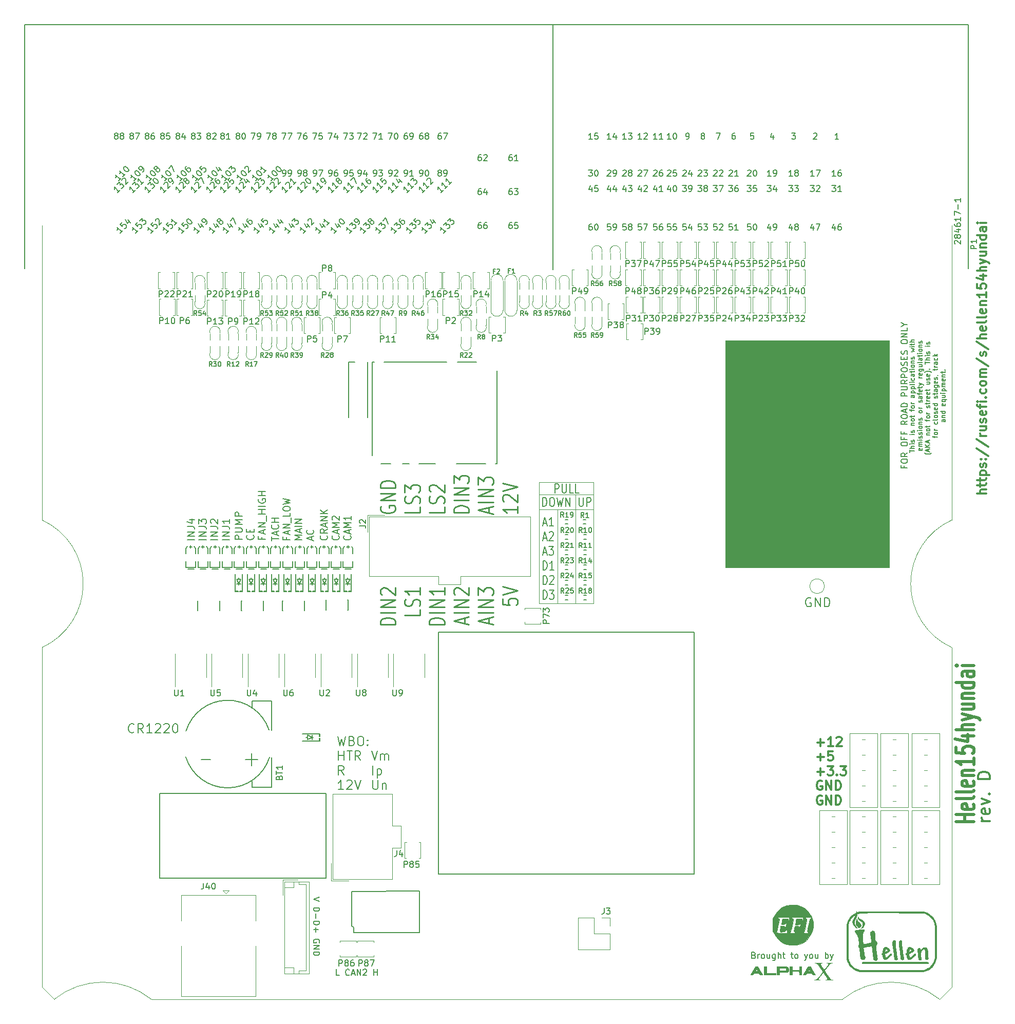
<source format=gto>
G04 #@! TF.GenerationSoftware,KiCad,Pcbnew,7.0.11-7.0.11~ubuntu22.04.1*
G04 #@! TF.CreationDate,2024-03-21T19:10:42+00:00*
G04 #@! TF.ProjectId,hellen154hyundai,68656c6c-656e-4313-9534-6879756e6461,D*
G04 #@! TF.SameCoordinates,PX5f5e100PYc845880*
G04 #@! TF.FileFunction,Legend,Top*
G04 #@! TF.FilePolarity,Positive*
%FSLAX46Y46*%
G04 Gerber Fmt 4.6, Leading zero omitted, Abs format (unit mm)*
G04 Created by KiCad (PCBNEW 7.0.11-7.0.11~ubuntu22.04.1) date 2024-03-21 19:10:42*
%MOMM*%
%LPD*%
G01*
G04 APERTURE LIST*
%ADD10C,0.120000*%
%ADD11C,0.180000*%
%ADD12C,0.200000*%
%ADD13C,0.250000*%
%ADD14C,0.150000*%
%ADD15C,0.300000*%
%ADD16C,0.500000*%
%ADD17C,0.127000*%
%ADD18C,0.170000*%
%ADD19C,0.203200*%
%ADD20C,0.099060*%
%ADD21C,0.002540*%
%ADD22C,0.150012*%
G04 APERTURE END LIST*
D10*
X9000000Y5000000D02*
X7000000Y7000000D01*
X7000000Y84000000D02*
X7000000Y132600000D01*
X119700000Y113600000D02*
X146700000Y113600000D01*
X146700000Y76200000D01*
X119700000Y76200000D01*
X119700000Y113600000D01*
G36*
X119700000Y113600000D02*
G01*
X146700000Y113600000D01*
X146700000Y76200000D01*
X119700000Y76200000D01*
X119700000Y113600000D01*
G37*
X91967187Y85726268D02*
X91967187Y70226268D01*
X7000000Y63000001D02*
G75*
G03*
X7000000Y83999999I-4760850J10499999D01*
G01*
X157000000Y7000000D02*
X155000000Y5000000D01*
X97967187Y88226268D02*
X88967187Y88226268D01*
X25000000Y5000000D02*
G75*
G03*
X9000000Y5000000I-8000000J-9942147D01*
G01*
X157000000Y63000000D02*
X157000000Y7000000D01*
X7000000Y7000000D02*
X7000000Y63000000D01*
X157000000Y83999999D02*
G75*
G03*
X157000000Y63000001I4760850J-10499999D01*
G01*
X139000000Y5000000D02*
X25000000Y5000000D01*
X155000000Y5000000D02*
G75*
G03*
X139000000Y5000000I-8000000J-9942147D01*
G01*
X94967187Y70226268D02*
X94967187Y88226268D01*
X88967187Y70226268D02*
X97967187Y70226268D01*
X157000000Y132600000D02*
X157000000Y84000000D01*
X97967187Y70226268D02*
X97967187Y90226268D01*
X97967187Y90226268D02*
X88967187Y90226268D01*
X88967187Y85726268D02*
X97967187Y85726268D01*
X88967187Y90226268D02*
X88967187Y70226268D01*
D11*
X32116766Y80790716D02*
X30916766Y80790716D01*
X32116766Y81362145D02*
X30916766Y81362145D01*
X30916766Y81362145D02*
X32116766Y82047859D01*
X32116766Y82047859D02*
X30916766Y82047859D01*
X30916766Y82962145D02*
X31773909Y82962145D01*
X31773909Y82962145D02*
X31945338Y82905002D01*
X31945338Y82905002D02*
X32059624Y82790716D01*
X32059624Y82790716D02*
X32116766Y82619288D01*
X32116766Y82619288D02*
X32116766Y82505002D01*
X31316766Y84047859D02*
X32116766Y84047859D01*
X30859624Y83762145D02*
X31716766Y83476431D01*
X31716766Y83476431D02*
X31716766Y84219288D01*
X34048766Y80790716D02*
X32848766Y80790716D01*
X34048766Y81362145D02*
X32848766Y81362145D01*
X32848766Y81362145D02*
X34048766Y82047859D01*
X34048766Y82047859D02*
X32848766Y82047859D01*
X32848766Y82962145D02*
X33705909Y82962145D01*
X33705909Y82962145D02*
X33877338Y82905002D01*
X33877338Y82905002D02*
X33991624Y82790716D01*
X33991624Y82790716D02*
X34048766Y82619288D01*
X34048766Y82619288D02*
X34048766Y82505002D01*
X32848766Y83419288D02*
X32848766Y84162145D01*
X32848766Y84162145D02*
X33305909Y83762145D01*
X33305909Y83762145D02*
X33305909Y83933574D01*
X33305909Y83933574D02*
X33363052Y84047859D01*
X33363052Y84047859D02*
X33420195Y84105002D01*
X33420195Y84105002D02*
X33534481Y84162145D01*
X33534481Y84162145D02*
X33820195Y84162145D01*
X33820195Y84162145D02*
X33934481Y84105002D01*
X33934481Y84105002D02*
X33991624Y84047859D01*
X33991624Y84047859D02*
X34048766Y83933574D01*
X34048766Y83933574D02*
X34048766Y83590717D01*
X34048766Y83590717D02*
X33991624Y83476431D01*
X33991624Y83476431D02*
X33934481Y83419288D01*
X35980766Y80790716D02*
X34780766Y80790716D01*
X35980766Y81362145D02*
X34780766Y81362145D01*
X34780766Y81362145D02*
X35980766Y82047859D01*
X35980766Y82047859D02*
X34780766Y82047859D01*
X34780766Y82962145D02*
X35637909Y82962145D01*
X35637909Y82962145D02*
X35809338Y82905002D01*
X35809338Y82905002D02*
X35923624Y82790716D01*
X35923624Y82790716D02*
X35980766Y82619288D01*
X35980766Y82619288D02*
X35980766Y82505002D01*
X34895052Y83476431D02*
X34837909Y83533574D01*
X34837909Y83533574D02*
X34780766Y83647859D01*
X34780766Y83647859D02*
X34780766Y83933574D01*
X34780766Y83933574D02*
X34837909Y84047859D01*
X34837909Y84047859D02*
X34895052Y84105002D01*
X34895052Y84105002D02*
X35009338Y84162145D01*
X35009338Y84162145D02*
X35123624Y84162145D01*
X35123624Y84162145D02*
X35295052Y84105002D01*
X35295052Y84105002D02*
X35980766Y83419288D01*
X35980766Y83419288D02*
X35980766Y84162145D01*
X37912766Y80790716D02*
X36712766Y80790716D01*
X37912766Y81362145D02*
X36712766Y81362145D01*
X36712766Y81362145D02*
X37912766Y82047859D01*
X37912766Y82047859D02*
X36712766Y82047859D01*
X36712766Y82962145D02*
X37569909Y82962145D01*
X37569909Y82962145D02*
X37741338Y82905002D01*
X37741338Y82905002D02*
X37855624Y82790716D01*
X37855624Y82790716D02*
X37912766Y82619288D01*
X37912766Y82619288D02*
X37912766Y82505002D01*
X37912766Y84162145D02*
X37912766Y83476431D01*
X37912766Y83819288D02*
X36712766Y83819288D01*
X36712766Y83819288D02*
X36884195Y83705002D01*
X36884195Y83705002D02*
X36998481Y83590717D01*
X36998481Y83590717D02*
X37055624Y83476431D01*
D12*
X22168423Y49059329D02*
X22096995Y48987900D01*
X22096995Y48987900D02*
X21882709Y48916472D01*
X21882709Y48916472D02*
X21739852Y48916472D01*
X21739852Y48916472D02*
X21525566Y48987900D01*
X21525566Y48987900D02*
X21382709Y49130758D01*
X21382709Y49130758D02*
X21311280Y49273615D01*
X21311280Y49273615D02*
X21239852Y49559329D01*
X21239852Y49559329D02*
X21239852Y49773615D01*
X21239852Y49773615D02*
X21311280Y50059329D01*
X21311280Y50059329D02*
X21382709Y50202186D01*
X21382709Y50202186D02*
X21525566Y50345043D01*
X21525566Y50345043D02*
X21739852Y50416472D01*
X21739852Y50416472D02*
X21882709Y50416472D01*
X21882709Y50416472D02*
X22096995Y50345043D01*
X22096995Y50345043D02*
X22168423Y50273615D01*
X23668423Y48916472D02*
X23168423Y49630758D01*
X22811280Y48916472D02*
X22811280Y50416472D01*
X22811280Y50416472D02*
X23382709Y50416472D01*
X23382709Y50416472D02*
X23525566Y50345043D01*
X23525566Y50345043D02*
X23596995Y50273615D01*
X23596995Y50273615D02*
X23668423Y50130758D01*
X23668423Y50130758D02*
X23668423Y49916472D01*
X23668423Y49916472D02*
X23596995Y49773615D01*
X23596995Y49773615D02*
X23525566Y49702186D01*
X23525566Y49702186D02*
X23382709Y49630758D01*
X23382709Y49630758D02*
X22811280Y49630758D01*
X25096995Y48916472D02*
X24239852Y48916472D01*
X24668423Y48916472D02*
X24668423Y50416472D01*
X24668423Y50416472D02*
X24525566Y50202186D01*
X24525566Y50202186D02*
X24382709Y50059329D01*
X24382709Y50059329D02*
X24239852Y49987900D01*
X25668423Y50273615D02*
X25739851Y50345043D01*
X25739851Y50345043D02*
X25882709Y50416472D01*
X25882709Y50416472D02*
X26239851Y50416472D01*
X26239851Y50416472D02*
X26382709Y50345043D01*
X26382709Y50345043D02*
X26454137Y50273615D01*
X26454137Y50273615D02*
X26525566Y50130758D01*
X26525566Y50130758D02*
X26525566Y49987900D01*
X26525566Y49987900D02*
X26454137Y49773615D01*
X26454137Y49773615D02*
X25596994Y48916472D01*
X25596994Y48916472D02*
X26525566Y48916472D01*
X27096994Y50273615D02*
X27168422Y50345043D01*
X27168422Y50345043D02*
X27311280Y50416472D01*
X27311280Y50416472D02*
X27668422Y50416472D01*
X27668422Y50416472D02*
X27811280Y50345043D01*
X27811280Y50345043D02*
X27882708Y50273615D01*
X27882708Y50273615D02*
X27954137Y50130758D01*
X27954137Y50130758D02*
X27954137Y49987900D01*
X27954137Y49987900D02*
X27882708Y49773615D01*
X27882708Y49773615D02*
X27025565Y48916472D01*
X27025565Y48916472D02*
X27954137Y48916472D01*
X28882708Y50416472D02*
X29025565Y50416472D01*
X29025565Y50416472D02*
X29168422Y50345043D01*
X29168422Y50345043D02*
X29239851Y50273615D01*
X29239851Y50273615D02*
X29311279Y50130758D01*
X29311279Y50130758D02*
X29382708Y49845043D01*
X29382708Y49845043D02*
X29382708Y49487900D01*
X29382708Y49487900D02*
X29311279Y49202186D01*
X29311279Y49202186D02*
X29239851Y49059329D01*
X29239851Y49059329D02*
X29168422Y48987900D01*
X29168422Y48987900D02*
X29025565Y48916472D01*
X29025565Y48916472D02*
X28882708Y48916472D01*
X28882708Y48916472D02*
X28739851Y48987900D01*
X28739851Y48987900D02*
X28668422Y49059329D01*
X28668422Y49059329D02*
X28596993Y49202186D01*
X28596993Y49202186D02*
X28525565Y49487900D01*
X28525565Y49487900D02*
X28525565Y49845043D01*
X28525565Y49845043D02*
X28596993Y50130758D01*
X28596993Y50130758D02*
X28668422Y50273615D01*
X28668422Y50273615D02*
X28739851Y50345043D01*
X28739851Y50345043D02*
X28882708Y50416472D01*
D13*
X62900095Y86298283D02*
X62781047Y86107807D01*
X62781047Y86107807D02*
X62781047Y85822093D01*
X62781047Y85822093D02*
X62900095Y85536378D01*
X62900095Y85536378D02*
X63138190Y85345902D01*
X63138190Y85345902D02*
X63376285Y85250664D01*
X63376285Y85250664D02*
X63852476Y85155426D01*
X63852476Y85155426D02*
X64209619Y85155426D01*
X64209619Y85155426D02*
X64685809Y85250664D01*
X64685809Y85250664D02*
X64923904Y85345902D01*
X64923904Y85345902D02*
X65162000Y85536378D01*
X65162000Y85536378D02*
X65281047Y85822093D01*
X65281047Y85822093D02*
X65281047Y86012569D01*
X65281047Y86012569D02*
X65162000Y86298283D01*
X65162000Y86298283D02*
X65042952Y86393521D01*
X65042952Y86393521D02*
X64209619Y86393521D01*
X64209619Y86393521D02*
X64209619Y86012569D01*
X65281047Y87250664D02*
X62781047Y87250664D01*
X62781047Y87250664D02*
X65281047Y88393521D01*
X65281047Y88393521D02*
X62781047Y88393521D01*
X65281047Y89345902D02*
X62781047Y89345902D01*
X62781047Y89345902D02*
X62781047Y89822092D01*
X62781047Y89822092D02*
X62900095Y90107807D01*
X62900095Y90107807D02*
X63138190Y90298283D01*
X63138190Y90298283D02*
X63376285Y90393521D01*
X63376285Y90393521D02*
X63852476Y90488759D01*
X63852476Y90488759D02*
X64209619Y90488759D01*
X64209619Y90488759D02*
X64685809Y90393521D01*
X64685809Y90393521D02*
X64923904Y90298283D01*
X64923904Y90298283D02*
X65162000Y90107807D01*
X65162000Y90107807D02*
X65281047Y89822092D01*
X65281047Y89822092D02*
X65281047Y89345902D01*
X69306047Y86203045D02*
X69306047Y85250664D01*
X69306047Y85250664D02*
X66806047Y85250664D01*
X69187000Y86774474D02*
X69306047Y87060188D01*
X69306047Y87060188D02*
X69306047Y87536379D01*
X69306047Y87536379D02*
X69187000Y87726855D01*
X69187000Y87726855D02*
X69067952Y87822093D01*
X69067952Y87822093D02*
X68829857Y87917331D01*
X68829857Y87917331D02*
X68591761Y87917331D01*
X68591761Y87917331D02*
X68353666Y87822093D01*
X68353666Y87822093D02*
X68234619Y87726855D01*
X68234619Y87726855D02*
X68115571Y87536379D01*
X68115571Y87536379D02*
X67996523Y87155426D01*
X67996523Y87155426D02*
X67877476Y86964950D01*
X67877476Y86964950D02*
X67758428Y86869712D01*
X67758428Y86869712D02*
X67520333Y86774474D01*
X67520333Y86774474D02*
X67282238Y86774474D01*
X67282238Y86774474D02*
X67044142Y86869712D01*
X67044142Y86869712D02*
X66925095Y86964950D01*
X66925095Y86964950D02*
X66806047Y87155426D01*
X66806047Y87155426D02*
X66806047Y87631617D01*
X66806047Y87631617D02*
X66925095Y87917331D01*
X66806047Y88583998D02*
X66806047Y89822093D01*
X66806047Y89822093D02*
X67758428Y89155426D01*
X67758428Y89155426D02*
X67758428Y89441141D01*
X67758428Y89441141D02*
X67877476Y89631617D01*
X67877476Y89631617D02*
X67996523Y89726855D01*
X67996523Y89726855D02*
X68234619Y89822093D01*
X68234619Y89822093D02*
X68829857Y89822093D01*
X68829857Y89822093D02*
X69067952Y89726855D01*
X69067952Y89726855D02*
X69187000Y89631617D01*
X69187000Y89631617D02*
X69306047Y89441141D01*
X69306047Y89441141D02*
X69306047Y88869712D01*
X69306047Y88869712D02*
X69187000Y88679236D01*
X69187000Y88679236D02*
X69067952Y88583998D01*
X73331047Y86203045D02*
X73331047Y85250664D01*
X73331047Y85250664D02*
X70831047Y85250664D01*
X73212000Y86774474D02*
X73331047Y87060188D01*
X73331047Y87060188D02*
X73331047Y87536379D01*
X73331047Y87536379D02*
X73212000Y87726855D01*
X73212000Y87726855D02*
X73092952Y87822093D01*
X73092952Y87822093D02*
X72854857Y87917331D01*
X72854857Y87917331D02*
X72616761Y87917331D01*
X72616761Y87917331D02*
X72378666Y87822093D01*
X72378666Y87822093D02*
X72259619Y87726855D01*
X72259619Y87726855D02*
X72140571Y87536379D01*
X72140571Y87536379D02*
X72021523Y87155426D01*
X72021523Y87155426D02*
X71902476Y86964950D01*
X71902476Y86964950D02*
X71783428Y86869712D01*
X71783428Y86869712D02*
X71545333Y86774474D01*
X71545333Y86774474D02*
X71307238Y86774474D01*
X71307238Y86774474D02*
X71069142Y86869712D01*
X71069142Y86869712D02*
X70950095Y86964950D01*
X70950095Y86964950D02*
X70831047Y87155426D01*
X70831047Y87155426D02*
X70831047Y87631617D01*
X70831047Y87631617D02*
X70950095Y87917331D01*
X71069142Y88679236D02*
X70950095Y88774474D01*
X70950095Y88774474D02*
X70831047Y88964950D01*
X70831047Y88964950D02*
X70831047Y89441141D01*
X70831047Y89441141D02*
X70950095Y89631617D01*
X70950095Y89631617D02*
X71069142Y89726855D01*
X71069142Y89726855D02*
X71307238Y89822093D01*
X71307238Y89822093D02*
X71545333Y89822093D01*
X71545333Y89822093D02*
X71902476Y89726855D01*
X71902476Y89726855D02*
X73331047Y88583998D01*
X73331047Y88583998D02*
X73331047Y89822093D01*
X77356047Y85250664D02*
X74856047Y85250664D01*
X74856047Y85250664D02*
X74856047Y85726854D01*
X74856047Y85726854D02*
X74975095Y86012569D01*
X74975095Y86012569D02*
X75213190Y86203045D01*
X75213190Y86203045D02*
X75451285Y86298283D01*
X75451285Y86298283D02*
X75927476Y86393521D01*
X75927476Y86393521D02*
X76284619Y86393521D01*
X76284619Y86393521D02*
X76760809Y86298283D01*
X76760809Y86298283D02*
X76998904Y86203045D01*
X76998904Y86203045D02*
X77237000Y86012569D01*
X77237000Y86012569D02*
X77356047Y85726854D01*
X77356047Y85726854D02*
X77356047Y85250664D01*
X77356047Y87250664D02*
X74856047Y87250664D01*
X77356047Y88203045D02*
X74856047Y88203045D01*
X74856047Y88203045D02*
X77356047Y89345902D01*
X77356047Y89345902D02*
X74856047Y89345902D01*
X74856047Y90107807D02*
X74856047Y91345902D01*
X74856047Y91345902D02*
X75808428Y90679235D01*
X75808428Y90679235D02*
X75808428Y90964950D01*
X75808428Y90964950D02*
X75927476Y91155426D01*
X75927476Y91155426D02*
X76046523Y91250664D01*
X76046523Y91250664D02*
X76284619Y91345902D01*
X76284619Y91345902D02*
X76879857Y91345902D01*
X76879857Y91345902D02*
X77117952Y91250664D01*
X77117952Y91250664D02*
X77237000Y91155426D01*
X77237000Y91155426D02*
X77356047Y90964950D01*
X77356047Y90964950D02*
X77356047Y90393521D01*
X77356047Y90393521D02*
X77237000Y90203045D01*
X77237000Y90203045D02*
X77117952Y90107807D01*
X80666761Y85155426D02*
X80666761Y86107807D01*
X81381047Y84964950D02*
X78881047Y85631616D01*
X78881047Y85631616D02*
X81381047Y86298283D01*
X81381047Y86964950D02*
X78881047Y86964950D01*
X81381047Y87917331D02*
X78881047Y87917331D01*
X78881047Y87917331D02*
X81381047Y89060188D01*
X81381047Y89060188D02*
X78881047Y89060188D01*
X78881047Y89822093D02*
X78881047Y91060188D01*
X78881047Y91060188D02*
X79833428Y90393521D01*
X79833428Y90393521D02*
X79833428Y90679236D01*
X79833428Y90679236D02*
X79952476Y90869712D01*
X79952476Y90869712D02*
X80071523Y90964950D01*
X80071523Y90964950D02*
X80309619Y91060188D01*
X80309619Y91060188D02*
X80904857Y91060188D01*
X80904857Y91060188D02*
X81142952Y90964950D01*
X81142952Y90964950D02*
X81262000Y90869712D01*
X81262000Y90869712D02*
X81381047Y90679236D01*
X81381047Y90679236D02*
X81381047Y90107807D01*
X81381047Y90107807D02*
X81262000Y89917331D01*
X81262000Y89917331D02*
X81142952Y89822093D01*
X85406047Y86298283D02*
X85406047Y85155426D01*
X85406047Y85726854D02*
X82906047Y85726854D01*
X82906047Y85726854D02*
X83263190Y85536378D01*
X83263190Y85536378D02*
X83501285Y85345902D01*
X83501285Y85345902D02*
X83620333Y85155426D01*
X83144142Y87060188D02*
X83025095Y87155426D01*
X83025095Y87155426D02*
X82906047Y87345902D01*
X82906047Y87345902D02*
X82906047Y87822093D01*
X82906047Y87822093D02*
X83025095Y88012569D01*
X83025095Y88012569D02*
X83144142Y88107807D01*
X83144142Y88107807D02*
X83382238Y88203045D01*
X83382238Y88203045D02*
X83620333Y88203045D01*
X83620333Y88203045D02*
X83977476Y88107807D01*
X83977476Y88107807D02*
X85406047Y86964950D01*
X85406047Y86964950D02*
X85406047Y88203045D01*
X82906047Y88774474D02*
X85406047Y89441140D01*
X85406047Y89441140D02*
X82906047Y90107807D01*
D11*
X91553297Y88467961D02*
X91553297Y89967961D01*
X91553297Y89967961D02*
X92010440Y89967961D01*
X92010440Y89967961D02*
X92124725Y89896532D01*
X92124725Y89896532D02*
X92181868Y89825104D01*
X92181868Y89825104D02*
X92239011Y89682247D01*
X92239011Y89682247D02*
X92239011Y89467961D01*
X92239011Y89467961D02*
X92181868Y89325104D01*
X92181868Y89325104D02*
X92124725Y89253675D01*
X92124725Y89253675D02*
X92010440Y89182247D01*
X92010440Y89182247D02*
X91553297Y89182247D01*
X92753297Y89967961D02*
X92753297Y88753675D01*
X92753297Y88753675D02*
X92810440Y88610818D01*
X92810440Y88610818D02*
X92867583Y88539389D01*
X92867583Y88539389D02*
X92981868Y88467961D01*
X92981868Y88467961D02*
X93210440Y88467961D01*
X93210440Y88467961D02*
X93324725Y88539389D01*
X93324725Y88539389D02*
X93381868Y88610818D01*
X93381868Y88610818D02*
X93439011Y88753675D01*
X93439011Y88753675D02*
X93439011Y89967961D01*
X94581868Y88467961D02*
X94010440Y88467961D01*
X94010440Y88467961D02*
X94010440Y89967961D01*
X95553297Y88467961D02*
X94981869Y88467961D01*
X94981869Y88467961D02*
X94981869Y89967961D01*
D13*
X65281047Y66749337D02*
X62781047Y66749337D01*
X62781047Y66749337D02*
X62781047Y67225527D01*
X62781047Y67225527D02*
X62900095Y67511242D01*
X62900095Y67511242D02*
X63138190Y67701718D01*
X63138190Y67701718D02*
X63376285Y67796956D01*
X63376285Y67796956D02*
X63852476Y67892194D01*
X63852476Y67892194D02*
X64209619Y67892194D01*
X64209619Y67892194D02*
X64685809Y67796956D01*
X64685809Y67796956D02*
X64923904Y67701718D01*
X64923904Y67701718D02*
X65162000Y67511242D01*
X65162000Y67511242D02*
X65281047Y67225527D01*
X65281047Y67225527D02*
X65281047Y66749337D01*
X65281047Y68749337D02*
X62781047Y68749337D01*
X65281047Y69701718D02*
X62781047Y69701718D01*
X62781047Y69701718D02*
X65281047Y70844575D01*
X65281047Y70844575D02*
X62781047Y70844575D01*
X63019142Y71701718D02*
X62900095Y71796956D01*
X62900095Y71796956D02*
X62781047Y71987432D01*
X62781047Y71987432D02*
X62781047Y72463623D01*
X62781047Y72463623D02*
X62900095Y72654099D01*
X62900095Y72654099D02*
X63019142Y72749337D01*
X63019142Y72749337D02*
X63257238Y72844575D01*
X63257238Y72844575D02*
X63495333Y72844575D01*
X63495333Y72844575D02*
X63852476Y72749337D01*
X63852476Y72749337D02*
X65281047Y71606480D01*
X65281047Y71606480D02*
X65281047Y72844575D01*
X69306047Y69225527D02*
X69306047Y68273146D01*
X69306047Y68273146D02*
X66806047Y68273146D01*
X69187000Y69796956D02*
X69306047Y70082670D01*
X69306047Y70082670D02*
X69306047Y70558861D01*
X69306047Y70558861D02*
X69187000Y70749337D01*
X69187000Y70749337D02*
X69067952Y70844575D01*
X69067952Y70844575D02*
X68829857Y70939813D01*
X68829857Y70939813D02*
X68591761Y70939813D01*
X68591761Y70939813D02*
X68353666Y70844575D01*
X68353666Y70844575D02*
X68234619Y70749337D01*
X68234619Y70749337D02*
X68115571Y70558861D01*
X68115571Y70558861D02*
X67996523Y70177908D01*
X67996523Y70177908D02*
X67877476Y69987432D01*
X67877476Y69987432D02*
X67758428Y69892194D01*
X67758428Y69892194D02*
X67520333Y69796956D01*
X67520333Y69796956D02*
X67282238Y69796956D01*
X67282238Y69796956D02*
X67044142Y69892194D01*
X67044142Y69892194D02*
X66925095Y69987432D01*
X66925095Y69987432D02*
X66806047Y70177908D01*
X66806047Y70177908D02*
X66806047Y70654099D01*
X66806047Y70654099D02*
X66925095Y70939813D01*
X69306047Y72844575D02*
X69306047Y71701718D01*
X69306047Y72273146D02*
X66806047Y72273146D01*
X66806047Y72273146D02*
X67163190Y72082670D01*
X67163190Y72082670D02*
X67401285Y71892194D01*
X67401285Y71892194D02*
X67520333Y71701718D01*
X73331047Y66749337D02*
X70831047Y66749337D01*
X70831047Y66749337D02*
X70831047Y67225527D01*
X70831047Y67225527D02*
X70950095Y67511242D01*
X70950095Y67511242D02*
X71188190Y67701718D01*
X71188190Y67701718D02*
X71426285Y67796956D01*
X71426285Y67796956D02*
X71902476Y67892194D01*
X71902476Y67892194D02*
X72259619Y67892194D01*
X72259619Y67892194D02*
X72735809Y67796956D01*
X72735809Y67796956D02*
X72973904Y67701718D01*
X72973904Y67701718D02*
X73212000Y67511242D01*
X73212000Y67511242D02*
X73331047Y67225527D01*
X73331047Y67225527D02*
X73331047Y66749337D01*
X73331047Y68749337D02*
X70831047Y68749337D01*
X73331047Y69701718D02*
X70831047Y69701718D01*
X70831047Y69701718D02*
X73331047Y70844575D01*
X73331047Y70844575D02*
X70831047Y70844575D01*
X73331047Y72844575D02*
X73331047Y71701718D01*
X73331047Y72273146D02*
X70831047Y72273146D01*
X70831047Y72273146D02*
X71188190Y72082670D01*
X71188190Y72082670D02*
X71426285Y71892194D01*
X71426285Y71892194D02*
X71545333Y71701718D01*
X76641761Y66939813D02*
X76641761Y67892194D01*
X77356047Y66749337D02*
X74856047Y67416003D01*
X74856047Y67416003D02*
X77356047Y68082670D01*
X77356047Y68749337D02*
X74856047Y68749337D01*
X77356047Y69701718D02*
X74856047Y69701718D01*
X74856047Y69701718D02*
X77356047Y70844575D01*
X77356047Y70844575D02*
X74856047Y70844575D01*
X75094142Y71701718D02*
X74975095Y71796956D01*
X74975095Y71796956D02*
X74856047Y71987432D01*
X74856047Y71987432D02*
X74856047Y72463623D01*
X74856047Y72463623D02*
X74975095Y72654099D01*
X74975095Y72654099D02*
X75094142Y72749337D01*
X75094142Y72749337D02*
X75332238Y72844575D01*
X75332238Y72844575D02*
X75570333Y72844575D01*
X75570333Y72844575D02*
X75927476Y72749337D01*
X75927476Y72749337D02*
X77356047Y71606480D01*
X77356047Y71606480D02*
X77356047Y72844575D01*
X80666761Y66939813D02*
X80666761Y67892194D01*
X81381047Y66749337D02*
X78881047Y67416003D01*
X78881047Y67416003D02*
X81381047Y68082670D01*
X81381047Y68749337D02*
X78881047Y68749337D01*
X81381047Y69701718D02*
X78881047Y69701718D01*
X78881047Y69701718D02*
X81381047Y70844575D01*
X81381047Y70844575D02*
X78881047Y70844575D01*
X78881047Y71606480D02*
X78881047Y72844575D01*
X78881047Y72844575D02*
X79833428Y72177908D01*
X79833428Y72177908D02*
X79833428Y72463623D01*
X79833428Y72463623D02*
X79952476Y72654099D01*
X79952476Y72654099D02*
X80071523Y72749337D01*
X80071523Y72749337D02*
X80309619Y72844575D01*
X80309619Y72844575D02*
X80904857Y72844575D01*
X80904857Y72844575D02*
X81142952Y72749337D01*
X81142952Y72749337D02*
X81262000Y72654099D01*
X81262000Y72654099D02*
X81381047Y72463623D01*
X81381047Y72463623D02*
X81381047Y71892194D01*
X81381047Y71892194D02*
X81262000Y71701718D01*
X81262000Y71701718D02*
X81142952Y71606480D01*
X82906047Y71035051D02*
X82906047Y70082670D01*
X82906047Y70082670D02*
X84096523Y69987432D01*
X84096523Y69987432D02*
X83977476Y70082670D01*
X83977476Y70082670D02*
X83858428Y70273146D01*
X83858428Y70273146D02*
X83858428Y70749337D01*
X83858428Y70749337D02*
X83977476Y70939813D01*
X83977476Y70939813D02*
X84096523Y71035051D01*
X84096523Y71035051D02*
X84334619Y71130289D01*
X84334619Y71130289D02*
X84929857Y71130289D01*
X84929857Y71130289D02*
X85167952Y71035051D01*
X85167952Y71035051D02*
X85287000Y70939813D01*
X85287000Y70939813D02*
X85406047Y70749337D01*
X85406047Y70749337D02*
X85406047Y70273146D01*
X85406047Y70273146D02*
X85287000Y70082670D01*
X85287000Y70082670D02*
X85167952Y69987432D01*
X82906047Y71701718D02*
X85406047Y72368384D01*
X85406047Y72368384D02*
X82906047Y73035051D01*
D14*
X55995237Y8945181D02*
X55519047Y8945181D01*
X55519047Y8945181D02*
X55519047Y9945181D01*
X57661904Y9040420D02*
X57614285Y8992800D01*
X57614285Y8992800D02*
X57471428Y8945181D01*
X57471428Y8945181D02*
X57376190Y8945181D01*
X57376190Y8945181D02*
X57233333Y8992800D01*
X57233333Y8992800D02*
X57138095Y9088039D01*
X57138095Y9088039D02*
X57090476Y9183277D01*
X57090476Y9183277D02*
X57042857Y9373753D01*
X57042857Y9373753D02*
X57042857Y9516610D01*
X57042857Y9516610D02*
X57090476Y9707086D01*
X57090476Y9707086D02*
X57138095Y9802324D01*
X57138095Y9802324D02*
X57233333Y9897562D01*
X57233333Y9897562D02*
X57376190Y9945181D01*
X57376190Y9945181D02*
X57471428Y9945181D01*
X57471428Y9945181D02*
X57614285Y9897562D01*
X57614285Y9897562D02*
X57661904Y9849943D01*
X58042857Y9230896D02*
X58519047Y9230896D01*
X57947619Y8945181D02*
X58280952Y9945181D01*
X58280952Y9945181D02*
X58614285Y8945181D01*
X58947619Y8945181D02*
X58947619Y9945181D01*
X58947619Y9945181D02*
X59519047Y8945181D01*
X59519047Y8945181D02*
X59519047Y9945181D01*
X59947619Y9849943D02*
X59995238Y9897562D01*
X59995238Y9897562D02*
X60090476Y9945181D01*
X60090476Y9945181D02*
X60328571Y9945181D01*
X60328571Y9945181D02*
X60423809Y9897562D01*
X60423809Y9897562D02*
X60471428Y9849943D01*
X60471428Y9849943D02*
X60519047Y9754705D01*
X60519047Y9754705D02*
X60519047Y9659467D01*
X60519047Y9659467D02*
X60471428Y9516610D01*
X60471428Y9516610D02*
X59900000Y8945181D01*
X59900000Y8945181D02*
X60519047Y8945181D01*
X61709524Y8945181D02*
X61709524Y9945181D01*
X61709524Y9468991D02*
X62280952Y9468991D01*
X62280952Y8945181D02*
X62280952Y9945181D01*
D15*
X162678328Y88378571D02*
X161178328Y88378571D01*
X162678328Y89021428D02*
X161892614Y89021428D01*
X161892614Y89021428D02*
X161749757Y88950000D01*
X161749757Y88950000D02*
X161678328Y88807143D01*
X161678328Y88807143D02*
X161678328Y88592857D01*
X161678328Y88592857D02*
X161749757Y88450000D01*
X161749757Y88450000D02*
X161821185Y88378571D01*
X161678328Y89521429D02*
X161678328Y90092857D01*
X161178328Y89735714D02*
X162464042Y89735714D01*
X162464042Y89735714D02*
X162606900Y89807143D01*
X162606900Y89807143D02*
X162678328Y89950000D01*
X162678328Y89950000D02*
X162678328Y90092857D01*
X161678328Y90378572D02*
X161678328Y90950000D01*
X161178328Y90592857D02*
X162464042Y90592857D01*
X162464042Y90592857D02*
X162606900Y90664286D01*
X162606900Y90664286D02*
X162678328Y90807143D01*
X162678328Y90807143D02*
X162678328Y90950000D01*
X161678328Y91450000D02*
X163178328Y91450000D01*
X161749757Y91450000D02*
X161678328Y91592857D01*
X161678328Y91592857D02*
X161678328Y91878572D01*
X161678328Y91878572D02*
X161749757Y92021429D01*
X161749757Y92021429D02*
X161821185Y92092857D01*
X161821185Y92092857D02*
X161964042Y92164286D01*
X161964042Y92164286D02*
X162392614Y92164286D01*
X162392614Y92164286D02*
X162535471Y92092857D01*
X162535471Y92092857D02*
X162606900Y92021429D01*
X162606900Y92021429D02*
X162678328Y91878572D01*
X162678328Y91878572D02*
X162678328Y91592857D01*
X162678328Y91592857D02*
X162606900Y91450000D01*
X162606900Y92735715D02*
X162678328Y92878572D01*
X162678328Y92878572D02*
X162678328Y93164286D01*
X162678328Y93164286D02*
X162606900Y93307143D01*
X162606900Y93307143D02*
X162464042Y93378572D01*
X162464042Y93378572D02*
X162392614Y93378572D01*
X162392614Y93378572D02*
X162249757Y93307143D01*
X162249757Y93307143D02*
X162178328Y93164286D01*
X162178328Y93164286D02*
X162178328Y92950000D01*
X162178328Y92950000D02*
X162106900Y92807143D01*
X162106900Y92807143D02*
X161964042Y92735715D01*
X161964042Y92735715D02*
X161892614Y92735715D01*
X161892614Y92735715D02*
X161749757Y92807143D01*
X161749757Y92807143D02*
X161678328Y92950000D01*
X161678328Y92950000D02*
X161678328Y93164286D01*
X161678328Y93164286D02*
X161749757Y93307143D01*
X162535471Y94021429D02*
X162606900Y94092858D01*
X162606900Y94092858D02*
X162678328Y94021429D01*
X162678328Y94021429D02*
X162606900Y93950001D01*
X162606900Y93950001D02*
X162535471Y94021429D01*
X162535471Y94021429D02*
X162678328Y94021429D01*
X161749757Y94021429D02*
X161821185Y94092858D01*
X161821185Y94092858D02*
X161892614Y94021429D01*
X161892614Y94021429D02*
X161821185Y93950001D01*
X161821185Y93950001D02*
X161749757Y94021429D01*
X161749757Y94021429D02*
X161892614Y94021429D01*
X161106900Y95807144D02*
X163035471Y94521430D01*
X161106900Y97378573D02*
X163035471Y96092859D01*
X162678328Y97878573D02*
X161678328Y97878573D01*
X161964042Y97878573D02*
X161821185Y97950002D01*
X161821185Y97950002D02*
X161749757Y98021430D01*
X161749757Y98021430D02*
X161678328Y98164288D01*
X161678328Y98164288D02*
X161678328Y98307145D01*
X161678328Y99450001D02*
X162678328Y99450001D01*
X161678328Y98807144D02*
X162464042Y98807144D01*
X162464042Y98807144D02*
X162606900Y98878573D01*
X162606900Y98878573D02*
X162678328Y99021430D01*
X162678328Y99021430D02*
X162678328Y99235716D01*
X162678328Y99235716D02*
X162606900Y99378573D01*
X162606900Y99378573D02*
X162535471Y99450001D01*
X162606900Y100092859D02*
X162678328Y100235716D01*
X162678328Y100235716D02*
X162678328Y100521430D01*
X162678328Y100521430D02*
X162606900Y100664287D01*
X162606900Y100664287D02*
X162464042Y100735716D01*
X162464042Y100735716D02*
X162392614Y100735716D01*
X162392614Y100735716D02*
X162249757Y100664287D01*
X162249757Y100664287D02*
X162178328Y100521430D01*
X162178328Y100521430D02*
X162178328Y100307144D01*
X162178328Y100307144D02*
X162106900Y100164287D01*
X162106900Y100164287D02*
X161964042Y100092859D01*
X161964042Y100092859D02*
X161892614Y100092859D01*
X161892614Y100092859D02*
X161749757Y100164287D01*
X161749757Y100164287D02*
X161678328Y100307144D01*
X161678328Y100307144D02*
X161678328Y100521430D01*
X161678328Y100521430D02*
X161749757Y100664287D01*
X162606900Y101950002D02*
X162678328Y101807145D01*
X162678328Y101807145D02*
X162678328Y101521430D01*
X162678328Y101521430D02*
X162606900Y101378573D01*
X162606900Y101378573D02*
X162464042Y101307145D01*
X162464042Y101307145D02*
X161892614Y101307145D01*
X161892614Y101307145D02*
X161749757Y101378573D01*
X161749757Y101378573D02*
X161678328Y101521430D01*
X161678328Y101521430D02*
X161678328Y101807145D01*
X161678328Y101807145D02*
X161749757Y101950002D01*
X161749757Y101950002D02*
X161892614Y102021430D01*
X161892614Y102021430D02*
X162035471Y102021430D01*
X162035471Y102021430D02*
X162178328Y101307145D01*
X161678328Y102450002D02*
X161678328Y103021430D01*
X162678328Y102664287D02*
X161392614Y102664287D01*
X161392614Y102664287D02*
X161249757Y102735716D01*
X161249757Y102735716D02*
X161178328Y102878573D01*
X161178328Y102878573D02*
X161178328Y103021430D01*
X162678328Y103521430D02*
X161678328Y103521430D01*
X161178328Y103521430D02*
X161249757Y103450002D01*
X161249757Y103450002D02*
X161321185Y103521430D01*
X161321185Y103521430D02*
X161249757Y103592859D01*
X161249757Y103592859D02*
X161178328Y103521430D01*
X161178328Y103521430D02*
X161321185Y103521430D01*
X162535471Y104235716D02*
X162606900Y104307145D01*
X162606900Y104307145D02*
X162678328Y104235716D01*
X162678328Y104235716D02*
X162606900Y104164288D01*
X162606900Y104164288D02*
X162535471Y104235716D01*
X162535471Y104235716D02*
X162678328Y104235716D01*
X162606900Y105592859D02*
X162678328Y105450002D01*
X162678328Y105450002D02*
X162678328Y105164288D01*
X162678328Y105164288D02*
X162606900Y105021431D01*
X162606900Y105021431D02*
X162535471Y104950002D01*
X162535471Y104950002D02*
X162392614Y104878574D01*
X162392614Y104878574D02*
X161964042Y104878574D01*
X161964042Y104878574D02*
X161821185Y104950002D01*
X161821185Y104950002D02*
X161749757Y105021431D01*
X161749757Y105021431D02*
X161678328Y105164288D01*
X161678328Y105164288D02*
X161678328Y105450002D01*
X161678328Y105450002D02*
X161749757Y105592859D01*
X162678328Y106450002D02*
X162606900Y106307145D01*
X162606900Y106307145D02*
X162535471Y106235716D01*
X162535471Y106235716D02*
X162392614Y106164288D01*
X162392614Y106164288D02*
X161964042Y106164288D01*
X161964042Y106164288D02*
X161821185Y106235716D01*
X161821185Y106235716D02*
X161749757Y106307145D01*
X161749757Y106307145D02*
X161678328Y106450002D01*
X161678328Y106450002D02*
X161678328Y106664288D01*
X161678328Y106664288D02*
X161749757Y106807145D01*
X161749757Y106807145D02*
X161821185Y106878573D01*
X161821185Y106878573D02*
X161964042Y106950002D01*
X161964042Y106950002D02*
X162392614Y106950002D01*
X162392614Y106950002D02*
X162535471Y106878573D01*
X162535471Y106878573D02*
X162606900Y106807145D01*
X162606900Y106807145D02*
X162678328Y106664288D01*
X162678328Y106664288D02*
X162678328Y106450002D01*
X162678328Y107592859D02*
X161678328Y107592859D01*
X161821185Y107592859D02*
X161749757Y107664288D01*
X161749757Y107664288D02*
X161678328Y107807145D01*
X161678328Y107807145D02*
X161678328Y108021431D01*
X161678328Y108021431D02*
X161749757Y108164288D01*
X161749757Y108164288D02*
X161892614Y108235716D01*
X161892614Y108235716D02*
X162678328Y108235716D01*
X161892614Y108235716D02*
X161749757Y108307145D01*
X161749757Y108307145D02*
X161678328Y108450002D01*
X161678328Y108450002D02*
X161678328Y108664288D01*
X161678328Y108664288D02*
X161749757Y108807145D01*
X161749757Y108807145D02*
X161892614Y108878574D01*
X161892614Y108878574D02*
X162678328Y108878574D01*
X161106900Y110664288D02*
X163035471Y109378574D01*
X162606900Y111092860D02*
X162678328Y111235717D01*
X162678328Y111235717D02*
X162678328Y111521431D01*
X162678328Y111521431D02*
X162606900Y111664288D01*
X162606900Y111664288D02*
X162464042Y111735717D01*
X162464042Y111735717D02*
X162392614Y111735717D01*
X162392614Y111735717D02*
X162249757Y111664288D01*
X162249757Y111664288D02*
X162178328Y111521431D01*
X162178328Y111521431D02*
X162178328Y111307145D01*
X162178328Y111307145D02*
X162106900Y111164288D01*
X162106900Y111164288D02*
X161964042Y111092860D01*
X161964042Y111092860D02*
X161892614Y111092860D01*
X161892614Y111092860D02*
X161749757Y111164288D01*
X161749757Y111164288D02*
X161678328Y111307145D01*
X161678328Y111307145D02*
X161678328Y111521431D01*
X161678328Y111521431D02*
X161749757Y111664288D01*
X161106900Y113450003D02*
X163035471Y112164289D01*
X162678328Y113950003D02*
X161178328Y113950003D01*
X162678328Y114592860D02*
X161892614Y114592860D01*
X161892614Y114592860D02*
X161749757Y114521432D01*
X161749757Y114521432D02*
X161678328Y114378575D01*
X161678328Y114378575D02*
X161678328Y114164289D01*
X161678328Y114164289D02*
X161749757Y114021432D01*
X161749757Y114021432D02*
X161821185Y113950003D01*
X162606900Y115878575D02*
X162678328Y115735718D01*
X162678328Y115735718D02*
X162678328Y115450003D01*
X162678328Y115450003D02*
X162606900Y115307146D01*
X162606900Y115307146D02*
X162464042Y115235718D01*
X162464042Y115235718D02*
X161892614Y115235718D01*
X161892614Y115235718D02*
X161749757Y115307146D01*
X161749757Y115307146D02*
X161678328Y115450003D01*
X161678328Y115450003D02*
X161678328Y115735718D01*
X161678328Y115735718D02*
X161749757Y115878575D01*
X161749757Y115878575D02*
X161892614Y115950003D01*
X161892614Y115950003D02*
X162035471Y115950003D01*
X162035471Y115950003D02*
X162178328Y115235718D01*
X162678328Y116807146D02*
X162606900Y116664289D01*
X162606900Y116664289D02*
X162464042Y116592860D01*
X162464042Y116592860D02*
X161178328Y116592860D01*
X162678328Y117592860D02*
X162606900Y117450003D01*
X162606900Y117450003D02*
X162464042Y117378574D01*
X162464042Y117378574D02*
X161178328Y117378574D01*
X162606900Y118735717D02*
X162678328Y118592860D01*
X162678328Y118592860D02*
X162678328Y118307145D01*
X162678328Y118307145D02*
X162606900Y118164288D01*
X162606900Y118164288D02*
X162464042Y118092860D01*
X162464042Y118092860D02*
X161892614Y118092860D01*
X161892614Y118092860D02*
X161749757Y118164288D01*
X161749757Y118164288D02*
X161678328Y118307145D01*
X161678328Y118307145D02*
X161678328Y118592860D01*
X161678328Y118592860D02*
X161749757Y118735717D01*
X161749757Y118735717D02*
X161892614Y118807145D01*
X161892614Y118807145D02*
X162035471Y118807145D01*
X162035471Y118807145D02*
X162178328Y118092860D01*
X161678328Y119450002D02*
X162678328Y119450002D01*
X161821185Y119450002D02*
X161749757Y119521431D01*
X161749757Y119521431D02*
X161678328Y119664288D01*
X161678328Y119664288D02*
X161678328Y119878574D01*
X161678328Y119878574D02*
X161749757Y120021431D01*
X161749757Y120021431D02*
X161892614Y120092859D01*
X161892614Y120092859D02*
X162678328Y120092859D01*
X162678328Y121592860D02*
X162678328Y120735717D01*
X162678328Y121164288D02*
X161178328Y121164288D01*
X161178328Y121164288D02*
X161392614Y121021431D01*
X161392614Y121021431D02*
X161535471Y120878574D01*
X161535471Y120878574D02*
X161606900Y120735717D01*
X161178328Y122950002D02*
X161178328Y122235716D01*
X161178328Y122235716D02*
X161892614Y122164288D01*
X161892614Y122164288D02*
X161821185Y122235716D01*
X161821185Y122235716D02*
X161749757Y122378573D01*
X161749757Y122378573D02*
X161749757Y122735716D01*
X161749757Y122735716D02*
X161821185Y122878573D01*
X161821185Y122878573D02*
X161892614Y122950002D01*
X161892614Y122950002D02*
X162035471Y123021431D01*
X162035471Y123021431D02*
X162392614Y123021431D01*
X162392614Y123021431D02*
X162535471Y122950002D01*
X162535471Y122950002D02*
X162606900Y122878573D01*
X162606900Y122878573D02*
X162678328Y122735716D01*
X162678328Y122735716D02*
X162678328Y122378573D01*
X162678328Y122378573D02*
X162606900Y122235716D01*
X162606900Y122235716D02*
X162535471Y122164288D01*
X161678328Y124307144D02*
X162678328Y124307144D01*
X161106900Y123950002D02*
X162178328Y123592859D01*
X162178328Y123592859D02*
X162178328Y124521430D01*
X162678328Y125092858D02*
X161178328Y125092858D01*
X162678328Y125735715D02*
X161892614Y125735715D01*
X161892614Y125735715D02*
X161749757Y125664287D01*
X161749757Y125664287D02*
X161678328Y125521430D01*
X161678328Y125521430D02*
X161678328Y125307144D01*
X161678328Y125307144D02*
X161749757Y125164287D01*
X161749757Y125164287D02*
X161821185Y125092858D01*
X161678328Y126307144D02*
X162678328Y126664287D01*
X161678328Y127021430D02*
X162678328Y126664287D01*
X162678328Y126664287D02*
X163035471Y126521430D01*
X163035471Y126521430D02*
X163106900Y126450001D01*
X163106900Y126450001D02*
X163178328Y126307144D01*
X161678328Y128235715D02*
X162678328Y128235715D01*
X161678328Y127592858D02*
X162464042Y127592858D01*
X162464042Y127592858D02*
X162606900Y127664287D01*
X162606900Y127664287D02*
X162678328Y127807144D01*
X162678328Y127807144D02*
X162678328Y128021430D01*
X162678328Y128021430D02*
X162606900Y128164287D01*
X162606900Y128164287D02*
X162535471Y128235715D01*
X161678328Y128950001D02*
X162678328Y128950001D01*
X161821185Y128950001D02*
X161749757Y129021430D01*
X161749757Y129021430D02*
X161678328Y129164287D01*
X161678328Y129164287D02*
X161678328Y129378573D01*
X161678328Y129378573D02*
X161749757Y129521430D01*
X161749757Y129521430D02*
X161892614Y129592858D01*
X161892614Y129592858D02*
X162678328Y129592858D01*
X162678328Y130950001D02*
X161178328Y130950001D01*
X162606900Y130950001D02*
X162678328Y130807144D01*
X162678328Y130807144D02*
X162678328Y130521430D01*
X162678328Y130521430D02*
X162606900Y130378573D01*
X162606900Y130378573D02*
X162535471Y130307144D01*
X162535471Y130307144D02*
X162392614Y130235716D01*
X162392614Y130235716D02*
X161964042Y130235716D01*
X161964042Y130235716D02*
X161821185Y130307144D01*
X161821185Y130307144D02*
X161749757Y130378573D01*
X161749757Y130378573D02*
X161678328Y130521430D01*
X161678328Y130521430D02*
X161678328Y130807144D01*
X161678328Y130807144D02*
X161749757Y130950001D01*
X162678328Y132307144D02*
X161892614Y132307144D01*
X161892614Y132307144D02*
X161749757Y132235716D01*
X161749757Y132235716D02*
X161678328Y132092859D01*
X161678328Y132092859D02*
X161678328Y131807144D01*
X161678328Y131807144D02*
X161749757Y131664287D01*
X162606900Y132307144D02*
X162678328Y132164287D01*
X162678328Y132164287D02*
X162678328Y131807144D01*
X162678328Y131807144D02*
X162606900Y131664287D01*
X162606900Y131664287D02*
X162464042Y131592859D01*
X162464042Y131592859D02*
X162321185Y131592859D01*
X162321185Y131592859D02*
X162178328Y131664287D01*
X162178328Y131664287D02*
X162106900Y131807144D01*
X162106900Y131807144D02*
X162106900Y132164287D01*
X162106900Y132164287D02*
X162035471Y132307144D01*
X162678328Y133021430D02*
X161678328Y133021430D01*
X161178328Y133021430D02*
X161249757Y132950002D01*
X161249757Y132950002D02*
X161321185Y133021430D01*
X161321185Y133021430D02*
X161249757Y133092859D01*
X161249757Y133092859D02*
X161178328Y133021430D01*
X161178328Y133021430D02*
X161321185Y133021430D01*
D14*
X124366665Y12268991D02*
X124509522Y12221372D01*
X124509522Y12221372D02*
X124557141Y12173753D01*
X124557141Y12173753D02*
X124604760Y12078515D01*
X124604760Y12078515D02*
X124604760Y11935658D01*
X124604760Y11935658D02*
X124557141Y11840420D01*
X124557141Y11840420D02*
X124509522Y11792800D01*
X124509522Y11792800D02*
X124414284Y11745181D01*
X124414284Y11745181D02*
X124033332Y11745181D01*
X124033332Y11745181D02*
X124033332Y12745181D01*
X124033332Y12745181D02*
X124366665Y12745181D01*
X124366665Y12745181D02*
X124461903Y12697562D01*
X124461903Y12697562D02*
X124509522Y12649943D01*
X124509522Y12649943D02*
X124557141Y12554705D01*
X124557141Y12554705D02*
X124557141Y12459467D01*
X124557141Y12459467D02*
X124509522Y12364229D01*
X124509522Y12364229D02*
X124461903Y12316610D01*
X124461903Y12316610D02*
X124366665Y12268991D01*
X124366665Y12268991D02*
X124033332Y12268991D01*
X125033332Y11745181D02*
X125033332Y12411848D01*
X125033332Y12221372D02*
X125080951Y12316610D01*
X125080951Y12316610D02*
X125128570Y12364229D01*
X125128570Y12364229D02*
X125223808Y12411848D01*
X125223808Y12411848D02*
X125319046Y12411848D01*
X125795237Y11745181D02*
X125699999Y11792800D01*
X125699999Y11792800D02*
X125652380Y11840420D01*
X125652380Y11840420D02*
X125604761Y11935658D01*
X125604761Y11935658D02*
X125604761Y12221372D01*
X125604761Y12221372D02*
X125652380Y12316610D01*
X125652380Y12316610D02*
X125699999Y12364229D01*
X125699999Y12364229D02*
X125795237Y12411848D01*
X125795237Y12411848D02*
X125938094Y12411848D01*
X125938094Y12411848D02*
X126033332Y12364229D01*
X126033332Y12364229D02*
X126080951Y12316610D01*
X126080951Y12316610D02*
X126128570Y12221372D01*
X126128570Y12221372D02*
X126128570Y11935658D01*
X126128570Y11935658D02*
X126080951Y11840420D01*
X126080951Y11840420D02*
X126033332Y11792800D01*
X126033332Y11792800D02*
X125938094Y11745181D01*
X125938094Y11745181D02*
X125795237Y11745181D01*
X126985713Y12411848D02*
X126985713Y11745181D01*
X126557142Y12411848D02*
X126557142Y11888039D01*
X126557142Y11888039D02*
X126604761Y11792800D01*
X126604761Y11792800D02*
X126699999Y11745181D01*
X126699999Y11745181D02*
X126842856Y11745181D01*
X126842856Y11745181D02*
X126938094Y11792800D01*
X126938094Y11792800D02*
X126985713Y11840420D01*
X127890475Y12411848D02*
X127890475Y11602324D01*
X127890475Y11602324D02*
X127842856Y11507086D01*
X127842856Y11507086D02*
X127795237Y11459467D01*
X127795237Y11459467D02*
X127699999Y11411848D01*
X127699999Y11411848D02*
X127557142Y11411848D01*
X127557142Y11411848D02*
X127461904Y11459467D01*
X127890475Y11792800D02*
X127795237Y11745181D01*
X127795237Y11745181D02*
X127604761Y11745181D01*
X127604761Y11745181D02*
X127509523Y11792800D01*
X127509523Y11792800D02*
X127461904Y11840420D01*
X127461904Y11840420D02*
X127414285Y11935658D01*
X127414285Y11935658D02*
X127414285Y12221372D01*
X127414285Y12221372D02*
X127461904Y12316610D01*
X127461904Y12316610D02*
X127509523Y12364229D01*
X127509523Y12364229D02*
X127604761Y12411848D01*
X127604761Y12411848D02*
X127795237Y12411848D01*
X127795237Y12411848D02*
X127890475Y12364229D01*
X128366666Y11745181D02*
X128366666Y12745181D01*
X128795237Y11745181D02*
X128795237Y12268991D01*
X128795237Y12268991D02*
X128747618Y12364229D01*
X128747618Y12364229D02*
X128652380Y12411848D01*
X128652380Y12411848D02*
X128509523Y12411848D01*
X128509523Y12411848D02*
X128414285Y12364229D01*
X128414285Y12364229D02*
X128366666Y12316610D01*
X129128571Y12411848D02*
X129509523Y12411848D01*
X129271428Y12745181D02*
X129271428Y11888039D01*
X129271428Y11888039D02*
X129319047Y11792800D01*
X129319047Y11792800D02*
X129414285Y11745181D01*
X129414285Y11745181D02*
X129509523Y11745181D01*
X130461905Y12411848D02*
X130842857Y12411848D01*
X130604762Y12745181D02*
X130604762Y11888039D01*
X130604762Y11888039D02*
X130652381Y11792800D01*
X130652381Y11792800D02*
X130747619Y11745181D01*
X130747619Y11745181D02*
X130842857Y11745181D01*
X131319048Y11745181D02*
X131223810Y11792800D01*
X131223810Y11792800D02*
X131176191Y11840420D01*
X131176191Y11840420D02*
X131128572Y11935658D01*
X131128572Y11935658D02*
X131128572Y12221372D01*
X131128572Y12221372D02*
X131176191Y12316610D01*
X131176191Y12316610D02*
X131223810Y12364229D01*
X131223810Y12364229D02*
X131319048Y12411848D01*
X131319048Y12411848D02*
X131461905Y12411848D01*
X131461905Y12411848D02*
X131557143Y12364229D01*
X131557143Y12364229D02*
X131604762Y12316610D01*
X131604762Y12316610D02*
X131652381Y12221372D01*
X131652381Y12221372D02*
X131652381Y11935658D01*
X131652381Y11935658D02*
X131604762Y11840420D01*
X131604762Y11840420D02*
X131557143Y11792800D01*
X131557143Y11792800D02*
X131461905Y11745181D01*
X131461905Y11745181D02*
X131319048Y11745181D01*
X132747620Y12411848D02*
X132985715Y11745181D01*
X133223810Y12411848D02*
X132985715Y11745181D01*
X132985715Y11745181D02*
X132890477Y11507086D01*
X132890477Y11507086D02*
X132842858Y11459467D01*
X132842858Y11459467D02*
X132747620Y11411848D01*
X133747620Y11745181D02*
X133652382Y11792800D01*
X133652382Y11792800D02*
X133604763Y11840420D01*
X133604763Y11840420D02*
X133557144Y11935658D01*
X133557144Y11935658D02*
X133557144Y12221372D01*
X133557144Y12221372D02*
X133604763Y12316610D01*
X133604763Y12316610D02*
X133652382Y12364229D01*
X133652382Y12364229D02*
X133747620Y12411848D01*
X133747620Y12411848D02*
X133890477Y12411848D01*
X133890477Y12411848D02*
X133985715Y12364229D01*
X133985715Y12364229D02*
X134033334Y12316610D01*
X134033334Y12316610D02*
X134080953Y12221372D01*
X134080953Y12221372D02*
X134080953Y11935658D01*
X134080953Y11935658D02*
X134033334Y11840420D01*
X134033334Y11840420D02*
X133985715Y11792800D01*
X133985715Y11792800D02*
X133890477Y11745181D01*
X133890477Y11745181D02*
X133747620Y11745181D01*
X134938096Y12411848D02*
X134938096Y11745181D01*
X134509525Y12411848D02*
X134509525Y11888039D01*
X134509525Y11888039D02*
X134557144Y11792800D01*
X134557144Y11792800D02*
X134652382Y11745181D01*
X134652382Y11745181D02*
X134795239Y11745181D01*
X134795239Y11745181D02*
X134890477Y11792800D01*
X134890477Y11792800D02*
X134938096Y11840420D01*
X136176192Y11745181D02*
X136176192Y12745181D01*
X136176192Y12364229D02*
X136271430Y12411848D01*
X136271430Y12411848D02*
X136461906Y12411848D01*
X136461906Y12411848D02*
X136557144Y12364229D01*
X136557144Y12364229D02*
X136604763Y12316610D01*
X136604763Y12316610D02*
X136652382Y12221372D01*
X136652382Y12221372D02*
X136652382Y11935658D01*
X136652382Y11935658D02*
X136604763Y11840420D01*
X136604763Y11840420D02*
X136557144Y11792800D01*
X136557144Y11792800D02*
X136461906Y11745181D01*
X136461906Y11745181D02*
X136271430Y11745181D01*
X136271430Y11745181D02*
X136176192Y11792800D01*
X136985716Y12411848D02*
X137223811Y11745181D01*
X137461906Y12411848D02*
X137223811Y11745181D01*
X137223811Y11745181D02*
X137128573Y11507086D01*
X137128573Y11507086D02*
X137080954Y11459467D01*
X137080954Y11459467D02*
X136985716Y11411848D01*
X52745180Y21857143D02*
X51745180Y21523810D01*
X51745180Y21523810D02*
X52745180Y21190477D01*
X51745180Y20095238D02*
X52745180Y20095238D01*
X52745180Y20095238D02*
X52745180Y19857143D01*
X52745180Y19857143D02*
X52697561Y19714286D01*
X52697561Y19714286D02*
X52602323Y19619048D01*
X52602323Y19619048D02*
X52507085Y19571429D01*
X52507085Y19571429D02*
X52316609Y19523810D01*
X52316609Y19523810D02*
X52173752Y19523810D01*
X52173752Y19523810D02*
X51983276Y19571429D01*
X51983276Y19571429D02*
X51888038Y19619048D01*
X51888038Y19619048D02*
X51792800Y19714286D01*
X51792800Y19714286D02*
X51745180Y19857143D01*
X51745180Y19857143D02*
X51745180Y20095238D01*
X52126133Y19095238D02*
X52126133Y18333333D01*
X51745180Y17857143D02*
X52745180Y17857143D01*
X52745180Y17857143D02*
X52745180Y17619048D01*
X52745180Y17619048D02*
X52697561Y17476191D01*
X52697561Y17476191D02*
X52602323Y17380953D01*
X52602323Y17380953D02*
X52507085Y17333334D01*
X52507085Y17333334D02*
X52316609Y17285715D01*
X52316609Y17285715D02*
X52173752Y17285715D01*
X52173752Y17285715D02*
X51983276Y17333334D01*
X51983276Y17333334D02*
X51888038Y17380953D01*
X51888038Y17380953D02*
X51792800Y17476191D01*
X51792800Y17476191D02*
X51745180Y17619048D01*
X51745180Y17619048D02*
X51745180Y17857143D01*
X52126133Y16857143D02*
X52126133Y16095238D01*
X51745180Y16476191D02*
X52507085Y16476191D01*
X52697561Y14333334D02*
X52745180Y14428572D01*
X52745180Y14428572D02*
X52745180Y14571429D01*
X52745180Y14571429D02*
X52697561Y14714286D01*
X52697561Y14714286D02*
X52602323Y14809524D01*
X52602323Y14809524D02*
X52507085Y14857143D01*
X52507085Y14857143D02*
X52316609Y14904762D01*
X52316609Y14904762D02*
X52173752Y14904762D01*
X52173752Y14904762D02*
X51983276Y14857143D01*
X51983276Y14857143D02*
X51888038Y14809524D01*
X51888038Y14809524D02*
X51792800Y14714286D01*
X51792800Y14714286D02*
X51745180Y14571429D01*
X51745180Y14571429D02*
X51745180Y14476191D01*
X51745180Y14476191D02*
X51792800Y14333334D01*
X51792800Y14333334D02*
X51840419Y14285715D01*
X51840419Y14285715D02*
X52173752Y14285715D01*
X52173752Y14285715D02*
X52173752Y14476191D01*
X51745180Y13857143D02*
X52745180Y13857143D01*
X52745180Y13857143D02*
X51745180Y13285715D01*
X51745180Y13285715D02*
X52745180Y13285715D01*
X51745180Y12809524D02*
X52745180Y12809524D01*
X52745180Y12809524D02*
X52745180Y12571429D01*
X52745180Y12571429D02*
X52697561Y12428572D01*
X52697561Y12428572D02*
X52602323Y12333334D01*
X52602323Y12333334D02*
X52507085Y12285715D01*
X52507085Y12285715D02*
X52316609Y12238096D01*
X52316609Y12238096D02*
X52173752Y12238096D01*
X52173752Y12238096D02*
X51983276Y12285715D01*
X51983276Y12285715D02*
X51888038Y12333334D01*
X51888038Y12333334D02*
X51792800Y12428572D01*
X51792800Y12428572D02*
X51745180Y12571429D01*
X51745180Y12571429D02*
X51745180Y12809524D01*
D11*
X89544397Y86235219D02*
X89544397Y87735219D01*
X89544397Y87735219D02*
X89830111Y87735219D01*
X89830111Y87735219D02*
X90001540Y87663790D01*
X90001540Y87663790D02*
X90115825Y87520933D01*
X90115825Y87520933D02*
X90172968Y87378076D01*
X90172968Y87378076D02*
X90230111Y87092362D01*
X90230111Y87092362D02*
X90230111Y86878076D01*
X90230111Y86878076D02*
X90172968Y86592362D01*
X90172968Y86592362D02*
X90115825Y86449505D01*
X90115825Y86449505D02*
X90001540Y86306647D01*
X90001540Y86306647D02*
X89830111Y86235219D01*
X89830111Y86235219D02*
X89544397Y86235219D01*
X90972968Y87735219D02*
X91201540Y87735219D01*
X91201540Y87735219D02*
X91315825Y87663790D01*
X91315825Y87663790D02*
X91430111Y87520933D01*
X91430111Y87520933D02*
X91487254Y87235219D01*
X91487254Y87235219D02*
X91487254Y86735219D01*
X91487254Y86735219D02*
X91430111Y86449505D01*
X91430111Y86449505D02*
X91315825Y86306647D01*
X91315825Y86306647D02*
X91201540Y86235219D01*
X91201540Y86235219D02*
X90972968Y86235219D01*
X90972968Y86235219D02*
X90858683Y86306647D01*
X90858683Y86306647D02*
X90744397Y86449505D01*
X90744397Y86449505D02*
X90687254Y86735219D01*
X90687254Y86735219D02*
X90687254Y87235219D01*
X90687254Y87235219D02*
X90744397Y87520933D01*
X90744397Y87520933D02*
X90858683Y87663790D01*
X90858683Y87663790D02*
X90972968Y87735219D01*
X91887254Y87735219D02*
X92172968Y86235219D01*
X92172968Y86235219D02*
X92401540Y87306647D01*
X92401540Y87306647D02*
X92630111Y86235219D01*
X92630111Y86235219D02*
X92915826Y87735219D01*
X93372969Y86235219D02*
X93372969Y87735219D01*
X93372969Y87735219D02*
X94058683Y86235219D01*
X94058683Y86235219D02*
X94058683Y87735219D01*
X95544398Y87735219D02*
X95544398Y86520933D01*
X95544398Y86520933D02*
X95601541Y86378076D01*
X95601541Y86378076D02*
X95658684Y86306647D01*
X95658684Y86306647D02*
X95772969Y86235219D01*
X95772969Y86235219D02*
X96001541Y86235219D01*
X96001541Y86235219D02*
X96115826Y86306647D01*
X96115826Y86306647D02*
X96172969Y86378076D01*
X96172969Y86378076D02*
X96230112Y86520933D01*
X96230112Y86520933D02*
X96230112Y87735219D01*
X96801541Y86235219D02*
X96801541Y87735219D01*
X96801541Y87735219D02*
X97258684Y87735219D01*
X97258684Y87735219D02*
X97372969Y87663790D01*
X97372969Y87663790D02*
X97430112Y87592362D01*
X97430112Y87592362D02*
X97487255Y87449505D01*
X97487255Y87449505D02*
X97487255Y87235219D01*
X97487255Y87235219D02*
X97430112Y87092362D01*
X97430112Y87092362D02*
X97372969Y87020933D01*
X97372969Y87020933D02*
X97258684Y86949505D01*
X97258684Y86949505D02*
X96801541Y86949505D01*
X89616221Y83451925D02*
X90187650Y83451925D01*
X89501935Y83023354D02*
X89901935Y84523354D01*
X89901935Y84523354D02*
X90301935Y83023354D01*
X91330506Y83023354D02*
X90644792Y83023354D01*
X90987649Y83023354D02*
X90987649Y84523354D01*
X90987649Y84523354D02*
X90873363Y84309068D01*
X90873363Y84309068D02*
X90759078Y84166211D01*
X90759078Y84166211D02*
X90644792Y84094782D01*
X89616221Y81036925D02*
X90187650Y81036925D01*
X89501935Y80608354D02*
X89901935Y82108354D01*
X89901935Y82108354D02*
X90301935Y80608354D01*
X90644792Y81965497D02*
X90701935Y82036925D01*
X90701935Y82036925D02*
X90816221Y82108354D01*
X90816221Y82108354D02*
X91101935Y82108354D01*
X91101935Y82108354D02*
X91216221Y82036925D01*
X91216221Y82036925D02*
X91273363Y81965497D01*
X91273363Y81965497D02*
X91330506Y81822640D01*
X91330506Y81822640D02*
X91330506Y81679782D01*
X91330506Y81679782D02*
X91273363Y81465497D01*
X91273363Y81465497D02*
X90587649Y80608354D01*
X90587649Y80608354D02*
X91330506Y80608354D01*
X89616221Y78621925D02*
X90187650Y78621925D01*
X89501935Y78193354D02*
X89901935Y79693354D01*
X89901935Y79693354D02*
X90301935Y78193354D01*
X90587649Y79693354D02*
X91330506Y79693354D01*
X91330506Y79693354D02*
X90930506Y79121925D01*
X90930506Y79121925D02*
X91101935Y79121925D01*
X91101935Y79121925D02*
X91216221Y79050497D01*
X91216221Y79050497D02*
X91273363Y78979068D01*
X91273363Y78979068D02*
X91330506Y78836211D01*
X91330506Y78836211D02*
X91330506Y78479068D01*
X91330506Y78479068D02*
X91273363Y78336211D01*
X91273363Y78336211D02*
X91216221Y78264782D01*
X91216221Y78264782D02*
X91101935Y78193354D01*
X91101935Y78193354D02*
X90759078Y78193354D01*
X90759078Y78193354D02*
X90644792Y78264782D01*
X90644792Y78264782D02*
X90587649Y78336211D01*
X89587650Y75778354D02*
X89587650Y77278354D01*
X89587650Y77278354D02*
X89873364Y77278354D01*
X89873364Y77278354D02*
X90044793Y77206925D01*
X90044793Y77206925D02*
X90159078Y77064068D01*
X90159078Y77064068D02*
X90216221Y76921211D01*
X90216221Y76921211D02*
X90273364Y76635497D01*
X90273364Y76635497D02*
X90273364Y76421211D01*
X90273364Y76421211D02*
X90216221Y76135497D01*
X90216221Y76135497D02*
X90159078Y75992640D01*
X90159078Y75992640D02*
X90044793Y75849782D01*
X90044793Y75849782D02*
X89873364Y75778354D01*
X89873364Y75778354D02*
X89587650Y75778354D01*
X91416221Y75778354D02*
X90730507Y75778354D01*
X91073364Y75778354D02*
X91073364Y77278354D01*
X91073364Y77278354D02*
X90959078Y77064068D01*
X90959078Y77064068D02*
X90844793Y76921211D01*
X90844793Y76921211D02*
X90730507Y76849782D01*
X89587650Y73363354D02*
X89587650Y74863354D01*
X89587650Y74863354D02*
X89873364Y74863354D01*
X89873364Y74863354D02*
X90044793Y74791925D01*
X90044793Y74791925D02*
X90159078Y74649068D01*
X90159078Y74649068D02*
X90216221Y74506211D01*
X90216221Y74506211D02*
X90273364Y74220497D01*
X90273364Y74220497D02*
X90273364Y74006211D01*
X90273364Y74006211D02*
X90216221Y73720497D01*
X90216221Y73720497D02*
X90159078Y73577640D01*
X90159078Y73577640D02*
X90044793Y73434782D01*
X90044793Y73434782D02*
X89873364Y73363354D01*
X89873364Y73363354D02*
X89587650Y73363354D01*
X90730507Y74720497D02*
X90787650Y74791925D01*
X90787650Y74791925D02*
X90901936Y74863354D01*
X90901936Y74863354D02*
X91187650Y74863354D01*
X91187650Y74863354D02*
X91301936Y74791925D01*
X91301936Y74791925D02*
X91359078Y74720497D01*
X91359078Y74720497D02*
X91416221Y74577640D01*
X91416221Y74577640D02*
X91416221Y74434782D01*
X91416221Y74434782D02*
X91359078Y74220497D01*
X91359078Y74220497D02*
X90673364Y73363354D01*
X90673364Y73363354D02*
X91416221Y73363354D01*
X89587650Y70948354D02*
X89587650Y72448354D01*
X89587650Y72448354D02*
X89873364Y72448354D01*
X89873364Y72448354D02*
X90044793Y72376925D01*
X90044793Y72376925D02*
X90159078Y72234068D01*
X90159078Y72234068D02*
X90216221Y72091211D01*
X90216221Y72091211D02*
X90273364Y71805497D01*
X90273364Y71805497D02*
X90273364Y71591211D01*
X90273364Y71591211D02*
X90216221Y71305497D01*
X90216221Y71305497D02*
X90159078Y71162640D01*
X90159078Y71162640D02*
X90044793Y71019782D01*
X90044793Y71019782D02*
X89873364Y70948354D01*
X89873364Y70948354D02*
X89587650Y70948354D01*
X90673364Y72448354D02*
X91416221Y72448354D01*
X91416221Y72448354D02*
X91016221Y71876925D01*
X91016221Y71876925D02*
X91187650Y71876925D01*
X91187650Y71876925D02*
X91301936Y71805497D01*
X91301936Y71805497D02*
X91359078Y71734068D01*
X91359078Y71734068D02*
X91416221Y71591211D01*
X91416221Y71591211D02*
X91416221Y71234068D01*
X91416221Y71234068D02*
X91359078Y71091211D01*
X91359078Y71091211D02*
X91301936Y71019782D01*
X91301936Y71019782D02*
X91187650Y70948354D01*
X91187650Y70948354D02*
X90844793Y70948354D01*
X90844793Y70948354D02*
X90730507Y71019782D01*
X90730507Y71019782D02*
X90673364Y71091211D01*
X44797780Y80623184D02*
X44797780Y81251756D01*
X45997780Y80937470D02*
X44797780Y80937470D01*
X45654923Y81566041D02*
X45654923Y82089851D01*
X45997780Y81461279D02*
X44797780Y81827946D01*
X44797780Y81827946D02*
X45997780Y82194613D01*
X45883495Y83189851D02*
X45940638Y83137470D01*
X45940638Y83137470D02*
X45997780Y82980327D01*
X45997780Y82980327D02*
X45997780Y82875565D01*
X45997780Y82875565D02*
X45940638Y82718422D01*
X45940638Y82718422D02*
X45826352Y82613660D01*
X45826352Y82613660D02*
X45712066Y82561279D01*
X45712066Y82561279D02*
X45483495Y82508898D01*
X45483495Y82508898D02*
X45312066Y82508898D01*
X45312066Y82508898D02*
X45083495Y82561279D01*
X45083495Y82561279D02*
X44969209Y82613660D01*
X44969209Y82613660D02*
X44854923Y82718422D01*
X44854923Y82718422D02*
X44797780Y82875565D01*
X44797780Y82875565D02*
X44797780Y82980327D01*
X44797780Y82980327D02*
X44854923Y83137470D01*
X44854923Y83137470D02*
X44912066Y83189851D01*
X45997780Y83661279D02*
X44797780Y83661279D01*
X45369209Y83661279D02*
X45369209Y84289851D01*
X45997780Y84289851D02*
X44797780Y84289851D01*
X47301209Y81146994D02*
X47301209Y80780327D01*
X47929780Y80780327D02*
X46729780Y80780327D01*
X46729780Y80780327D02*
X46729780Y81304137D01*
X47586923Y81670803D02*
X47586923Y82194613D01*
X47929780Y81566041D02*
X46729780Y81932708D01*
X46729780Y81932708D02*
X47929780Y82299375D01*
X47929780Y82666041D02*
X46729780Y82666041D01*
X46729780Y82666041D02*
X47929780Y83294613D01*
X47929780Y83294613D02*
X46729780Y83294613D01*
X48044066Y83556517D02*
X48044066Y84394613D01*
X47929780Y85180327D02*
X47929780Y84656517D01*
X47929780Y84656517D02*
X46729780Y84656517D01*
X46729780Y85756517D02*
X46729780Y85966041D01*
X46729780Y85966041D02*
X46786923Y86070803D01*
X46786923Y86070803D02*
X46901209Y86175565D01*
X46901209Y86175565D02*
X47129780Y86227946D01*
X47129780Y86227946D02*
X47529780Y86227946D01*
X47529780Y86227946D02*
X47758352Y86175565D01*
X47758352Y86175565D02*
X47872638Y86070803D01*
X47872638Y86070803D02*
X47929780Y85966041D01*
X47929780Y85966041D02*
X47929780Y85756517D01*
X47929780Y85756517D02*
X47872638Y85651755D01*
X47872638Y85651755D02*
X47758352Y85546993D01*
X47758352Y85546993D02*
X47529780Y85494612D01*
X47529780Y85494612D02*
X47129780Y85494612D01*
X47129780Y85494612D02*
X46901209Y85546993D01*
X46901209Y85546993D02*
X46786923Y85651755D01*
X46786923Y85651755D02*
X46729780Y85756517D01*
X46729780Y86594612D02*
X47929780Y86856517D01*
X47929780Y86856517D02*
X47072638Y87066041D01*
X47072638Y87066041D02*
X47929780Y87275565D01*
X47929780Y87275565D02*
X46729780Y87537469D01*
X49861780Y80780327D02*
X48661780Y80780327D01*
X48661780Y80780327D02*
X49518923Y81146994D01*
X49518923Y81146994D02*
X48661780Y81513661D01*
X48661780Y81513661D02*
X49861780Y81513661D01*
X49518923Y81985089D02*
X49518923Y82508899D01*
X49861780Y81880327D02*
X48661780Y82246994D01*
X48661780Y82246994D02*
X49861780Y82613661D01*
X49861780Y82980327D02*
X48661780Y82980327D01*
X49861780Y83504137D02*
X48661780Y83504137D01*
X48661780Y83504137D02*
X49861780Y84132709D01*
X49861780Y84132709D02*
X48661780Y84132709D01*
X51450923Y80727946D02*
X51450923Y81251756D01*
X51793780Y80623184D02*
X50593780Y80989851D01*
X50593780Y80989851D02*
X51793780Y81356518D01*
X51679495Y82351756D02*
X51736638Y82299375D01*
X51736638Y82299375D02*
X51793780Y82142232D01*
X51793780Y82142232D02*
X51793780Y82037470D01*
X51793780Y82037470D02*
X51736638Y81880327D01*
X51736638Y81880327D02*
X51622352Y81775565D01*
X51622352Y81775565D02*
X51508066Y81723184D01*
X51508066Y81723184D02*
X51279495Y81670803D01*
X51279495Y81670803D02*
X51108066Y81670803D01*
X51108066Y81670803D02*
X50879495Y81723184D01*
X50879495Y81723184D02*
X50765209Y81775565D01*
X50765209Y81775565D02*
X50650923Y81880327D01*
X50650923Y81880327D02*
X50593780Y82037470D01*
X50593780Y82037470D02*
X50593780Y82142232D01*
X50593780Y82142232D02*
X50650923Y82299375D01*
X50650923Y82299375D02*
X50708066Y82351756D01*
D12*
X133757143Y71145043D02*
X133614286Y71216472D01*
X133614286Y71216472D02*
X133400000Y71216472D01*
X133400000Y71216472D02*
X133185714Y71145043D01*
X133185714Y71145043D02*
X133042857Y71002186D01*
X133042857Y71002186D02*
X132971428Y70859329D01*
X132971428Y70859329D02*
X132900000Y70573615D01*
X132900000Y70573615D02*
X132900000Y70359329D01*
X132900000Y70359329D02*
X132971428Y70073615D01*
X132971428Y70073615D02*
X133042857Y69930758D01*
X133042857Y69930758D02*
X133185714Y69787900D01*
X133185714Y69787900D02*
X133400000Y69716472D01*
X133400000Y69716472D02*
X133542857Y69716472D01*
X133542857Y69716472D02*
X133757143Y69787900D01*
X133757143Y69787900D02*
X133828571Y69859329D01*
X133828571Y69859329D02*
X133828571Y70359329D01*
X133828571Y70359329D02*
X133542857Y70359329D01*
X134471428Y69716472D02*
X134471428Y71216472D01*
X134471428Y71216472D02*
X135328571Y69716472D01*
X135328571Y69716472D02*
X135328571Y71216472D01*
X136042857Y69716472D02*
X136042857Y71216472D01*
X136042857Y71216472D02*
X136400000Y71216472D01*
X136400000Y71216472D02*
X136614286Y71145043D01*
X136614286Y71145043D02*
X136757143Y71002186D01*
X136757143Y71002186D02*
X136828572Y70859329D01*
X136828572Y70859329D02*
X136900000Y70573615D01*
X136900000Y70573615D02*
X136900000Y70359329D01*
X136900000Y70359329D02*
X136828572Y70073615D01*
X136828572Y70073615D02*
X136757143Y69930758D01*
X136757143Y69930758D02*
X136614286Y69787900D01*
X136614286Y69787900D02*
X136400000Y69716472D01*
X136400000Y69716472D02*
X136042857Y69716472D01*
D16*
X160681857Y34305138D02*
X157681857Y34305138D01*
X159110428Y34305138D02*
X159110428Y35447995D01*
X160681857Y35447995D02*
X157681857Y35447995D01*
X160539000Y37162281D02*
X160681857Y36971805D01*
X160681857Y36971805D02*
X160681857Y36590852D01*
X160681857Y36590852D02*
X160539000Y36400376D01*
X160539000Y36400376D02*
X160253285Y36305138D01*
X160253285Y36305138D02*
X159110428Y36305138D01*
X159110428Y36305138D02*
X158824714Y36400376D01*
X158824714Y36400376D02*
X158681857Y36590852D01*
X158681857Y36590852D02*
X158681857Y36971805D01*
X158681857Y36971805D02*
X158824714Y37162281D01*
X158824714Y37162281D02*
X159110428Y37257519D01*
X159110428Y37257519D02*
X159396142Y37257519D01*
X159396142Y37257519D02*
X159681857Y36305138D01*
X160681857Y38400376D02*
X160539000Y38209900D01*
X160539000Y38209900D02*
X160253285Y38114662D01*
X160253285Y38114662D02*
X157681857Y38114662D01*
X160681857Y39447995D02*
X160539000Y39257519D01*
X160539000Y39257519D02*
X160253285Y39162281D01*
X160253285Y39162281D02*
X157681857Y39162281D01*
X160539000Y40971805D02*
X160681857Y40781329D01*
X160681857Y40781329D02*
X160681857Y40400376D01*
X160681857Y40400376D02*
X160539000Y40209900D01*
X160539000Y40209900D02*
X160253285Y40114662D01*
X160253285Y40114662D02*
X159110428Y40114662D01*
X159110428Y40114662D02*
X158824714Y40209900D01*
X158824714Y40209900D02*
X158681857Y40400376D01*
X158681857Y40400376D02*
X158681857Y40781329D01*
X158681857Y40781329D02*
X158824714Y40971805D01*
X158824714Y40971805D02*
X159110428Y41067043D01*
X159110428Y41067043D02*
X159396142Y41067043D01*
X159396142Y41067043D02*
X159681857Y40114662D01*
X158681857Y41924186D02*
X160681857Y41924186D01*
X158967571Y41924186D02*
X158824714Y42019424D01*
X158824714Y42019424D02*
X158681857Y42209900D01*
X158681857Y42209900D02*
X158681857Y42495615D01*
X158681857Y42495615D02*
X158824714Y42686091D01*
X158824714Y42686091D02*
X159110428Y42781329D01*
X159110428Y42781329D02*
X160681857Y42781329D01*
X160681857Y44781329D02*
X160681857Y43638472D01*
X160681857Y44209900D02*
X157681857Y44209900D01*
X157681857Y44209900D02*
X158110428Y44019424D01*
X158110428Y44019424D02*
X158396142Y43828948D01*
X158396142Y43828948D02*
X158539000Y43638472D01*
X157681857Y46590853D02*
X157681857Y45638472D01*
X157681857Y45638472D02*
X159110428Y45543234D01*
X159110428Y45543234D02*
X158967571Y45638472D01*
X158967571Y45638472D02*
X158824714Y45828948D01*
X158824714Y45828948D02*
X158824714Y46305139D01*
X158824714Y46305139D02*
X158967571Y46495615D01*
X158967571Y46495615D02*
X159110428Y46590853D01*
X159110428Y46590853D02*
X159396142Y46686091D01*
X159396142Y46686091D02*
X160110428Y46686091D01*
X160110428Y46686091D02*
X160396142Y46590853D01*
X160396142Y46590853D02*
X160539000Y46495615D01*
X160539000Y46495615D02*
X160681857Y46305139D01*
X160681857Y46305139D02*
X160681857Y45828948D01*
X160681857Y45828948D02*
X160539000Y45638472D01*
X160539000Y45638472D02*
X160396142Y45543234D01*
X158681857Y48400377D02*
X160681857Y48400377D01*
X157539000Y47924186D02*
X159681857Y47447996D01*
X159681857Y47447996D02*
X159681857Y48686091D01*
X160681857Y49447996D02*
X157681857Y49447996D01*
X160681857Y50305139D02*
X159110428Y50305139D01*
X159110428Y50305139D02*
X158824714Y50209901D01*
X158824714Y50209901D02*
X158681857Y50019425D01*
X158681857Y50019425D02*
X158681857Y49733710D01*
X158681857Y49733710D02*
X158824714Y49543234D01*
X158824714Y49543234D02*
X158967571Y49447996D01*
X158681857Y51067044D02*
X160681857Y51543234D01*
X158681857Y52019425D02*
X160681857Y51543234D01*
X160681857Y51543234D02*
X161396142Y51352758D01*
X161396142Y51352758D02*
X161539000Y51257520D01*
X161539000Y51257520D02*
X161681857Y51067044D01*
X158681857Y53638473D02*
X160681857Y53638473D01*
X158681857Y52781330D02*
X160253285Y52781330D01*
X160253285Y52781330D02*
X160539000Y52876568D01*
X160539000Y52876568D02*
X160681857Y53067044D01*
X160681857Y53067044D02*
X160681857Y53352759D01*
X160681857Y53352759D02*
X160539000Y53543235D01*
X160539000Y53543235D02*
X160396142Y53638473D01*
X158681857Y54590854D02*
X160681857Y54590854D01*
X158967571Y54590854D02*
X158824714Y54686092D01*
X158824714Y54686092D02*
X158681857Y54876568D01*
X158681857Y54876568D02*
X158681857Y55162283D01*
X158681857Y55162283D02*
X158824714Y55352759D01*
X158824714Y55352759D02*
X159110428Y55447997D01*
X159110428Y55447997D02*
X160681857Y55447997D01*
X160681857Y57257521D02*
X157681857Y57257521D01*
X160539000Y57257521D02*
X160681857Y57067045D01*
X160681857Y57067045D02*
X160681857Y56686092D01*
X160681857Y56686092D02*
X160539000Y56495616D01*
X160539000Y56495616D02*
X160396142Y56400378D01*
X160396142Y56400378D02*
X160110428Y56305140D01*
X160110428Y56305140D02*
X159253285Y56305140D01*
X159253285Y56305140D02*
X158967571Y56400378D01*
X158967571Y56400378D02*
X158824714Y56495616D01*
X158824714Y56495616D02*
X158681857Y56686092D01*
X158681857Y56686092D02*
X158681857Y57067045D01*
X158681857Y57067045D02*
X158824714Y57257521D01*
X160681857Y59067045D02*
X159110428Y59067045D01*
X159110428Y59067045D02*
X158824714Y58971807D01*
X158824714Y58971807D02*
X158681857Y58781331D01*
X158681857Y58781331D02*
X158681857Y58400378D01*
X158681857Y58400378D02*
X158824714Y58209902D01*
X160539000Y59067045D02*
X160681857Y58876569D01*
X160681857Y58876569D02*
X160681857Y58400378D01*
X160681857Y58400378D02*
X160539000Y58209902D01*
X160539000Y58209902D02*
X160253285Y58114664D01*
X160253285Y58114664D02*
X159967571Y58114664D01*
X159967571Y58114664D02*
X159681857Y58209902D01*
X159681857Y58209902D02*
X159539000Y58400378D01*
X159539000Y58400378D02*
X159539000Y58876569D01*
X159539000Y58876569D02*
X159396142Y59067045D01*
X160681857Y60019426D02*
X158681857Y60019426D01*
X157681857Y60019426D02*
X157824714Y59924188D01*
X157824714Y59924188D02*
X157967571Y60019426D01*
X157967571Y60019426D02*
X157824714Y60114664D01*
X157824714Y60114664D02*
X157681857Y60019426D01*
X157681857Y60019426D02*
X157967571Y60019426D01*
D15*
X134801055Y47327888D02*
X135943913Y47327888D01*
X135372484Y46756460D02*
X135372484Y47899317D01*
X137443913Y46756460D02*
X136586770Y46756460D01*
X137015341Y46756460D02*
X137015341Y48256460D01*
X137015341Y48256460D02*
X136872484Y48042174D01*
X136872484Y48042174D02*
X136729627Y47899317D01*
X136729627Y47899317D02*
X136586770Y47827888D01*
X138015341Y48113603D02*
X138086769Y48185031D01*
X138086769Y48185031D02*
X138229627Y48256460D01*
X138229627Y48256460D02*
X138586769Y48256460D01*
X138586769Y48256460D02*
X138729627Y48185031D01*
X138729627Y48185031D02*
X138801055Y48113603D01*
X138801055Y48113603D02*
X138872484Y47970746D01*
X138872484Y47970746D02*
X138872484Y47827888D01*
X138872484Y47827888D02*
X138801055Y47613603D01*
X138801055Y47613603D02*
X137943912Y46756460D01*
X137943912Y46756460D02*
X138872484Y46756460D01*
X134801055Y44912888D02*
X135943913Y44912888D01*
X135372484Y44341460D02*
X135372484Y45484317D01*
X137372484Y45841460D02*
X136658198Y45841460D01*
X136658198Y45841460D02*
X136586770Y45127174D01*
X136586770Y45127174D02*
X136658198Y45198603D01*
X136658198Y45198603D02*
X136801056Y45270031D01*
X136801056Y45270031D02*
X137158198Y45270031D01*
X137158198Y45270031D02*
X137301056Y45198603D01*
X137301056Y45198603D02*
X137372484Y45127174D01*
X137372484Y45127174D02*
X137443913Y44984317D01*
X137443913Y44984317D02*
X137443913Y44627174D01*
X137443913Y44627174D02*
X137372484Y44484317D01*
X137372484Y44484317D02*
X137301056Y44412888D01*
X137301056Y44412888D02*
X137158198Y44341460D01*
X137158198Y44341460D02*
X136801056Y44341460D01*
X136801056Y44341460D02*
X136658198Y44412888D01*
X136658198Y44412888D02*
X136586770Y44484317D01*
X134801055Y42497888D02*
X135943913Y42497888D01*
X135372484Y41926460D02*
X135372484Y43069317D01*
X136515341Y43426460D02*
X137443913Y43426460D01*
X137443913Y43426460D02*
X136943913Y42855031D01*
X136943913Y42855031D02*
X137158198Y42855031D01*
X137158198Y42855031D02*
X137301056Y42783603D01*
X137301056Y42783603D02*
X137372484Y42712174D01*
X137372484Y42712174D02*
X137443913Y42569317D01*
X137443913Y42569317D02*
X137443913Y42212174D01*
X137443913Y42212174D02*
X137372484Y42069317D01*
X137372484Y42069317D02*
X137301056Y41997888D01*
X137301056Y41997888D02*
X137158198Y41926460D01*
X137158198Y41926460D02*
X136729627Y41926460D01*
X136729627Y41926460D02*
X136586770Y41997888D01*
X136586770Y41997888D02*
X136515341Y42069317D01*
X138086769Y42069317D02*
X138158198Y41997888D01*
X138158198Y41997888D02*
X138086769Y41926460D01*
X138086769Y41926460D02*
X138015341Y41997888D01*
X138015341Y41997888D02*
X138086769Y42069317D01*
X138086769Y42069317D02*
X138086769Y41926460D01*
X138658198Y43426460D02*
X139586770Y43426460D01*
X139586770Y43426460D02*
X139086770Y42855031D01*
X139086770Y42855031D02*
X139301055Y42855031D01*
X139301055Y42855031D02*
X139443913Y42783603D01*
X139443913Y42783603D02*
X139515341Y42712174D01*
X139515341Y42712174D02*
X139586770Y42569317D01*
X139586770Y42569317D02*
X139586770Y42212174D01*
X139586770Y42212174D02*
X139515341Y42069317D01*
X139515341Y42069317D02*
X139443913Y41997888D01*
X139443913Y41997888D02*
X139301055Y41926460D01*
X139301055Y41926460D02*
X138872484Y41926460D01*
X138872484Y41926460D02*
X138729627Y41997888D01*
X138729627Y41997888D02*
X138658198Y42069317D01*
X135586770Y40940031D02*
X135443913Y41011460D01*
X135443913Y41011460D02*
X135229627Y41011460D01*
X135229627Y41011460D02*
X135015341Y40940031D01*
X135015341Y40940031D02*
X134872484Y40797174D01*
X134872484Y40797174D02*
X134801055Y40654317D01*
X134801055Y40654317D02*
X134729627Y40368603D01*
X134729627Y40368603D02*
X134729627Y40154317D01*
X134729627Y40154317D02*
X134801055Y39868603D01*
X134801055Y39868603D02*
X134872484Y39725746D01*
X134872484Y39725746D02*
X135015341Y39582888D01*
X135015341Y39582888D02*
X135229627Y39511460D01*
X135229627Y39511460D02*
X135372484Y39511460D01*
X135372484Y39511460D02*
X135586770Y39582888D01*
X135586770Y39582888D02*
X135658198Y39654317D01*
X135658198Y39654317D02*
X135658198Y40154317D01*
X135658198Y40154317D02*
X135372484Y40154317D01*
X136301055Y39511460D02*
X136301055Y41011460D01*
X136301055Y41011460D02*
X137158198Y39511460D01*
X137158198Y39511460D02*
X137158198Y41011460D01*
X137872484Y39511460D02*
X137872484Y41011460D01*
X137872484Y41011460D02*
X138229627Y41011460D01*
X138229627Y41011460D02*
X138443913Y40940031D01*
X138443913Y40940031D02*
X138586770Y40797174D01*
X138586770Y40797174D02*
X138658199Y40654317D01*
X138658199Y40654317D02*
X138729627Y40368603D01*
X138729627Y40368603D02*
X138729627Y40154317D01*
X138729627Y40154317D02*
X138658199Y39868603D01*
X138658199Y39868603D02*
X138586770Y39725746D01*
X138586770Y39725746D02*
X138443913Y39582888D01*
X138443913Y39582888D02*
X138229627Y39511460D01*
X138229627Y39511460D02*
X137872484Y39511460D01*
X135586770Y38525031D02*
X135443913Y38596460D01*
X135443913Y38596460D02*
X135229627Y38596460D01*
X135229627Y38596460D02*
X135015341Y38525031D01*
X135015341Y38525031D02*
X134872484Y38382174D01*
X134872484Y38382174D02*
X134801055Y38239317D01*
X134801055Y38239317D02*
X134729627Y37953603D01*
X134729627Y37953603D02*
X134729627Y37739317D01*
X134729627Y37739317D02*
X134801055Y37453603D01*
X134801055Y37453603D02*
X134872484Y37310746D01*
X134872484Y37310746D02*
X135015341Y37167888D01*
X135015341Y37167888D02*
X135229627Y37096460D01*
X135229627Y37096460D02*
X135372484Y37096460D01*
X135372484Y37096460D02*
X135586770Y37167888D01*
X135586770Y37167888D02*
X135658198Y37239317D01*
X135658198Y37239317D02*
X135658198Y37739317D01*
X135658198Y37739317D02*
X135372484Y37739317D01*
X136301055Y37096460D02*
X136301055Y38596460D01*
X136301055Y38596460D02*
X137158198Y37096460D01*
X137158198Y37096460D02*
X137158198Y38596460D01*
X137872484Y37096460D02*
X137872484Y38596460D01*
X137872484Y38596460D02*
X138229627Y38596460D01*
X138229627Y38596460D02*
X138443913Y38525031D01*
X138443913Y38525031D02*
X138586770Y38382174D01*
X138586770Y38382174D02*
X138658199Y38239317D01*
X138658199Y38239317D02*
X138729627Y37953603D01*
X138729627Y37953603D02*
X138729627Y37739317D01*
X138729627Y37739317D02*
X138658199Y37453603D01*
X138658199Y37453603D02*
X138586770Y37310746D01*
X138586770Y37310746D02*
X138443913Y37167888D01*
X138443913Y37167888D02*
X138229627Y37096460D01*
X138229627Y37096460D02*
X137872484Y37096460D01*
D12*
X55745863Y48338972D02*
X56103006Y46838972D01*
X56103006Y46838972D02*
X56388720Y47910400D01*
X56388720Y47910400D02*
X56674435Y46838972D01*
X56674435Y46838972D02*
X57031578Y48338972D01*
X58103006Y47624686D02*
X58317292Y47553258D01*
X58317292Y47553258D02*
X58388721Y47481829D01*
X58388721Y47481829D02*
X58460149Y47338972D01*
X58460149Y47338972D02*
X58460149Y47124686D01*
X58460149Y47124686D02*
X58388721Y46981829D01*
X58388721Y46981829D02*
X58317292Y46910400D01*
X58317292Y46910400D02*
X58174435Y46838972D01*
X58174435Y46838972D02*
X57603006Y46838972D01*
X57603006Y46838972D02*
X57603006Y48338972D01*
X57603006Y48338972D02*
X58103006Y48338972D01*
X58103006Y48338972D02*
X58245864Y48267543D01*
X58245864Y48267543D02*
X58317292Y48196115D01*
X58317292Y48196115D02*
X58388721Y48053258D01*
X58388721Y48053258D02*
X58388721Y47910400D01*
X58388721Y47910400D02*
X58317292Y47767543D01*
X58317292Y47767543D02*
X58245864Y47696115D01*
X58245864Y47696115D02*
X58103006Y47624686D01*
X58103006Y47624686D02*
X57603006Y47624686D01*
X59388721Y48338972D02*
X59674435Y48338972D01*
X59674435Y48338972D02*
X59817292Y48267543D01*
X59817292Y48267543D02*
X59960149Y48124686D01*
X59960149Y48124686D02*
X60031578Y47838972D01*
X60031578Y47838972D02*
X60031578Y47338972D01*
X60031578Y47338972D02*
X59960149Y47053258D01*
X59960149Y47053258D02*
X59817292Y46910400D01*
X59817292Y46910400D02*
X59674435Y46838972D01*
X59674435Y46838972D02*
X59388721Y46838972D01*
X59388721Y46838972D02*
X59245864Y46910400D01*
X59245864Y46910400D02*
X59103006Y47053258D01*
X59103006Y47053258D02*
X59031578Y47338972D01*
X59031578Y47338972D02*
X59031578Y47838972D01*
X59031578Y47838972D02*
X59103006Y48124686D01*
X59103006Y48124686D02*
X59245864Y48267543D01*
X59245864Y48267543D02*
X59388721Y48338972D01*
X60674435Y46981829D02*
X60745864Y46910400D01*
X60745864Y46910400D02*
X60674435Y46838972D01*
X60674435Y46838972D02*
X60603007Y46910400D01*
X60603007Y46910400D02*
X60674435Y46981829D01*
X60674435Y46981829D02*
X60674435Y46838972D01*
X60674435Y47767543D02*
X60745864Y47696115D01*
X60745864Y47696115D02*
X60674435Y47624686D01*
X60674435Y47624686D02*
X60603007Y47696115D01*
X60603007Y47696115D02*
X60674435Y47767543D01*
X60674435Y47767543D02*
X60674435Y47624686D01*
X55888720Y44423972D02*
X55888720Y45923972D01*
X55888720Y45209686D02*
X56745863Y45209686D01*
X56745863Y44423972D02*
X56745863Y45923972D01*
X57245864Y45923972D02*
X58103007Y45923972D01*
X57674435Y44423972D02*
X57674435Y45923972D01*
X59460149Y44423972D02*
X58960149Y45138258D01*
X58603006Y44423972D02*
X58603006Y45923972D01*
X58603006Y45923972D02*
X59174435Y45923972D01*
X59174435Y45923972D02*
X59317292Y45852543D01*
X59317292Y45852543D02*
X59388721Y45781115D01*
X59388721Y45781115D02*
X59460149Y45638258D01*
X59460149Y45638258D02*
X59460149Y45423972D01*
X59460149Y45423972D02*
X59388721Y45281115D01*
X59388721Y45281115D02*
X59317292Y45209686D01*
X59317292Y45209686D02*
X59174435Y45138258D01*
X59174435Y45138258D02*
X58603006Y45138258D01*
X61317292Y45923972D02*
X61817292Y44423972D01*
X61817292Y44423972D02*
X62317292Y45923972D01*
X62817291Y44423972D02*
X62817291Y45423972D01*
X62817291Y45281115D02*
X62888720Y45352543D01*
X62888720Y45352543D02*
X63031577Y45423972D01*
X63031577Y45423972D02*
X63245863Y45423972D01*
X63245863Y45423972D02*
X63388720Y45352543D01*
X63388720Y45352543D02*
X63460149Y45209686D01*
X63460149Y45209686D02*
X63460149Y44423972D01*
X63460149Y45209686D02*
X63531577Y45352543D01*
X63531577Y45352543D02*
X63674434Y45423972D01*
X63674434Y45423972D02*
X63888720Y45423972D01*
X63888720Y45423972D02*
X64031577Y45352543D01*
X64031577Y45352543D02*
X64103006Y45209686D01*
X64103006Y45209686D02*
X64103006Y44423972D01*
X56745863Y42008972D02*
X56245863Y42723258D01*
X55888720Y42008972D02*
X55888720Y43508972D01*
X55888720Y43508972D02*
X56460149Y43508972D01*
X56460149Y43508972D02*
X56603006Y43437543D01*
X56603006Y43437543D02*
X56674435Y43366115D01*
X56674435Y43366115D02*
X56745863Y43223258D01*
X56745863Y43223258D02*
X56745863Y43008972D01*
X56745863Y43008972D02*
X56674435Y42866115D01*
X56674435Y42866115D02*
X56603006Y42794686D01*
X56603006Y42794686D02*
X56460149Y42723258D01*
X56460149Y42723258D02*
X55888720Y42723258D01*
X61531577Y42008972D02*
X61531577Y43508972D01*
X62245863Y43008972D02*
X62245863Y41508972D01*
X62245863Y42937543D02*
X62388721Y43008972D01*
X62388721Y43008972D02*
X62674435Y43008972D01*
X62674435Y43008972D02*
X62817292Y42937543D01*
X62817292Y42937543D02*
X62888721Y42866115D01*
X62888721Y42866115D02*
X62960149Y42723258D01*
X62960149Y42723258D02*
X62960149Y42294686D01*
X62960149Y42294686D02*
X62888721Y42151829D01*
X62888721Y42151829D02*
X62817292Y42080400D01*
X62817292Y42080400D02*
X62674435Y42008972D01*
X62674435Y42008972D02*
X62388721Y42008972D01*
X62388721Y42008972D02*
X62245863Y42080400D01*
X56674435Y39593972D02*
X55817292Y39593972D01*
X56245863Y39593972D02*
X56245863Y41093972D01*
X56245863Y41093972D02*
X56103006Y40879686D01*
X56103006Y40879686D02*
X55960149Y40736829D01*
X55960149Y40736829D02*
X55817292Y40665400D01*
X57245863Y40951115D02*
X57317291Y41022543D01*
X57317291Y41022543D02*
X57460149Y41093972D01*
X57460149Y41093972D02*
X57817291Y41093972D01*
X57817291Y41093972D02*
X57960149Y41022543D01*
X57960149Y41022543D02*
X58031577Y40951115D01*
X58031577Y40951115D02*
X58103006Y40808258D01*
X58103006Y40808258D02*
X58103006Y40665400D01*
X58103006Y40665400D02*
X58031577Y40451115D01*
X58031577Y40451115D02*
X57174434Y39593972D01*
X57174434Y39593972D02*
X58103006Y39593972D01*
X58531577Y41093972D02*
X59031577Y39593972D01*
X59031577Y39593972D02*
X59531577Y41093972D01*
X61531577Y41093972D02*
X61531577Y39879686D01*
X61531577Y39879686D02*
X61603006Y39736829D01*
X61603006Y39736829D02*
X61674435Y39665400D01*
X61674435Y39665400D02*
X61817292Y39593972D01*
X61817292Y39593972D02*
X62103006Y39593972D01*
X62103006Y39593972D02*
X62245863Y39665400D01*
X62245863Y39665400D02*
X62317292Y39736829D01*
X62317292Y39736829D02*
X62388720Y39879686D01*
X62388720Y39879686D02*
X62388720Y41093972D01*
X63103006Y40593972D02*
X63103006Y39593972D01*
X63103006Y40451115D02*
X63174435Y40522543D01*
X63174435Y40522543D02*
X63317292Y40593972D01*
X63317292Y40593972D02*
X63531578Y40593972D01*
X63531578Y40593972D02*
X63674435Y40522543D01*
X63674435Y40522543D02*
X63745864Y40379686D01*
X63745864Y40379686D02*
X63745864Y39593972D01*
D15*
X163309638Y34373559D02*
X161976304Y34373559D01*
X162357257Y34373559D02*
X162166780Y34468797D01*
X162166780Y34468797D02*
X162071542Y34564035D01*
X162071542Y34564035D02*
X161976304Y34754511D01*
X161976304Y34754511D02*
X161976304Y34944988D01*
X163214400Y36373559D02*
X163309638Y36183083D01*
X163309638Y36183083D02*
X163309638Y35802130D01*
X163309638Y35802130D02*
X163214400Y35611654D01*
X163214400Y35611654D02*
X163023923Y35516416D01*
X163023923Y35516416D02*
X162262019Y35516416D01*
X162262019Y35516416D02*
X162071542Y35611654D01*
X162071542Y35611654D02*
X161976304Y35802130D01*
X161976304Y35802130D02*
X161976304Y36183083D01*
X161976304Y36183083D02*
X162071542Y36373559D01*
X162071542Y36373559D02*
X162262019Y36468797D01*
X162262019Y36468797D02*
X162452495Y36468797D01*
X162452495Y36468797D02*
X162642971Y35516416D01*
X161976304Y37135464D02*
X163309638Y37611654D01*
X163309638Y37611654D02*
X161976304Y38087845D01*
X163119161Y38849750D02*
X163214400Y38944988D01*
X163214400Y38944988D02*
X163309638Y38849750D01*
X163309638Y38849750D02*
X163214400Y38754512D01*
X163214400Y38754512D02*
X163119161Y38849750D01*
X163119161Y38849750D02*
X163309638Y38849750D01*
X163309638Y41325941D02*
X161309638Y41325941D01*
X161309638Y41325941D02*
X161309638Y41802131D01*
X161309638Y41802131D02*
X161404876Y42087846D01*
X161404876Y42087846D02*
X161595352Y42278322D01*
X161595352Y42278322D02*
X161785828Y42373560D01*
X161785828Y42373560D02*
X162166780Y42468798D01*
X162166780Y42468798D02*
X162452495Y42468798D01*
X162452495Y42468798D02*
X162833447Y42373560D01*
X162833447Y42373560D02*
X163023923Y42278322D01*
X163023923Y42278322D02*
X163214400Y42087846D01*
X163214400Y42087846D02*
X163309638Y41802131D01*
X163309638Y41802131D02*
X163309638Y41325941D01*
D11*
X39988786Y80804137D02*
X38788786Y80804137D01*
X38788786Y80804137D02*
X38788786Y81261280D01*
X38788786Y81261280D02*
X38845929Y81375565D01*
X38845929Y81375565D02*
X38903072Y81432708D01*
X38903072Y81432708D02*
X39017358Y81489851D01*
X39017358Y81489851D02*
X39188786Y81489851D01*
X39188786Y81489851D02*
X39303072Y81432708D01*
X39303072Y81432708D02*
X39360215Y81375565D01*
X39360215Y81375565D02*
X39417358Y81261280D01*
X39417358Y81261280D02*
X39417358Y80804137D01*
X38788786Y82004137D02*
X39760215Y82004137D01*
X39760215Y82004137D02*
X39874501Y82061280D01*
X39874501Y82061280D02*
X39931644Y82118422D01*
X39931644Y82118422D02*
X39988786Y82232708D01*
X39988786Y82232708D02*
X39988786Y82461280D01*
X39988786Y82461280D02*
X39931644Y82575565D01*
X39931644Y82575565D02*
X39874501Y82632708D01*
X39874501Y82632708D02*
X39760215Y82689851D01*
X39760215Y82689851D02*
X38788786Y82689851D01*
X39988786Y83261280D02*
X38788786Y83261280D01*
X38788786Y83261280D02*
X39645929Y83661280D01*
X39645929Y83661280D02*
X38788786Y84061280D01*
X38788786Y84061280D02*
X39988786Y84061280D01*
X39988786Y84632709D02*
X38788786Y84632709D01*
X38788786Y84632709D02*
X38788786Y85089852D01*
X38788786Y85089852D02*
X38845929Y85204137D01*
X38845929Y85204137D02*
X38903072Y85261280D01*
X38903072Y85261280D02*
X39017358Y85318423D01*
X39017358Y85318423D02*
X39188786Y85318423D01*
X39188786Y85318423D02*
X39303072Y85261280D01*
X39303072Y85261280D02*
X39360215Y85204137D01*
X39360215Y85204137D02*
X39417358Y85089852D01*
X39417358Y85089852D02*
X39417358Y84632709D01*
X41806501Y81489851D02*
X41863644Y81432708D01*
X41863644Y81432708D02*
X41920786Y81261280D01*
X41920786Y81261280D02*
X41920786Y81146994D01*
X41920786Y81146994D02*
X41863644Y80975565D01*
X41863644Y80975565D02*
X41749358Y80861280D01*
X41749358Y80861280D02*
X41635072Y80804137D01*
X41635072Y80804137D02*
X41406501Y80746994D01*
X41406501Y80746994D02*
X41235072Y80746994D01*
X41235072Y80746994D02*
X41006501Y80804137D01*
X41006501Y80804137D02*
X40892215Y80861280D01*
X40892215Y80861280D02*
X40777929Y80975565D01*
X40777929Y80975565D02*
X40720786Y81146994D01*
X40720786Y81146994D02*
X40720786Y81261280D01*
X40720786Y81261280D02*
X40777929Y81432708D01*
X40777929Y81432708D02*
X40835072Y81489851D01*
X41292215Y82004137D02*
X41292215Y82404137D01*
X41920786Y82575565D02*
X41920786Y82004137D01*
X41920786Y82004137D02*
X40720786Y82004137D01*
X40720786Y82004137D02*
X40720786Y82575565D01*
X43224215Y81204137D02*
X43224215Y80804137D01*
X43852786Y80804137D02*
X42652786Y80804137D01*
X42652786Y80804137D02*
X42652786Y81375565D01*
X43509929Y81775565D02*
X43509929Y82346993D01*
X43852786Y81661279D02*
X42652786Y82061279D01*
X42652786Y82061279D02*
X43852786Y82461279D01*
X43852786Y82861279D02*
X42652786Y82861279D01*
X42652786Y82861279D02*
X43852786Y83546993D01*
X43852786Y83546993D02*
X42652786Y83546993D01*
X43967072Y83832707D02*
X43967072Y84746993D01*
X43852786Y85032708D02*
X42652786Y85032708D01*
X43224215Y85032708D02*
X43224215Y85718422D01*
X43852786Y85718422D02*
X42652786Y85718422D01*
X43852786Y86289851D02*
X42652786Y86289851D01*
X42709929Y87489851D02*
X42652786Y87375565D01*
X42652786Y87375565D02*
X42652786Y87204137D01*
X42652786Y87204137D02*
X42709929Y87032708D01*
X42709929Y87032708D02*
X42824215Y86918423D01*
X42824215Y86918423D02*
X42938501Y86861280D01*
X42938501Y86861280D02*
X43167072Y86804137D01*
X43167072Y86804137D02*
X43338501Y86804137D01*
X43338501Y86804137D02*
X43567072Y86861280D01*
X43567072Y86861280D02*
X43681358Y86918423D01*
X43681358Y86918423D02*
X43795644Y87032708D01*
X43795644Y87032708D02*
X43852786Y87204137D01*
X43852786Y87204137D02*
X43852786Y87318423D01*
X43852786Y87318423D02*
X43795644Y87489851D01*
X43795644Y87489851D02*
X43738501Y87546994D01*
X43738501Y87546994D02*
X43338501Y87546994D01*
X43338501Y87546994D02*
X43338501Y87318423D01*
X43852786Y88061280D02*
X42652786Y88061280D01*
X43224215Y88061280D02*
X43224215Y88746994D01*
X43852786Y88746994D02*
X42652786Y88746994D01*
X53949495Y81408899D02*
X54006638Y81356518D01*
X54006638Y81356518D02*
X54063780Y81199375D01*
X54063780Y81199375D02*
X54063780Y81094613D01*
X54063780Y81094613D02*
X54006638Y80937470D01*
X54006638Y80937470D02*
X53892352Y80832708D01*
X53892352Y80832708D02*
X53778066Y80780327D01*
X53778066Y80780327D02*
X53549495Y80727946D01*
X53549495Y80727946D02*
X53378066Y80727946D01*
X53378066Y80727946D02*
X53149495Y80780327D01*
X53149495Y80780327D02*
X53035209Y80832708D01*
X53035209Y80832708D02*
X52920923Y80937470D01*
X52920923Y80937470D02*
X52863780Y81094613D01*
X52863780Y81094613D02*
X52863780Y81199375D01*
X52863780Y81199375D02*
X52920923Y81356518D01*
X52920923Y81356518D02*
X52978066Y81408899D01*
X54063780Y82508899D02*
X53492352Y82142232D01*
X54063780Y81880327D02*
X52863780Y81880327D01*
X52863780Y81880327D02*
X52863780Y82299375D01*
X52863780Y82299375D02*
X52920923Y82404137D01*
X52920923Y82404137D02*
X52978066Y82456518D01*
X52978066Y82456518D02*
X53092352Y82508899D01*
X53092352Y82508899D02*
X53263780Y82508899D01*
X53263780Y82508899D02*
X53378066Y82456518D01*
X53378066Y82456518D02*
X53435209Y82404137D01*
X53435209Y82404137D02*
X53492352Y82299375D01*
X53492352Y82299375D02*
X53492352Y81880327D01*
X53720923Y82927946D02*
X53720923Y83451756D01*
X54063780Y82823184D02*
X52863780Y83189851D01*
X52863780Y83189851D02*
X54063780Y83556518D01*
X54063780Y83923184D02*
X52863780Y83923184D01*
X52863780Y83923184D02*
X54063780Y84551756D01*
X54063780Y84551756D02*
X52863780Y84551756D01*
X54063780Y85075565D02*
X52863780Y85075565D01*
X54063780Y85704137D02*
X53378066Y85232708D01*
X52863780Y85704137D02*
X53549495Y85075565D01*
X55881495Y81408899D02*
X55938638Y81356518D01*
X55938638Y81356518D02*
X55995780Y81199375D01*
X55995780Y81199375D02*
X55995780Y81094613D01*
X55995780Y81094613D02*
X55938638Y80937470D01*
X55938638Y80937470D02*
X55824352Y80832708D01*
X55824352Y80832708D02*
X55710066Y80780327D01*
X55710066Y80780327D02*
X55481495Y80727946D01*
X55481495Y80727946D02*
X55310066Y80727946D01*
X55310066Y80727946D02*
X55081495Y80780327D01*
X55081495Y80780327D02*
X54967209Y80832708D01*
X54967209Y80832708D02*
X54852923Y80937470D01*
X54852923Y80937470D02*
X54795780Y81094613D01*
X54795780Y81094613D02*
X54795780Y81199375D01*
X54795780Y81199375D02*
X54852923Y81356518D01*
X54852923Y81356518D02*
X54910066Y81408899D01*
X55652923Y81827946D02*
X55652923Y82351756D01*
X55995780Y81723184D02*
X54795780Y82089851D01*
X54795780Y82089851D02*
X55995780Y82456518D01*
X55995780Y82823184D02*
X54795780Y82823184D01*
X54795780Y82823184D02*
X55652923Y83189851D01*
X55652923Y83189851D02*
X54795780Y83556518D01*
X54795780Y83556518D02*
X55995780Y83556518D01*
X54910066Y84027946D02*
X54852923Y84080327D01*
X54852923Y84080327D02*
X54795780Y84185089D01*
X54795780Y84185089D02*
X54795780Y84446994D01*
X54795780Y84446994D02*
X54852923Y84551756D01*
X54852923Y84551756D02*
X54910066Y84604137D01*
X54910066Y84604137D02*
X55024352Y84656518D01*
X55024352Y84656518D02*
X55138638Y84656518D01*
X55138638Y84656518D02*
X55310066Y84604137D01*
X55310066Y84604137D02*
X55995780Y83975565D01*
X55995780Y83975565D02*
X55995780Y84656518D01*
X57813495Y81408899D02*
X57870638Y81356518D01*
X57870638Y81356518D02*
X57927780Y81199375D01*
X57927780Y81199375D02*
X57927780Y81094613D01*
X57927780Y81094613D02*
X57870638Y80937470D01*
X57870638Y80937470D02*
X57756352Y80832708D01*
X57756352Y80832708D02*
X57642066Y80780327D01*
X57642066Y80780327D02*
X57413495Y80727946D01*
X57413495Y80727946D02*
X57242066Y80727946D01*
X57242066Y80727946D02*
X57013495Y80780327D01*
X57013495Y80780327D02*
X56899209Y80832708D01*
X56899209Y80832708D02*
X56784923Y80937470D01*
X56784923Y80937470D02*
X56727780Y81094613D01*
X56727780Y81094613D02*
X56727780Y81199375D01*
X56727780Y81199375D02*
X56784923Y81356518D01*
X56784923Y81356518D02*
X56842066Y81408899D01*
X57584923Y81827946D02*
X57584923Y82351756D01*
X57927780Y81723184D02*
X56727780Y82089851D01*
X56727780Y82089851D02*
X57927780Y82456518D01*
X57927780Y82823184D02*
X56727780Y82823184D01*
X56727780Y82823184D02*
X57584923Y83189851D01*
X57584923Y83189851D02*
X56727780Y83556518D01*
X56727780Y83556518D02*
X57927780Y83556518D01*
X57927780Y84656518D02*
X57927780Y84027946D01*
X57927780Y84342232D02*
X56727780Y84342232D01*
X56727780Y84342232D02*
X56899209Y84237470D01*
X56899209Y84237470D02*
X57013495Y84132708D01*
X57013495Y84132708D02*
X57070638Y84027946D01*
D14*
X103285714Y125795181D02*
X103285714Y126795181D01*
X103285714Y126795181D02*
X103666666Y126795181D01*
X103666666Y126795181D02*
X103761904Y126747562D01*
X103761904Y126747562D02*
X103809523Y126699943D01*
X103809523Y126699943D02*
X103857142Y126604705D01*
X103857142Y126604705D02*
X103857142Y126461848D01*
X103857142Y126461848D02*
X103809523Y126366610D01*
X103809523Y126366610D02*
X103761904Y126318991D01*
X103761904Y126318991D02*
X103666666Y126271372D01*
X103666666Y126271372D02*
X103285714Y126271372D01*
X104190476Y126795181D02*
X104809523Y126795181D01*
X104809523Y126795181D02*
X104476190Y126414229D01*
X104476190Y126414229D02*
X104619047Y126414229D01*
X104619047Y126414229D02*
X104714285Y126366610D01*
X104714285Y126366610D02*
X104761904Y126318991D01*
X104761904Y126318991D02*
X104809523Y126223753D01*
X104809523Y126223753D02*
X104809523Y125985658D01*
X104809523Y125985658D02*
X104761904Y125890420D01*
X104761904Y125890420D02*
X104714285Y125842800D01*
X104714285Y125842800D02*
X104619047Y125795181D01*
X104619047Y125795181D02*
X104333333Y125795181D01*
X104333333Y125795181D02*
X104238095Y125842800D01*
X104238095Y125842800D02*
X104190476Y125890420D01*
X105142857Y126795181D02*
X105809523Y126795181D01*
X105809523Y126795181D02*
X105380952Y125795181D01*
X127285714Y116795181D02*
X127285714Y117795181D01*
X127285714Y117795181D02*
X127666666Y117795181D01*
X127666666Y117795181D02*
X127761904Y117747562D01*
X127761904Y117747562D02*
X127809523Y117699943D01*
X127809523Y117699943D02*
X127857142Y117604705D01*
X127857142Y117604705D02*
X127857142Y117461848D01*
X127857142Y117461848D02*
X127809523Y117366610D01*
X127809523Y117366610D02*
X127761904Y117318991D01*
X127761904Y117318991D02*
X127666666Y117271372D01*
X127666666Y117271372D02*
X127285714Y117271372D01*
X128190476Y117795181D02*
X128809523Y117795181D01*
X128809523Y117795181D02*
X128476190Y117414229D01*
X128476190Y117414229D02*
X128619047Y117414229D01*
X128619047Y117414229D02*
X128714285Y117366610D01*
X128714285Y117366610D02*
X128761904Y117318991D01*
X128761904Y117318991D02*
X128809523Y117223753D01*
X128809523Y117223753D02*
X128809523Y116985658D01*
X128809523Y116985658D02*
X128761904Y116890420D01*
X128761904Y116890420D02*
X128714285Y116842800D01*
X128714285Y116842800D02*
X128619047Y116795181D01*
X128619047Y116795181D02*
X128333333Y116795181D01*
X128333333Y116795181D02*
X128238095Y116842800D01*
X128238095Y116842800D02*
X128190476Y116890420D01*
X129142857Y117795181D02*
X129761904Y117795181D01*
X129761904Y117795181D02*
X129428571Y117414229D01*
X129428571Y117414229D02*
X129571428Y117414229D01*
X129571428Y117414229D02*
X129666666Y117366610D01*
X129666666Y117366610D02*
X129714285Y117318991D01*
X129714285Y117318991D02*
X129761904Y117223753D01*
X129761904Y117223753D02*
X129761904Y116985658D01*
X129761904Y116985658D02*
X129714285Y116890420D01*
X129714285Y116890420D02*
X129666666Y116842800D01*
X129666666Y116842800D02*
X129571428Y116795181D01*
X129571428Y116795181D02*
X129285714Y116795181D01*
X129285714Y116795181D02*
X129190476Y116842800D01*
X129190476Y116842800D02*
X129142857Y116890420D01*
X112285714Y121295181D02*
X112285714Y122295181D01*
X112285714Y122295181D02*
X112666666Y122295181D01*
X112666666Y122295181D02*
X112761904Y122247562D01*
X112761904Y122247562D02*
X112809523Y122199943D01*
X112809523Y122199943D02*
X112857142Y122104705D01*
X112857142Y122104705D02*
X112857142Y121961848D01*
X112857142Y121961848D02*
X112809523Y121866610D01*
X112809523Y121866610D02*
X112761904Y121818991D01*
X112761904Y121818991D02*
X112666666Y121771372D01*
X112666666Y121771372D02*
X112285714Y121771372D01*
X113714285Y121961848D02*
X113714285Y121295181D01*
X113476190Y122342800D02*
X113238095Y121628515D01*
X113238095Y121628515D02*
X113857142Y121628515D01*
X114666666Y122295181D02*
X114476190Y122295181D01*
X114476190Y122295181D02*
X114380952Y122247562D01*
X114380952Y122247562D02*
X114333333Y122199943D01*
X114333333Y122199943D02*
X114238095Y122057086D01*
X114238095Y122057086D02*
X114190476Y121866610D01*
X114190476Y121866610D02*
X114190476Y121485658D01*
X114190476Y121485658D02*
X114238095Y121390420D01*
X114238095Y121390420D02*
X114285714Y121342800D01*
X114285714Y121342800D02*
X114380952Y121295181D01*
X114380952Y121295181D02*
X114571428Y121295181D01*
X114571428Y121295181D02*
X114666666Y121342800D01*
X114666666Y121342800D02*
X114714285Y121390420D01*
X114714285Y121390420D02*
X114761904Y121485658D01*
X114761904Y121485658D02*
X114761904Y121723753D01*
X114761904Y121723753D02*
X114714285Y121818991D01*
X114714285Y121818991D02*
X114666666Y121866610D01*
X114666666Y121866610D02*
X114571428Y121914229D01*
X114571428Y121914229D02*
X114380952Y121914229D01*
X114380952Y121914229D02*
X114285714Y121866610D01*
X114285714Y121866610D02*
X114238095Y121818991D01*
X114238095Y121818991D02*
X114190476Y121723753D01*
D17*
X84146000Y125103232D02*
X83892000Y125103232D01*
X83892000Y124704089D02*
X83892000Y125466089D01*
X83892000Y125466089D02*
X84254857Y125466089D01*
X84944286Y124704089D02*
X84508857Y124704089D01*
X84726572Y124704089D02*
X84726572Y125466089D01*
X84726572Y125466089D02*
X84654000Y125357232D01*
X84654000Y125357232D02*
X84581429Y125284660D01*
X84581429Y125284660D02*
X84508857Y125248374D01*
D14*
X40828095Y56020181D02*
X40828095Y55210658D01*
X40828095Y55210658D02*
X40875714Y55115420D01*
X40875714Y55115420D02*
X40923333Y55067800D01*
X40923333Y55067800D02*
X41018571Y55020181D01*
X41018571Y55020181D02*
X41209047Y55020181D01*
X41209047Y55020181D02*
X41304285Y55067800D01*
X41304285Y55067800D02*
X41351904Y55115420D01*
X41351904Y55115420D02*
X41399523Y55210658D01*
X41399523Y55210658D02*
X41399523Y56020181D01*
X42304285Y55686848D02*
X42304285Y55020181D01*
X42066190Y56067800D02*
X41828095Y55353515D01*
X41828095Y55353515D02*
X42447142Y55353515D01*
X66685714Y26745864D02*
X66685714Y27745864D01*
X66685714Y27745864D02*
X67066666Y27745864D01*
X67066666Y27745864D02*
X67161904Y27698245D01*
X67161904Y27698245D02*
X67209523Y27650626D01*
X67209523Y27650626D02*
X67257142Y27555388D01*
X67257142Y27555388D02*
X67257142Y27412531D01*
X67257142Y27412531D02*
X67209523Y27317293D01*
X67209523Y27317293D02*
X67161904Y27269674D01*
X67161904Y27269674D02*
X67066666Y27222055D01*
X67066666Y27222055D02*
X66685714Y27222055D01*
X67828571Y27317293D02*
X67733333Y27364912D01*
X67733333Y27364912D02*
X67685714Y27412531D01*
X67685714Y27412531D02*
X67638095Y27507769D01*
X67638095Y27507769D02*
X67638095Y27555388D01*
X67638095Y27555388D02*
X67685714Y27650626D01*
X67685714Y27650626D02*
X67733333Y27698245D01*
X67733333Y27698245D02*
X67828571Y27745864D01*
X67828571Y27745864D02*
X68019047Y27745864D01*
X68019047Y27745864D02*
X68114285Y27698245D01*
X68114285Y27698245D02*
X68161904Y27650626D01*
X68161904Y27650626D02*
X68209523Y27555388D01*
X68209523Y27555388D02*
X68209523Y27507769D01*
X68209523Y27507769D02*
X68161904Y27412531D01*
X68161904Y27412531D02*
X68114285Y27364912D01*
X68114285Y27364912D02*
X68019047Y27317293D01*
X68019047Y27317293D02*
X67828571Y27317293D01*
X67828571Y27317293D02*
X67733333Y27269674D01*
X67733333Y27269674D02*
X67685714Y27222055D01*
X67685714Y27222055D02*
X67638095Y27126817D01*
X67638095Y27126817D02*
X67638095Y26936341D01*
X67638095Y26936341D02*
X67685714Y26841103D01*
X67685714Y26841103D02*
X67733333Y26793483D01*
X67733333Y26793483D02*
X67828571Y26745864D01*
X67828571Y26745864D02*
X68019047Y26745864D01*
X68019047Y26745864D02*
X68114285Y26793483D01*
X68114285Y26793483D02*
X68161904Y26841103D01*
X68161904Y26841103D02*
X68209523Y26936341D01*
X68209523Y26936341D02*
X68209523Y27126817D01*
X68209523Y27126817D02*
X68161904Y27222055D01*
X68161904Y27222055D02*
X68114285Y27269674D01*
X68114285Y27269674D02*
X68019047Y27317293D01*
X69114285Y27745864D02*
X68638095Y27745864D01*
X68638095Y27745864D02*
X68590476Y27269674D01*
X68590476Y27269674D02*
X68638095Y27317293D01*
X68638095Y27317293D02*
X68733333Y27364912D01*
X68733333Y27364912D02*
X68971428Y27364912D01*
X68971428Y27364912D02*
X69066666Y27317293D01*
X69066666Y27317293D02*
X69114285Y27269674D01*
X69114285Y27269674D02*
X69161904Y27174436D01*
X69161904Y27174436D02*
X69161904Y26936341D01*
X69161904Y26936341D02*
X69114285Y26841103D01*
X69114285Y26841103D02*
X69066666Y26793483D01*
X69066666Y26793483D02*
X68971428Y26745864D01*
X68971428Y26745864D02*
X68733333Y26745864D01*
X68733333Y26745864D02*
X68638095Y26793483D01*
X68638095Y26793483D02*
X68590476Y26841103D01*
D18*
X96040092Y76963015D02*
X95766759Y77353491D01*
X95571521Y76963015D02*
X95571521Y77783015D01*
X95571521Y77783015D02*
X95883902Y77783015D01*
X95883902Y77783015D02*
X95961997Y77743967D01*
X95961997Y77743967D02*
X96001044Y77704920D01*
X96001044Y77704920D02*
X96040092Y77626824D01*
X96040092Y77626824D02*
X96040092Y77509682D01*
X96040092Y77509682D02*
X96001044Y77431586D01*
X96001044Y77431586D02*
X95961997Y77392539D01*
X95961997Y77392539D02*
X95883902Y77353491D01*
X95883902Y77353491D02*
X95571521Y77353491D01*
X96821044Y76963015D02*
X96352473Y76963015D01*
X96586759Y76963015D02*
X96586759Y77783015D01*
X96586759Y77783015D02*
X96508663Y77665872D01*
X96508663Y77665872D02*
X96430568Y77587777D01*
X96430568Y77587777D02*
X96352473Y77548729D01*
X97523901Y77509682D02*
X97523901Y76963015D01*
X97328663Y77822062D02*
X97133425Y77236348D01*
X97133425Y77236348D02*
X97641044Y77236348D01*
D14*
X121285714Y125795181D02*
X121285714Y126795181D01*
X121285714Y126795181D02*
X121666666Y126795181D01*
X121666666Y126795181D02*
X121761904Y126747562D01*
X121761904Y126747562D02*
X121809523Y126699943D01*
X121809523Y126699943D02*
X121857142Y126604705D01*
X121857142Y126604705D02*
X121857142Y126461848D01*
X121857142Y126461848D02*
X121809523Y126366610D01*
X121809523Y126366610D02*
X121761904Y126318991D01*
X121761904Y126318991D02*
X121666666Y126271372D01*
X121666666Y126271372D02*
X121285714Y126271372D01*
X122761904Y126795181D02*
X122285714Y126795181D01*
X122285714Y126795181D02*
X122238095Y126318991D01*
X122238095Y126318991D02*
X122285714Y126366610D01*
X122285714Y126366610D02*
X122380952Y126414229D01*
X122380952Y126414229D02*
X122619047Y126414229D01*
X122619047Y126414229D02*
X122714285Y126366610D01*
X122714285Y126366610D02*
X122761904Y126318991D01*
X122761904Y126318991D02*
X122809523Y126223753D01*
X122809523Y126223753D02*
X122809523Y125985658D01*
X122809523Y125985658D02*
X122761904Y125890420D01*
X122761904Y125890420D02*
X122714285Y125842800D01*
X122714285Y125842800D02*
X122619047Y125795181D01*
X122619047Y125795181D02*
X122380952Y125795181D01*
X122380952Y125795181D02*
X122285714Y125842800D01*
X122285714Y125842800D02*
X122238095Y125890420D01*
X123142857Y126795181D02*
X123761904Y126795181D01*
X123761904Y126795181D02*
X123428571Y126414229D01*
X123428571Y126414229D02*
X123571428Y126414229D01*
X123571428Y126414229D02*
X123666666Y126366610D01*
X123666666Y126366610D02*
X123714285Y126318991D01*
X123714285Y126318991D02*
X123761904Y126223753D01*
X123761904Y126223753D02*
X123761904Y125985658D01*
X123761904Y125985658D02*
X123714285Y125890420D01*
X123714285Y125890420D02*
X123666666Y125842800D01*
X123666666Y125842800D02*
X123571428Y125795181D01*
X123571428Y125795181D02*
X123285714Y125795181D01*
X123285714Y125795181D02*
X123190476Y125842800D01*
X123190476Y125842800D02*
X123142857Y125890420D01*
X64833095Y56020181D02*
X64833095Y55210658D01*
X64833095Y55210658D02*
X64880714Y55115420D01*
X64880714Y55115420D02*
X64928333Y55067800D01*
X64928333Y55067800D02*
X65023571Y55020181D01*
X65023571Y55020181D02*
X65214047Y55020181D01*
X65214047Y55020181D02*
X65309285Y55067800D01*
X65309285Y55067800D02*
X65356904Y55115420D01*
X65356904Y55115420D02*
X65404523Y55210658D01*
X65404523Y55210658D02*
X65404523Y56020181D01*
X65928333Y55020181D02*
X66118809Y55020181D01*
X66118809Y55020181D02*
X66214047Y55067800D01*
X66214047Y55067800D02*
X66261666Y55115420D01*
X66261666Y55115420D02*
X66356904Y55258277D01*
X66356904Y55258277D02*
X66404523Y55448753D01*
X66404523Y55448753D02*
X66404523Y55829705D01*
X66404523Y55829705D02*
X66356904Y55924943D01*
X66356904Y55924943D02*
X66309285Y55972562D01*
X66309285Y55972562D02*
X66214047Y56020181D01*
X66214047Y56020181D02*
X66023571Y56020181D01*
X66023571Y56020181D02*
X65928333Y55972562D01*
X65928333Y55972562D02*
X65880714Y55924943D01*
X65880714Y55924943D02*
X65833095Y55829705D01*
X65833095Y55829705D02*
X65833095Y55591610D01*
X65833095Y55591610D02*
X65880714Y55496372D01*
X65880714Y55496372D02*
X65928333Y55448753D01*
X65928333Y55448753D02*
X66023571Y55401134D01*
X66023571Y55401134D02*
X66214047Y55401134D01*
X66214047Y55401134D02*
X66309285Y55448753D01*
X66309285Y55448753D02*
X66356904Y55496372D01*
X66356904Y55496372D02*
X66404523Y55591610D01*
X78185714Y120800181D02*
X78185714Y121800181D01*
X78185714Y121800181D02*
X78566666Y121800181D01*
X78566666Y121800181D02*
X78661904Y121752562D01*
X78661904Y121752562D02*
X78709523Y121704943D01*
X78709523Y121704943D02*
X78757142Y121609705D01*
X78757142Y121609705D02*
X78757142Y121466848D01*
X78757142Y121466848D02*
X78709523Y121371610D01*
X78709523Y121371610D02*
X78661904Y121323991D01*
X78661904Y121323991D02*
X78566666Y121276372D01*
X78566666Y121276372D02*
X78185714Y121276372D01*
X79709523Y120800181D02*
X79138095Y120800181D01*
X79423809Y120800181D02*
X79423809Y121800181D01*
X79423809Y121800181D02*
X79328571Y121657324D01*
X79328571Y121657324D02*
X79233333Y121562086D01*
X79233333Y121562086D02*
X79138095Y121514467D01*
X80566666Y121466848D02*
X80566666Y120800181D01*
X80328571Y121847800D02*
X80090476Y121133515D01*
X80090476Y121133515D02*
X80709523Y121133515D01*
X161115319Y128737906D02*
X160115319Y128737906D01*
X160115319Y128737906D02*
X160115319Y129118858D01*
X160115319Y129118858D02*
X160162938Y129214096D01*
X160162938Y129214096D02*
X160210557Y129261715D01*
X160210557Y129261715D02*
X160305795Y129309334D01*
X160305795Y129309334D02*
X160448652Y129309334D01*
X160448652Y129309334D02*
X160543890Y129261715D01*
X160543890Y129261715D02*
X160591509Y129214096D01*
X160591509Y129214096D02*
X160639128Y129118858D01*
X160639128Y129118858D02*
X160639128Y128737906D01*
X161115319Y130261715D02*
X161115319Y129690287D01*
X161115319Y129976001D02*
X160115319Y129976001D01*
X160115319Y129976001D02*
X160258176Y129880763D01*
X160258176Y129880763D02*
X160353414Y129785525D01*
X160353414Y129785525D02*
X160401033Y129690287D01*
X157550057Y129538096D02*
X157502438Y129585715D01*
X157502438Y129585715D02*
X157454819Y129680953D01*
X157454819Y129680953D02*
X157454819Y129919048D01*
X157454819Y129919048D02*
X157502438Y130014286D01*
X157502438Y130014286D02*
X157550057Y130061905D01*
X157550057Y130061905D02*
X157645295Y130109524D01*
X157645295Y130109524D02*
X157740533Y130109524D01*
X157740533Y130109524D02*
X157883390Y130061905D01*
X157883390Y130061905D02*
X158454819Y129490477D01*
X158454819Y129490477D02*
X158454819Y130109524D01*
X157883390Y130680953D02*
X157835771Y130585715D01*
X157835771Y130585715D02*
X157788152Y130538096D01*
X157788152Y130538096D02*
X157692914Y130490477D01*
X157692914Y130490477D02*
X157645295Y130490477D01*
X157645295Y130490477D02*
X157550057Y130538096D01*
X157550057Y130538096D02*
X157502438Y130585715D01*
X157502438Y130585715D02*
X157454819Y130680953D01*
X157454819Y130680953D02*
X157454819Y130871429D01*
X157454819Y130871429D02*
X157502438Y130966667D01*
X157502438Y130966667D02*
X157550057Y131014286D01*
X157550057Y131014286D02*
X157645295Y131061905D01*
X157645295Y131061905D02*
X157692914Y131061905D01*
X157692914Y131061905D02*
X157788152Y131014286D01*
X157788152Y131014286D02*
X157835771Y130966667D01*
X157835771Y130966667D02*
X157883390Y130871429D01*
X157883390Y130871429D02*
X157883390Y130680953D01*
X157883390Y130680953D02*
X157931009Y130585715D01*
X157931009Y130585715D02*
X157978628Y130538096D01*
X157978628Y130538096D02*
X158073866Y130490477D01*
X158073866Y130490477D02*
X158264342Y130490477D01*
X158264342Y130490477D02*
X158359580Y130538096D01*
X158359580Y130538096D02*
X158407200Y130585715D01*
X158407200Y130585715D02*
X158454819Y130680953D01*
X158454819Y130680953D02*
X158454819Y130871429D01*
X158454819Y130871429D02*
X158407200Y130966667D01*
X158407200Y130966667D02*
X158359580Y131014286D01*
X158359580Y131014286D02*
X158264342Y131061905D01*
X158264342Y131061905D02*
X158073866Y131061905D01*
X158073866Y131061905D02*
X157978628Y131014286D01*
X157978628Y131014286D02*
X157931009Y130966667D01*
X157931009Y130966667D02*
X157883390Y130871429D01*
X157788152Y131919048D02*
X158454819Y131919048D01*
X157407200Y131680953D02*
X158121485Y131442858D01*
X158121485Y131442858D02*
X158121485Y132061905D01*
X157454819Y132871429D02*
X157454819Y132680953D01*
X157454819Y132680953D02*
X157502438Y132585715D01*
X157502438Y132585715D02*
X157550057Y132538096D01*
X157550057Y132538096D02*
X157692914Y132442858D01*
X157692914Y132442858D02*
X157883390Y132395239D01*
X157883390Y132395239D02*
X158264342Y132395239D01*
X158264342Y132395239D02*
X158359580Y132442858D01*
X158359580Y132442858D02*
X158407200Y132490477D01*
X158407200Y132490477D02*
X158454819Y132585715D01*
X158454819Y132585715D02*
X158454819Y132776191D01*
X158454819Y132776191D02*
X158407200Y132871429D01*
X158407200Y132871429D02*
X158359580Y132919048D01*
X158359580Y132919048D02*
X158264342Y132966667D01*
X158264342Y132966667D02*
X158026247Y132966667D01*
X158026247Y132966667D02*
X157931009Y132919048D01*
X157931009Y132919048D02*
X157883390Y132871429D01*
X157883390Y132871429D02*
X157835771Y132776191D01*
X157835771Y132776191D02*
X157835771Y132585715D01*
X157835771Y132585715D02*
X157883390Y132490477D01*
X157883390Y132490477D02*
X157931009Y132442858D01*
X157931009Y132442858D02*
X158026247Y132395239D01*
X158454819Y133919048D02*
X158454819Y133347620D01*
X158454819Y133633334D02*
X157454819Y133633334D01*
X157454819Y133633334D02*
X157597676Y133538096D01*
X157597676Y133538096D02*
X157692914Y133442858D01*
X157692914Y133442858D02*
X157740533Y133347620D01*
X157454819Y134252382D02*
X157454819Y134919048D01*
X157454819Y134919048D02*
X158454819Y134490477D01*
X158073866Y135300001D02*
X158073866Y136061905D01*
X158454819Y137061905D02*
X158454819Y136490477D01*
X158454819Y136776191D02*
X157454819Y136776191D01*
X157454819Y136776191D02*
X157597676Y136680953D01*
X157597676Y136680953D02*
X157692914Y136585715D01*
X157692914Y136585715D02*
X157740533Y136490477D01*
X26739071Y147372610D02*
X26643833Y147420229D01*
X26643833Y147420229D02*
X26596214Y147467848D01*
X26596214Y147467848D02*
X26548595Y147563086D01*
X26548595Y147563086D02*
X26548595Y147610705D01*
X26548595Y147610705D02*
X26596214Y147705943D01*
X26596214Y147705943D02*
X26643833Y147753562D01*
X26643833Y147753562D02*
X26739071Y147801181D01*
X26739071Y147801181D02*
X26929547Y147801181D01*
X26929547Y147801181D02*
X27024785Y147753562D01*
X27024785Y147753562D02*
X27072404Y147705943D01*
X27072404Y147705943D02*
X27120023Y147610705D01*
X27120023Y147610705D02*
X27120023Y147563086D01*
X27120023Y147563086D02*
X27072404Y147467848D01*
X27072404Y147467848D02*
X27024785Y147420229D01*
X27024785Y147420229D02*
X26929547Y147372610D01*
X26929547Y147372610D02*
X26739071Y147372610D01*
X26739071Y147372610D02*
X26643833Y147324991D01*
X26643833Y147324991D02*
X26596214Y147277372D01*
X26596214Y147277372D02*
X26548595Y147182134D01*
X26548595Y147182134D02*
X26548595Y146991658D01*
X26548595Y146991658D02*
X26596214Y146896420D01*
X26596214Y146896420D02*
X26643833Y146848800D01*
X26643833Y146848800D02*
X26739071Y146801181D01*
X26739071Y146801181D02*
X26929547Y146801181D01*
X26929547Y146801181D02*
X27024785Y146848800D01*
X27024785Y146848800D02*
X27072404Y146896420D01*
X27072404Y146896420D02*
X27120023Y146991658D01*
X27120023Y146991658D02*
X27120023Y147182134D01*
X27120023Y147182134D02*
X27072404Y147277372D01*
X27072404Y147277372D02*
X27024785Y147324991D01*
X27024785Y147324991D02*
X26929547Y147372610D01*
X28024785Y147801181D02*
X27548595Y147801181D01*
X27548595Y147801181D02*
X27500976Y147324991D01*
X27500976Y147324991D02*
X27548595Y147372610D01*
X27548595Y147372610D02*
X27643833Y147420229D01*
X27643833Y147420229D02*
X27881928Y147420229D01*
X27881928Y147420229D02*
X27977166Y147372610D01*
X27977166Y147372610D02*
X28024785Y147324991D01*
X28024785Y147324991D02*
X28072404Y147229753D01*
X28072404Y147229753D02*
X28072404Y146991658D01*
X28072404Y146991658D02*
X28024785Y146896420D01*
X28024785Y146896420D02*
X27977166Y146848800D01*
X27977166Y146848800D02*
X27881928Y146801181D01*
X27881928Y146801181D02*
X27643833Y146801181D01*
X27643833Y146801181D02*
X27548595Y146848800D01*
X27548595Y146848800D02*
X27500976Y146896420D01*
X40114701Y140366991D02*
X39710640Y139962930D01*
X39912670Y140164960D02*
X39205564Y140872067D01*
X39205564Y140872067D02*
X39239235Y140703708D01*
X39239235Y140703708D02*
X39239235Y140569021D01*
X39239235Y140569021D02*
X39205564Y140468006D01*
X39845327Y141511830D02*
X39912670Y141579174D01*
X39912670Y141579174D02*
X40013686Y141612845D01*
X40013686Y141612845D02*
X40081029Y141612845D01*
X40081029Y141612845D02*
X40182044Y141579174D01*
X40182044Y141579174D02*
X40350403Y141478158D01*
X40350403Y141478158D02*
X40518762Y141309800D01*
X40518762Y141309800D02*
X40619777Y141141441D01*
X40619777Y141141441D02*
X40653449Y141040426D01*
X40653449Y141040426D02*
X40653449Y140973082D01*
X40653449Y140973082D02*
X40619777Y140872067D01*
X40619777Y140872067D02*
X40552434Y140804723D01*
X40552434Y140804723D02*
X40451418Y140771052D01*
X40451418Y140771052D02*
X40384075Y140771052D01*
X40384075Y140771052D02*
X40283060Y140804723D01*
X40283060Y140804723D02*
X40114701Y140905739D01*
X40114701Y140905739D02*
X39946342Y141074097D01*
X39946342Y141074097D02*
X39845327Y141242456D01*
X39845327Y141242456D02*
X39811655Y141343471D01*
X39811655Y141343471D02*
X39811655Y141410815D01*
X39811655Y141410815D02*
X39845327Y141511830D01*
X40417747Y141949563D02*
X40417747Y142016907D01*
X40417747Y142016907D02*
X40451418Y142117922D01*
X40451418Y142117922D02*
X40619777Y142286281D01*
X40619777Y142286281D02*
X40720793Y142319952D01*
X40720793Y142319952D02*
X40788136Y142319952D01*
X40788136Y142319952D02*
X40889151Y142286281D01*
X40889151Y142286281D02*
X40956495Y142218937D01*
X40956495Y142218937D02*
X41023838Y142084250D01*
X41023838Y142084250D02*
X41023838Y141276128D01*
X41023838Y141276128D02*
X41461571Y141713861D01*
X67156785Y147801181D02*
X66966309Y147801181D01*
X66966309Y147801181D02*
X66871071Y147753562D01*
X66871071Y147753562D02*
X66823452Y147705943D01*
X66823452Y147705943D02*
X66728214Y147563086D01*
X66728214Y147563086D02*
X66680595Y147372610D01*
X66680595Y147372610D02*
X66680595Y146991658D01*
X66680595Y146991658D02*
X66728214Y146896420D01*
X66728214Y146896420D02*
X66775833Y146848800D01*
X66775833Y146848800D02*
X66871071Y146801181D01*
X66871071Y146801181D02*
X67061547Y146801181D01*
X67061547Y146801181D02*
X67156785Y146848800D01*
X67156785Y146848800D02*
X67204404Y146896420D01*
X67204404Y146896420D02*
X67252023Y146991658D01*
X67252023Y146991658D02*
X67252023Y147229753D01*
X67252023Y147229753D02*
X67204404Y147324991D01*
X67204404Y147324991D02*
X67156785Y147372610D01*
X67156785Y147372610D02*
X67061547Y147420229D01*
X67061547Y147420229D02*
X66871071Y147420229D01*
X66871071Y147420229D02*
X66775833Y147372610D01*
X66775833Y147372610D02*
X66728214Y147324991D01*
X66728214Y147324991D02*
X66680595Y147229753D01*
X67728214Y146801181D02*
X67918690Y146801181D01*
X67918690Y146801181D02*
X68013928Y146848800D01*
X68013928Y146848800D02*
X68061547Y146896420D01*
X68061547Y146896420D02*
X68156785Y147039277D01*
X68156785Y147039277D02*
X68204404Y147229753D01*
X68204404Y147229753D02*
X68204404Y147610705D01*
X68204404Y147610705D02*
X68156785Y147705943D01*
X68156785Y147705943D02*
X68109166Y147753562D01*
X68109166Y147753562D02*
X68013928Y147801181D01*
X68013928Y147801181D02*
X67823452Y147801181D01*
X67823452Y147801181D02*
X67728214Y147753562D01*
X67728214Y147753562D02*
X67680595Y147705943D01*
X67680595Y147705943D02*
X67632976Y147610705D01*
X67632976Y147610705D02*
X67632976Y147372610D01*
X67632976Y147372610D02*
X67680595Y147277372D01*
X67680595Y147277372D02*
X67728214Y147229753D01*
X67728214Y147229753D02*
X67823452Y147182134D01*
X67823452Y147182134D02*
X68013928Y147182134D01*
X68013928Y147182134D02*
X68109166Y147229753D01*
X68109166Y147229753D02*
X68156785Y147277372D01*
X68156785Y147277372D02*
X68204404Y147372610D01*
X110686023Y146801181D02*
X110114595Y146801181D01*
X110400309Y146801181D02*
X110400309Y147801181D01*
X110400309Y147801181D02*
X110305071Y147658324D01*
X110305071Y147658324D02*
X110209833Y147563086D01*
X110209833Y147563086D02*
X110114595Y147515467D01*
X111305071Y147801181D02*
X111400309Y147801181D01*
X111400309Y147801181D02*
X111495547Y147753562D01*
X111495547Y147753562D02*
X111543166Y147705943D01*
X111543166Y147705943D02*
X111590785Y147610705D01*
X111590785Y147610705D02*
X111638404Y147420229D01*
X111638404Y147420229D02*
X111638404Y147182134D01*
X111638404Y147182134D02*
X111590785Y146991658D01*
X111590785Y146991658D02*
X111543166Y146896420D01*
X111543166Y146896420D02*
X111495547Y146848800D01*
X111495547Y146848800D02*
X111400309Y146801181D01*
X111400309Y146801181D02*
X111305071Y146801181D01*
X111305071Y146801181D02*
X111209833Y146848800D01*
X111209833Y146848800D02*
X111162214Y146896420D01*
X111162214Y146896420D02*
X111114595Y146991658D01*
X111114595Y146991658D02*
X111066976Y147182134D01*
X111066976Y147182134D02*
X111066976Y147420229D01*
X111066976Y147420229D02*
X111114595Y147610705D01*
X111114595Y147610705D02*
X111162214Y147705943D01*
X111162214Y147705943D02*
X111209833Y147753562D01*
X111209833Y147753562D02*
X111305071Y147801181D01*
X62974701Y131730991D02*
X62570640Y131326930D01*
X62772670Y131528960D02*
X62065564Y132236067D01*
X62065564Y132236067D02*
X62099235Y132067708D01*
X62099235Y132067708D02*
X62099235Y131933021D01*
X62099235Y131933021D02*
X62065564Y131832006D01*
X62503296Y132673800D02*
X62941029Y133111532D01*
X62941029Y133111532D02*
X62974701Y132606456D01*
X62974701Y132606456D02*
X63075716Y132707471D01*
X63075716Y132707471D02*
X63176731Y132741143D01*
X63176731Y132741143D02*
X63244075Y132741143D01*
X63244075Y132741143D02*
X63345090Y132707471D01*
X63345090Y132707471D02*
X63513449Y132539113D01*
X63513449Y132539113D02*
X63547121Y132438097D01*
X63547121Y132438097D02*
X63547121Y132370754D01*
X63547121Y132370754D02*
X63513449Y132269739D01*
X63513449Y132269739D02*
X63311418Y132067708D01*
X63311418Y132067708D02*
X63210403Y132034036D01*
X63210403Y132034036D02*
X63143060Y132034036D01*
X63176731Y133347235D02*
X63648136Y133818639D01*
X63648136Y133818639D02*
X64052197Y132808487D01*
X37574701Y140366991D02*
X37170640Y139962930D01*
X37372670Y140164960D02*
X36665564Y140872067D01*
X36665564Y140872067D02*
X36699235Y140703708D01*
X36699235Y140703708D02*
X36699235Y140569021D01*
X36699235Y140569021D02*
X36665564Y140468006D01*
X37305327Y141511830D02*
X37372670Y141579174D01*
X37372670Y141579174D02*
X37473686Y141612845D01*
X37473686Y141612845D02*
X37541029Y141612845D01*
X37541029Y141612845D02*
X37642044Y141579174D01*
X37642044Y141579174D02*
X37810403Y141478158D01*
X37810403Y141478158D02*
X37978762Y141309800D01*
X37978762Y141309800D02*
X38079777Y141141441D01*
X38079777Y141141441D02*
X38113449Y141040426D01*
X38113449Y141040426D02*
X38113449Y140973082D01*
X38113449Y140973082D02*
X38079777Y140872067D01*
X38079777Y140872067D02*
X38012434Y140804723D01*
X38012434Y140804723D02*
X37911418Y140771052D01*
X37911418Y140771052D02*
X37844075Y140771052D01*
X37844075Y140771052D02*
X37743060Y140804723D01*
X37743060Y140804723D02*
X37574701Y140905739D01*
X37574701Y140905739D02*
X37406342Y141074097D01*
X37406342Y141074097D02*
X37305327Y141242456D01*
X37305327Y141242456D02*
X37271655Y141343471D01*
X37271655Y141343471D02*
X37271655Y141410815D01*
X37271655Y141410815D02*
X37305327Y141511830D01*
X37776731Y141983235D02*
X38214464Y142420968D01*
X38214464Y142420968D02*
X38248136Y141915891D01*
X38248136Y141915891D02*
X38349151Y142016907D01*
X38349151Y142016907D02*
X38450167Y142050578D01*
X38450167Y142050578D02*
X38517510Y142050578D01*
X38517510Y142050578D02*
X38618525Y142016907D01*
X38618525Y142016907D02*
X38786884Y141848548D01*
X38786884Y141848548D02*
X38820556Y141747533D01*
X38820556Y141747533D02*
X38820556Y141680189D01*
X38820556Y141680189D02*
X38786884Y141579174D01*
X38786884Y141579174D02*
X38584854Y141377143D01*
X38584854Y141377143D02*
X38483838Y141343472D01*
X38483838Y141343472D02*
X38416495Y141343472D01*
X107828595Y141609943D02*
X107876214Y141657562D01*
X107876214Y141657562D02*
X107971452Y141705181D01*
X107971452Y141705181D02*
X108209547Y141705181D01*
X108209547Y141705181D02*
X108304785Y141657562D01*
X108304785Y141657562D02*
X108352404Y141609943D01*
X108352404Y141609943D02*
X108400023Y141514705D01*
X108400023Y141514705D02*
X108400023Y141419467D01*
X108400023Y141419467D02*
X108352404Y141276610D01*
X108352404Y141276610D02*
X107780976Y140705181D01*
X107780976Y140705181D02*
X108400023Y140705181D01*
X109257166Y141705181D02*
X109066690Y141705181D01*
X109066690Y141705181D02*
X108971452Y141657562D01*
X108971452Y141657562D02*
X108923833Y141609943D01*
X108923833Y141609943D02*
X108828595Y141467086D01*
X108828595Y141467086D02*
X108780976Y141276610D01*
X108780976Y141276610D02*
X108780976Y140895658D01*
X108780976Y140895658D02*
X108828595Y140800420D01*
X108828595Y140800420D02*
X108876214Y140752800D01*
X108876214Y140752800D02*
X108971452Y140705181D01*
X108971452Y140705181D02*
X109161928Y140705181D01*
X109161928Y140705181D02*
X109257166Y140752800D01*
X109257166Y140752800D02*
X109304785Y140800420D01*
X109304785Y140800420D02*
X109352404Y140895658D01*
X109352404Y140895658D02*
X109352404Y141133753D01*
X109352404Y141133753D02*
X109304785Y141228991D01*
X109304785Y141228991D02*
X109257166Y141276610D01*
X109257166Y141276610D02*
X109161928Y141324229D01*
X109161928Y141324229D02*
X108971452Y141324229D01*
X108971452Y141324229D02*
X108876214Y141276610D01*
X108876214Y141276610D02*
X108828595Y141228991D01*
X108828595Y141228991D02*
X108780976Y141133753D01*
X19119071Y147372610D02*
X19023833Y147420229D01*
X19023833Y147420229D02*
X18976214Y147467848D01*
X18976214Y147467848D02*
X18928595Y147563086D01*
X18928595Y147563086D02*
X18928595Y147610705D01*
X18928595Y147610705D02*
X18976214Y147705943D01*
X18976214Y147705943D02*
X19023833Y147753562D01*
X19023833Y147753562D02*
X19119071Y147801181D01*
X19119071Y147801181D02*
X19309547Y147801181D01*
X19309547Y147801181D02*
X19404785Y147753562D01*
X19404785Y147753562D02*
X19452404Y147705943D01*
X19452404Y147705943D02*
X19500023Y147610705D01*
X19500023Y147610705D02*
X19500023Y147563086D01*
X19500023Y147563086D02*
X19452404Y147467848D01*
X19452404Y147467848D02*
X19404785Y147420229D01*
X19404785Y147420229D02*
X19309547Y147372610D01*
X19309547Y147372610D02*
X19119071Y147372610D01*
X19119071Y147372610D02*
X19023833Y147324991D01*
X19023833Y147324991D02*
X18976214Y147277372D01*
X18976214Y147277372D02*
X18928595Y147182134D01*
X18928595Y147182134D02*
X18928595Y146991658D01*
X18928595Y146991658D02*
X18976214Y146896420D01*
X18976214Y146896420D02*
X19023833Y146848800D01*
X19023833Y146848800D02*
X19119071Y146801181D01*
X19119071Y146801181D02*
X19309547Y146801181D01*
X19309547Y146801181D02*
X19404785Y146848800D01*
X19404785Y146848800D02*
X19452404Y146896420D01*
X19452404Y146896420D02*
X19500023Y146991658D01*
X19500023Y146991658D02*
X19500023Y147182134D01*
X19500023Y147182134D02*
X19452404Y147277372D01*
X19452404Y147277372D02*
X19404785Y147324991D01*
X19404785Y147324991D02*
X19309547Y147372610D01*
X20071452Y147372610D02*
X19976214Y147420229D01*
X19976214Y147420229D02*
X19928595Y147467848D01*
X19928595Y147467848D02*
X19880976Y147563086D01*
X19880976Y147563086D02*
X19880976Y147610705D01*
X19880976Y147610705D02*
X19928595Y147705943D01*
X19928595Y147705943D02*
X19976214Y147753562D01*
X19976214Y147753562D02*
X20071452Y147801181D01*
X20071452Y147801181D02*
X20261928Y147801181D01*
X20261928Y147801181D02*
X20357166Y147753562D01*
X20357166Y147753562D02*
X20404785Y147705943D01*
X20404785Y147705943D02*
X20452404Y147610705D01*
X20452404Y147610705D02*
X20452404Y147563086D01*
X20452404Y147563086D02*
X20404785Y147467848D01*
X20404785Y147467848D02*
X20357166Y147420229D01*
X20357166Y147420229D02*
X20261928Y147372610D01*
X20261928Y147372610D02*
X20071452Y147372610D01*
X20071452Y147372610D02*
X19976214Y147324991D01*
X19976214Y147324991D02*
X19928595Y147277372D01*
X19928595Y147277372D02*
X19880976Y147182134D01*
X19880976Y147182134D02*
X19880976Y146991658D01*
X19880976Y146991658D02*
X19928595Y146896420D01*
X19928595Y146896420D02*
X19976214Y146848800D01*
X19976214Y146848800D02*
X20071452Y146801181D01*
X20071452Y146801181D02*
X20261928Y146801181D01*
X20261928Y146801181D02*
X20357166Y146848800D01*
X20357166Y146848800D02*
X20404785Y146896420D01*
X20404785Y146896420D02*
X20452404Y146991658D01*
X20452404Y146991658D02*
X20452404Y147182134D01*
X20452404Y147182134D02*
X20404785Y147277372D01*
X20404785Y147277372D02*
X20357166Y147324991D01*
X20357166Y147324991D02*
X20261928Y147372610D01*
X115861262Y147372610D02*
X115766024Y147420229D01*
X115766024Y147420229D02*
X115718405Y147467848D01*
X115718405Y147467848D02*
X115670786Y147563086D01*
X115670786Y147563086D02*
X115670786Y147610705D01*
X115670786Y147610705D02*
X115718405Y147705943D01*
X115718405Y147705943D02*
X115766024Y147753562D01*
X115766024Y147753562D02*
X115861262Y147801181D01*
X115861262Y147801181D02*
X116051738Y147801181D01*
X116051738Y147801181D02*
X116146976Y147753562D01*
X116146976Y147753562D02*
X116194595Y147705943D01*
X116194595Y147705943D02*
X116242214Y147610705D01*
X116242214Y147610705D02*
X116242214Y147563086D01*
X116242214Y147563086D02*
X116194595Y147467848D01*
X116194595Y147467848D02*
X116146976Y147420229D01*
X116146976Y147420229D02*
X116051738Y147372610D01*
X116051738Y147372610D02*
X115861262Y147372610D01*
X115861262Y147372610D02*
X115766024Y147324991D01*
X115766024Y147324991D02*
X115718405Y147277372D01*
X115718405Y147277372D02*
X115670786Y147182134D01*
X115670786Y147182134D02*
X115670786Y146991658D01*
X115670786Y146991658D02*
X115718405Y146896420D01*
X115718405Y146896420D02*
X115766024Y146848800D01*
X115766024Y146848800D02*
X115861262Y146801181D01*
X115861262Y146801181D02*
X116051738Y146801181D01*
X116051738Y146801181D02*
X116146976Y146848800D01*
X116146976Y146848800D02*
X116194595Y146896420D01*
X116194595Y146896420D02*
X116242214Y146991658D01*
X116242214Y146991658D02*
X116242214Y147182134D01*
X116242214Y147182134D02*
X116194595Y147277372D01*
X116194595Y147277372D02*
X116146976Y147324991D01*
X116146976Y147324991D02*
X116051738Y147372610D01*
X130609167Y147801181D02*
X131228214Y147801181D01*
X131228214Y147801181D02*
X130894881Y147420229D01*
X130894881Y147420229D02*
X131037738Y147420229D01*
X131037738Y147420229D02*
X131132976Y147372610D01*
X131132976Y147372610D02*
X131180595Y147324991D01*
X131180595Y147324991D02*
X131228214Y147229753D01*
X131228214Y147229753D02*
X131228214Y146991658D01*
X131228214Y146991658D02*
X131180595Y146896420D01*
X131180595Y146896420D02*
X131132976Y146848800D01*
X131132976Y146848800D02*
X131037738Y146801181D01*
X131037738Y146801181D02*
X130752024Y146801181D01*
X130752024Y146801181D02*
X130656786Y146848800D01*
X130656786Y146848800D02*
X130609167Y146896420D01*
X34359071Y147372610D02*
X34263833Y147420229D01*
X34263833Y147420229D02*
X34216214Y147467848D01*
X34216214Y147467848D02*
X34168595Y147563086D01*
X34168595Y147563086D02*
X34168595Y147610705D01*
X34168595Y147610705D02*
X34216214Y147705943D01*
X34216214Y147705943D02*
X34263833Y147753562D01*
X34263833Y147753562D02*
X34359071Y147801181D01*
X34359071Y147801181D02*
X34549547Y147801181D01*
X34549547Y147801181D02*
X34644785Y147753562D01*
X34644785Y147753562D02*
X34692404Y147705943D01*
X34692404Y147705943D02*
X34740023Y147610705D01*
X34740023Y147610705D02*
X34740023Y147563086D01*
X34740023Y147563086D02*
X34692404Y147467848D01*
X34692404Y147467848D02*
X34644785Y147420229D01*
X34644785Y147420229D02*
X34549547Y147372610D01*
X34549547Y147372610D02*
X34359071Y147372610D01*
X34359071Y147372610D02*
X34263833Y147324991D01*
X34263833Y147324991D02*
X34216214Y147277372D01*
X34216214Y147277372D02*
X34168595Y147182134D01*
X34168595Y147182134D02*
X34168595Y146991658D01*
X34168595Y146991658D02*
X34216214Y146896420D01*
X34216214Y146896420D02*
X34263833Y146848800D01*
X34263833Y146848800D02*
X34359071Y146801181D01*
X34359071Y146801181D02*
X34549547Y146801181D01*
X34549547Y146801181D02*
X34644785Y146848800D01*
X34644785Y146848800D02*
X34692404Y146896420D01*
X34692404Y146896420D02*
X34740023Y146991658D01*
X34740023Y146991658D02*
X34740023Y147182134D01*
X34740023Y147182134D02*
X34692404Y147277372D01*
X34692404Y147277372D02*
X34644785Y147324991D01*
X34644785Y147324991D02*
X34549547Y147372610D01*
X35120976Y147705943D02*
X35168595Y147753562D01*
X35168595Y147753562D02*
X35263833Y147801181D01*
X35263833Y147801181D02*
X35501928Y147801181D01*
X35501928Y147801181D02*
X35597166Y147753562D01*
X35597166Y147753562D02*
X35644785Y147705943D01*
X35644785Y147705943D02*
X35692404Y147610705D01*
X35692404Y147610705D02*
X35692404Y147515467D01*
X35692404Y147515467D02*
X35644785Y147372610D01*
X35644785Y147372610D02*
X35073357Y146801181D01*
X35073357Y146801181D02*
X35692404Y146801181D01*
X39910201Y138406991D02*
X39506140Y138002930D01*
X39708170Y138204960D02*
X39001064Y138912067D01*
X39001064Y138912067D02*
X39034735Y138743708D01*
X39034735Y138743708D02*
X39034735Y138609021D01*
X39034735Y138609021D02*
X39001064Y138508006D01*
X39539812Y139316128D02*
X39539812Y139383471D01*
X39539812Y139383471D02*
X39573483Y139484487D01*
X39573483Y139484487D02*
X39741842Y139652845D01*
X39741842Y139652845D02*
X39842857Y139686517D01*
X39842857Y139686517D02*
X39910201Y139686517D01*
X39910201Y139686517D02*
X40011216Y139652845D01*
X40011216Y139652845D02*
X40078560Y139585502D01*
X40078560Y139585502D02*
X40145903Y139450815D01*
X40145903Y139450815D02*
X40145903Y138642693D01*
X40145903Y138642693D02*
X40583636Y139080426D01*
X40718323Y140157922D02*
X41189728Y139686517D01*
X40280590Y140258937D02*
X40617308Y139585502D01*
X40617308Y139585502D02*
X41055041Y140023235D01*
X113226024Y146801181D02*
X113416500Y146801181D01*
X113416500Y146801181D02*
X113511738Y146848800D01*
X113511738Y146848800D02*
X113559357Y146896420D01*
X113559357Y146896420D02*
X113654595Y147039277D01*
X113654595Y147039277D02*
X113702214Y147229753D01*
X113702214Y147229753D02*
X113702214Y147610705D01*
X113702214Y147610705D02*
X113654595Y147705943D01*
X113654595Y147705943D02*
X113606976Y147753562D01*
X113606976Y147753562D02*
X113511738Y147801181D01*
X113511738Y147801181D02*
X113321262Y147801181D01*
X113321262Y147801181D02*
X113226024Y147753562D01*
X113226024Y147753562D02*
X113178405Y147705943D01*
X113178405Y147705943D02*
X113130786Y147610705D01*
X113130786Y147610705D02*
X113130786Y147372610D01*
X113130786Y147372610D02*
X113178405Y147277372D01*
X113178405Y147277372D02*
X113226024Y147229753D01*
X113226024Y147229753D02*
X113321262Y147182134D01*
X113321262Y147182134D02*
X113511738Y147182134D01*
X113511738Y147182134D02*
X113606976Y147229753D01*
X113606976Y147229753D02*
X113654595Y147277372D01*
X113654595Y147277372D02*
X113702214Y147372610D01*
X127196023Y140705181D02*
X126624595Y140705181D01*
X126910309Y140705181D02*
X126910309Y141705181D01*
X126910309Y141705181D02*
X126815071Y141562324D01*
X126815071Y141562324D02*
X126719833Y141467086D01*
X126719833Y141467086D02*
X126624595Y141419467D01*
X127672214Y140705181D02*
X127862690Y140705181D01*
X127862690Y140705181D02*
X127957928Y140752800D01*
X127957928Y140752800D02*
X128005547Y140800420D01*
X128005547Y140800420D02*
X128100785Y140943277D01*
X128100785Y140943277D02*
X128148404Y141133753D01*
X128148404Y141133753D02*
X128148404Y141514705D01*
X128148404Y141514705D02*
X128100785Y141609943D01*
X128100785Y141609943D02*
X128053166Y141657562D01*
X128053166Y141657562D02*
X127957928Y141705181D01*
X127957928Y141705181D02*
X127767452Y141705181D01*
X127767452Y141705181D02*
X127672214Y141657562D01*
X127672214Y141657562D02*
X127624595Y141609943D01*
X127624595Y141609943D02*
X127576976Y141514705D01*
X127576976Y141514705D02*
X127576976Y141276610D01*
X127576976Y141276610D02*
X127624595Y141181372D01*
X127624595Y141181372D02*
X127672214Y141133753D01*
X127672214Y141133753D02*
X127767452Y141086134D01*
X127767452Y141086134D02*
X127957928Y141086134D01*
X127957928Y141086134D02*
X128053166Y141133753D01*
X128053166Y141133753D02*
X128100785Y141181372D01*
X128100785Y141181372D02*
X128148404Y141276610D01*
X22842701Y131730991D02*
X22438640Y131326930D01*
X22640670Y131528960D02*
X21933564Y132236067D01*
X21933564Y132236067D02*
X21967235Y132067708D01*
X21967235Y132067708D02*
X21967235Y131933021D01*
X21967235Y131933021D02*
X21933564Y131832006D01*
X22775357Y133077861D02*
X22438640Y132741143D01*
X22438640Y132741143D02*
X22741686Y132370754D01*
X22741686Y132370754D02*
X22741686Y132438097D01*
X22741686Y132438097D02*
X22775357Y132539113D01*
X22775357Y132539113D02*
X22943716Y132707471D01*
X22943716Y132707471D02*
X23044731Y132741143D01*
X23044731Y132741143D02*
X23112075Y132741143D01*
X23112075Y132741143D02*
X23213090Y132707471D01*
X23213090Y132707471D02*
X23381449Y132539113D01*
X23381449Y132539113D02*
X23415121Y132438097D01*
X23415121Y132438097D02*
X23415121Y132370754D01*
X23415121Y132370754D02*
X23381449Y132269739D01*
X23381449Y132269739D02*
X23213090Y132101380D01*
X23213090Y132101380D02*
X23112075Y132067708D01*
X23112075Y132067708D02*
X23044731Y132067708D01*
X23044731Y133347235D02*
X23482464Y133784968D01*
X23482464Y133784968D02*
X23516136Y133279891D01*
X23516136Y133279891D02*
X23617151Y133380907D01*
X23617151Y133380907D02*
X23718167Y133414578D01*
X23718167Y133414578D02*
X23785510Y133414578D01*
X23785510Y133414578D02*
X23886525Y133380907D01*
X23886525Y133380907D02*
X24054884Y133212548D01*
X24054884Y133212548D02*
X24088556Y133111533D01*
X24088556Y133111533D02*
X24088556Y133044189D01*
X24088556Y133044189D02*
X24054884Y132943174D01*
X24054884Y132943174D02*
X23852854Y132741143D01*
X23852854Y132741143D02*
X23751838Y132707472D01*
X23751838Y132707472D02*
X23684495Y132707472D01*
X30462701Y131730991D02*
X30058640Y131326930D01*
X30260670Y131528960D02*
X29553564Y132236067D01*
X29553564Y132236067D02*
X29587235Y132067708D01*
X29587235Y132067708D02*
X29587235Y131933021D01*
X29587235Y131933021D02*
X29553564Y131832006D01*
X30395357Y133077861D02*
X30058640Y132741143D01*
X30058640Y132741143D02*
X30361686Y132370754D01*
X30361686Y132370754D02*
X30361686Y132438097D01*
X30361686Y132438097D02*
X30395357Y132539113D01*
X30395357Y132539113D02*
X30563716Y132707471D01*
X30563716Y132707471D02*
X30664731Y132741143D01*
X30664731Y132741143D02*
X30732075Y132741143D01*
X30732075Y132741143D02*
X30833090Y132707471D01*
X30833090Y132707471D02*
X31001449Y132539113D01*
X31001449Y132539113D02*
X31035121Y132438097D01*
X31035121Y132438097D02*
X31035121Y132370754D01*
X31035121Y132370754D02*
X31001449Y132269739D01*
X31001449Y132269739D02*
X30833090Y132101380D01*
X30833090Y132101380D02*
X30732075Y132067708D01*
X30732075Y132067708D02*
X30664731Y132067708D01*
X30866762Y133549265D02*
X30934106Y133616609D01*
X30934106Y133616609D02*
X31035121Y133650281D01*
X31035121Y133650281D02*
X31102464Y133650281D01*
X31102464Y133650281D02*
X31203480Y133616609D01*
X31203480Y133616609D02*
X31371838Y133515594D01*
X31371838Y133515594D02*
X31540197Y133347235D01*
X31540197Y133347235D02*
X31641212Y133178876D01*
X31641212Y133178876D02*
X31674884Y133077861D01*
X31674884Y133077861D02*
X31674884Y133010517D01*
X31674884Y133010517D02*
X31641212Y132909502D01*
X31641212Y132909502D02*
X31573869Y132842159D01*
X31573869Y132842159D02*
X31472854Y132808487D01*
X31472854Y132808487D02*
X31405510Y132808487D01*
X31405510Y132808487D02*
X31304495Y132842159D01*
X31304495Y132842159D02*
X31136136Y132943174D01*
X31136136Y132943174D02*
X30967777Y133111533D01*
X30967777Y133111533D02*
X30866762Y133279891D01*
X30866762Y133279891D02*
X30833090Y133380907D01*
X30833090Y133380907D02*
X30833090Y133448250D01*
X30833090Y133448250D02*
X30866762Y133549265D01*
X37370201Y138406991D02*
X36966140Y138002930D01*
X37168170Y138204960D02*
X36461064Y138912067D01*
X36461064Y138912067D02*
X36494735Y138743708D01*
X36494735Y138743708D02*
X36494735Y138609021D01*
X36494735Y138609021D02*
X36461064Y138508006D01*
X36999812Y139316128D02*
X36999812Y139383471D01*
X36999812Y139383471D02*
X37033483Y139484487D01*
X37033483Y139484487D02*
X37201842Y139652845D01*
X37201842Y139652845D02*
X37302857Y139686517D01*
X37302857Y139686517D02*
X37370201Y139686517D01*
X37370201Y139686517D02*
X37471216Y139652845D01*
X37471216Y139652845D02*
X37538560Y139585502D01*
X37538560Y139585502D02*
X37605903Y139450815D01*
X37605903Y139450815D02*
X37605903Y138642693D01*
X37605903Y138642693D02*
X38043636Y139080426D01*
X37976293Y140427296D02*
X37639575Y140090578D01*
X37639575Y140090578D02*
X37942621Y139720189D01*
X37942621Y139720189D02*
X37942621Y139787533D01*
X37942621Y139787533D02*
X37976293Y139888548D01*
X37976293Y139888548D02*
X38144651Y140056907D01*
X38144651Y140056907D02*
X38245667Y140090578D01*
X38245667Y140090578D02*
X38313010Y140090578D01*
X38313010Y140090578D02*
X38414025Y140056907D01*
X38414025Y140056907D02*
X38582384Y139888548D01*
X38582384Y139888548D02*
X38616056Y139787533D01*
X38616056Y139787533D02*
X38616056Y139720189D01*
X38616056Y139720189D02*
X38582384Y139619174D01*
X38582384Y139619174D02*
X38414025Y139450815D01*
X38414025Y139450815D02*
X38313010Y139417143D01*
X38313010Y139417143D02*
X38245667Y139417143D01*
X59155833Y140705181D02*
X59346309Y140705181D01*
X59346309Y140705181D02*
X59441547Y140752800D01*
X59441547Y140752800D02*
X59489166Y140800420D01*
X59489166Y140800420D02*
X59584404Y140943277D01*
X59584404Y140943277D02*
X59632023Y141133753D01*
X59632023Y141133753D02*
X59632023Y141514705D01*
X59632023Y141514705D02*
X59584404Y141609943D01*
X59584404Y141609943D02*
X59536785Y141657562D01*
X59536785Y141657562D02*
X59441547Y141705181D01*
X59441547Y141705181D02*
X59251071Y141705181D01*
X59251071Y141705181D02*
X59155833Y141657562D01*
X59155833Y141657562D02*
X59108214Y141609943D01*
X59108214Y141609943D02*
X59060595Y141514705D01*
X59060595Y141514705D02*
X59060595Y141276610D01*
X59060595Y141276610D02*
X59108214Y141181372D01*
X59108214Y141181372D02*
X59155833Y141133753D01*
X59155833Y141133753D02*
X59251071Y141086134D01*
X59251071Y141086134D02*
X59441547Y141086134D01*
X59441547Y141086134D02*
X59536785Y141133753D01*
X59536785Y141133753D02*
X59584404Y141181372D01*
X59584404Y141181372D02*
X59632023Y141276610D01*
X60489166Y141371848D02*
X60489166Y140705181D01*
X60251071Y141752800D02*
X60012976Y141038515D01*
X60012976Y141038515D02*
X60632023Y141038515D01*
X70136201Y138406991D02*
X69732140Y138002930D01*
X69934170Y138204960D02*
X69227064Y138912067D01*
X69227064Y138912067D02*
X69260735Y138743708D01*
X69260735Y138743708D02*
X69260735Y138609021D01*
X69260735Y138609021D02*
X69227064Y138508006D01*
X70809636Y139080426D02*
X70405575Y138676365D01*
X70607605Y138878395D02*
X69900499Y139585502D01*
X69900499Y139585502D02*
X69934170Y139417143D01*
X69934170Y139417143D02*
X69934170Y139282456D01*
X69934170Y139282456D02*
X69900499Y139181441D01*
X70439247Y139989563D02*
X70439247Y140056907D01*
X70439247Y140056907D02*
X70472918Y140157922D01*
X70472918Y140157922D02*
X70641277Y140326281D01*
X70641277Y140326281D02*
X70742293Y140359952D01*
X70742293Y140359952D02*
X70809636Y140359952D01*
X70809636Y140359952D02*
X70910651Y140326281D01*
X70910651Y140326281D02*
X70977995Y140258937D01*
X70977995Y140258937D02*
X71045338Y140124250D01*
X71045338Y140124250D02*
X71045338Y139316128D01*
X71045338Y139316128D02*
X71483071Y139753861D01*
X55150201Y138406991D02*
X54746140Y138002930D01*
X54948170Y138204960D02*
X54241064Y138912067D01*
X54241064Y138912067D02*
X54274735Y138743708D01*
X54274735Y138743708D02*
X54274735Y138609021D01*
X54274735Y138609021D02*
X54241064Y138508006D01*
X55823636Y139080426D02*
X55419575Y138676365D01*
X55621605Y138878395D02*
X54914499Y139585502D01*
X54914499Y139585502D02*
X54948170Y139417143D01*
X54948170Y139417143D02*
X54948170Y139282456D01*
X54948170Y139282456D02*
X54914499Y139181441D01*
X55823636Y139888548D02*
X55722621Y139854876D01*
X55722621Y139854876D02*
X55655277Y139854876D01*
X55655277Y139854876D02*
X55554262Y139888548D01*
X55554262Y139888548D02*
X55520590Y139922220D01*
X55520590Y139922220D02*
X55486918Y140023235D01*
X55486918Y140023235D02*
X55486918Y140090578D01*
X55486918Y140090578D02*
X55520590Y140191594D01*
X55520590Y140191594D02*
X55655277Y140326281D01*
X55655277Y140326281D02*
X55756293Y140359952D01*
X55756293Y140359952D02*
X55823636Y140359952D01*
X55823636Y140359952D02*
X55924651Y140326281D01*
X55924651Y140326281D02*
X55958323Y140292609D01*
X55958323Y140292609D02*
X55991995Y140191594D01*
X55991995Y140191594D02*
X55991995Y140124250D01*
X55991995Y140124250D02*
X55958323Y140023235D01*
X55958323Y140023235D02*
X55823636Y139888548D01*
X55823636Y139888548D02*
X55789964Y139787533D01*
X55789964Y139787533D02*
X55789964Y139720189D01*
X55789964Y139720189D02*
X55823636Y139619174D01*
X55823636Y139619174D02*
X55958323Y139484487D01*
X55958323Y139484487D02*
X56059338Y139450815D01*
X56059338Y139450815D02*
X56126682Y139450815D01*
X56126682Y139450815D02*
X56227697Y139484487D01*
X56227697Y139484487D02*
X56362384Y139619174D01*
X56362384Y139619174D02*
X56396056Y139720189D01*
X56396056Y139720189D02*
X56396056Y139787533D01*
X56396056Y139787533D02*
X56362384Y139888548D01*
X56362384Y139888548D02*
X56227697Y140023235D01*
X56227697Y140023235D02*
X56126682Y140056907D01*
X56126682Y140056907D02*
X56059338Y140056907D01*
X56059338Y140056907D02*
X55958323Y140023235D01*
X115146976Y139165181D02*
X115766023Y139165181D01*
X115766023Y139165181D02*
X115432690Y138784229D01*
X115432690Y138784229D02*
X115575547Y138784229D01*
X115575547Y138784229D02*
X115670785Y138736610D01*
X115670785Y138736610D02*
X115718404Y138688991D01*
X115718404Y138688991D02*
X115766023Y138593753D01*
X115766023Y138593753D02*
X115766023Y138355658D01*
X115766023Y138355658D02*
X115718404Y138260420D01*
X115718404Y138260420D02*
X115670785Y138212800D01*
X115670785Y138212800D02*
X115575547Y138165181D01*
X115575547Y138165181D02*
X115289833Y138165181D01*
X115289833Y138165181D02*
X115194595Y138212800D01*
X115194595Y138212800D02*
X115146976Y138260420D01*
X116337452Y138736610D02*
X116242214Y138784229D01*
X116242214Y138784229D02*
X116194595Y138831848D01*
X116194595Y138831848D02*
X116146976Y138927086D01*
X116146976Y138927086D02*
X116146976Y138974705D01*
X116146976Y138974705D02*
X116194595Y139069943D01*
X116194595Y139069943D02*
X116242214Y139117562D01*
X116242214Y139117562D02*
X116337452Y139165181D01*
X116337452Y139165181D02*
X116527928Y139165181D01*
X116527928Y139165181D02*
X116623166Y139117562D01*
X116623166Y139117562D02*
X116670785Y139069943D01*
X116670785Y139069943D02*
X116718404Y138974705D01*
X116718404Y138974705D02*
X116718404Y138927086D01*
X116718404Y138927086D02*
X116670785Y138831848D01*
X116670785Y138831848D02*
X116623166Y138784229D01*
X116623166Y138784229D02*
X116527928Y138736610D01*
X116527928Y138736610D02*
X116337452Y138736610D01*
X116337452Y138736610D02*
X116242214Y138688991D01*
X116242214Y138688991D02*
X116194595Y138641372D01*
X116194595Y138641372D02*
X116146976Y138546134D01*
X116146976Y138546134D02*
X116146976Y138355658D01*
X116146976Y138355658D02*
X116194595Y138260420D01*
X116194595Y138260420D02*
X116242214Y138212800D01*
X116242214Y138212800D02*
X116337452Y138165181D01*
X116337452Y138165181D02*
X116527928Y138165181D01*
X116527928Y138165181D02*
X116623166Y138212800D01*
X116623166Y138212800D02*
X116670785Y138260420D01*
X116670785Y138260420D02*
X116718404Y138355658D01*
X116718404Y138355658D02*
X116718404Y138546134D01*
X116718404Y138546134D02*
X116670785Y138641372D01*
X116670785Y138641372D02*
X116623166Y138688991D01*
X116623166Y138688991D02*
X116527928Y138736610D01*
X24199071Y147372610D02*
X24103833Y147420229D01*
X24103833Y147420229D02*
X24056214Y147467848D01*
X24056214Y147467848D02*
X24008595Y147563086D01*
X24008595Y147563086D02*
X24008595Y147610705D01*
X24008595Y147610705D02*
X24056214Y147705943D01*
X24056214Y147705943D02*
X24103833Y147753562D01*
X24103833Y147753562D02*
X24199071Y147801181D01*
X24199071Y147801181D02*
X24389547Y147801181D01*
X24389547Y147801181D02*
X24484785Y147753562D01*
X24484785Y147753562D02*
X24532404Y147705943D01*
X24532404Y147705943D02*
X24580023Y147610705D01*
X24580023Y147610705D02*
X24580023Y147563086D01*
X24580023Y147563086D02*
X24532404Y147467848D01*
X24532404Y147467848D02*
X24484785Y147420229D01*
X24484785Y147420229D02*
X24389547Y147372610D01*
X24389547Y147372610D02*
X24199071Y147372610D01*
X24199071Y147372610D02*
X24103833Y147324991D01*
X24103833Y147324991D02*
X24056214Y147277372D01*
X24056214Y147277372D02*
X24008595Y147182134D01*
X24008595Y147182134D02*
X24008595Y146991658D01*
X24008595Y146991658D02*
X24056214Y146896420D01*
X24056214Y146896420D02*
X24103833Y146848800D01*
X24103833Y146848800D02*
X24199071Y146801181D01*
X24199071Y146801181D02*
X24389547Y146801181D01*
X24389547Y146801181D02*
X24484785Y146848800D01*
X24484785Y146848800D02*
X24532404Y146896420D01*
X24532404Y146896420D02*
X24580023Y146991658D01*
X24580023Y146991658D02*
X24580023Y147182134D01*
X24580023Y147182134D02*
X24532404Y147277372D01*
X24532404Y147277372D02*
X24484785Y147324991D01*
X24484785Y147324991D02*
X24389547Y147372610D01*
X25437166Y147801181D02*
X25246690Y147801181D01*
X25246690Y147801181D02*
X25151452Y147753562D01*
X25151452Y147753562D02*
X25103833Y147705943D01*
X25103833Y147705943D02*
X25008595Y147563086D01*
X25008595Y147563086D02*
X24960976Y147372610D01*
X24960976Y147372610D02*
X24960976Y146991658D01*
X24960976Y146991658D02*
X25008595Y146896420D01*
X25008595Y146896420D02*
X25056214Y146848800D01*
X25056214Y146848800D02*
X25151452Y146801181D01*
X25151452Y146801181D02*
X25341928Y146801181D01*
X25341928Y146801181D02*
X25437166Y146848800D01*
X25437166Y146848800D02*
X25484785Y146896420D01*
X25484785Y146896420D02*
X25532404Y146991658D01*
X25532404Y146991658D02*
X25532404Y147229753D01*
X25532404Y147229753D02*
X25484785Y147324991D01*
X25484785Y147324991D02*
X25437166Y147372610D01*
X25437166Y147372610D02*
X25341928Y147420229D01*
X25341928Y147420229D02*
X25151452Y147420229D01*
X25151452Y147420229D02*
X25056214Y147372610D01*
X25056214Y147372610D02*
X25008595Y147324991D01*
X25008595Y147324991D02*
X24960976Y147229753D01*
X84428785Y138657181D02*
X84238309Y138657181D01*
X84238309Y138657181D02*
X84143071Y138609562D01*
X84143071Y138609562D02*
X84095452Y138561943D01*
X84095452Y138561943D02*
X84000214Y138419086D01*
X84000214Y138419086D02*
X83952595Y138228610D01*
X83952595Y138228610D02*
X83952595Y137847658D01*
X83952595Y137847658D02*
X84000214Y137752420D01*
X84000214Y137752420D02*
X84047833Y137704800D01*
X84047833Y137704800D02*
X84143071Y137657181D01*
X84143071Y137657181D02*
X84333547Y137657181D01*
X84333547Y137657181D02*
X84428785Y137704800D01*
X84428785Y137704800D02*
X84476404Y137752420D01*
X84476404Y137752420D02*
X84524023Y137847658D01*
X84524023Y137847658D02*
X84524023Y138085753D01*
X84524023Y138085753D02*
X84476404Y138180991D01*
X84476404Y138180991D02*
X84428785Y138228610D01*
X84428785Y138228610D02*
X84333547Y138276229D01*
X84333547Y138276229D02*
X84143071Y138276229D01*
X84143071Y138276229D02*
X84047833Y138228610D01*
X84047833Y138228610D02*
X84000214Y138180991D01*
X84000214Y138180991D02*
X83952595Y138085753D01*
X84857357Y138657181D02*
X85476404Y138657181D01*
X85476404Y138657181D02*
X85143071Y138276229D01*
X85143071Y138276229D02*
X85285928Y138276229D01*
X85285928Y138276229D02*
X85381166Y138228610D01*
X85381166Y138228610D02*
X85428785Y138180991D01*
X85428785Y138180991D02*
X85476404Y138085753D01*
X85476404Y138085753D02*
X85476404Y137847658D01*
X85476404Y137847658D02*
X85428785Y137752420D01*
X85428785Y137752420D02*
X85381166Y137704800D01*
X85381166Y137704800D02*
X85285928Y137657181D01*
X85285928Y137657181D02*
X85000214Y137657181D01*
X85000214Y137657181D02*
X84904976Y137704800D01*
X84904976Y137704800D02*
X84857357Y137752420D01*
X55608701Y131730991D02*
X55204640Y131326930D01*
X55406670Y131528960D02*
X54699564Y132236067D01*
X54699564Y132236067D02*
X54733235Y132067708D01*
X54733235Y132067708D02*
X54733235Y131933021D01*
X54733235Y131933021D02*
X54699564Y131832006D01*
X55743388Y132808487D02*
X56214792Y132337082D01*
X55305655Y132909502D02*
X55642373Y132236067D01*
X55642373Y132236067D02*
X56080105Y132673800D01*
X56012762Y133549265D02*
X56080106Y133616609D01*
X56080106Y133616609D02*
X56181121Y133650281D01*
X56181121Y133650281D02*
X56248464Y133650281D01*
X56248464Y133650281D02*
X56349480Y133616609D01*
X56349480Y133616609D02*
X56517838Y133515594D01*
X56517838Y133515594D02*
X56686197Y133347235D01*
X56686197Y133347235D02*
X56787212Y133178876D01*
X56787212Y133178876D02*
X56820884Y133077861D01*
X56820884Y133077861D02*
X56820884Y133010517D01*
X56820884Y133010517D02*
X56787212Y132909502D01*
X56787212Y132909502D02*
X56719869Y132842159D01*
X56719869Y132842159D02*
X56618854Y132808487D01*
X56618854Y132808487D02*
X56551510Y132808487D01*
X56551510Y132808487D02*
X56450495Y132842159D01*
X56450495Y132842159D02*
X56282136Y132943174D01*
X56282136Y132943174D02*
X56113777Y133111533D01*
X56113777Y133111533D02*
X56012762Y133279891D01*
X56012762Y133279891D02*
X55979090Y133380907D01*
X55979090Y133380907D02*
X55979090Y133448250D01*
X55979090Y133448250D02*
X56012762Y133549265D01*
X22588701Y140366991D02*
X22184640Y139962930D01*
X22386670Y140164960D02*
X21679564Y140872067D01*
X21679564Y140872067D02*
X21713235Y140703708D01*
X21713235Y140703708D02*
X21713235Y140569021D01*
X21713235Y140569021D02*
X21679564Y140468006D01*
X22319327Y141511830D02*
X22386670Y141579174D01*
X22386670Y141579174D02*
X22487686Y141612845D01*
X22487686Y141612845D02*
X22555029Y141612845D01*
X22555029Y141612845D02*
X22656044Y141579174D01*
X22656044Y141579174D02*
X22824403Y141478158D01*
X22824403Y141478158D02*
X22992762Y141309800D01*
X22992762Y141309800D02*
X23093777Y141141441D01*
X23093777Y141141441D02*
X23127449Y141040426D01*
X23127449Y141040426D02*
X23127449Y140973082D01*
X23127449Y140973082D02*
X23093777Y140872067D01*
X23093777Y140872067D02*
X23026434Y140804723D01*
X23026434Y140804723D02*
X22925418Y140771052D01*
X22925418Y140771052D02*
X22858075Y140771052D01*
X22858075Y140771052D02*
X22757060Y140804723D01*
X22757060Y140804723D02*
X22588701Y140905739D01*
X22588701Y140905739D02*
X22420342Y141074097D01*
X22420342Y141074097D02*
X22319327Y141242456D01*
X22319327Y141242456D02*
X22285655Y141343471D01*
X22285655Y141343471D02*
X22285655Y141410815D01*
X22285655Y141410815D02*
X22319327Y141511830D01*
X23598854Y141377143D02*
X23733541Y141511830D01*
X23733541Y141511830D02*
X23767212Y141612846D01*
X23767212Y141612846D02*
X23767212Y141680189D01*
X23767212Y141680189D02*
X23733541Y141848548D01*
X23733541Y141848548D02*
X23632525Y142016907D01*
X23632525Y142016907D02*
X23363151Y142286281D01*
X23363151Y142286281D02*
X23262136Y142319952D01*
X23262136Y142319952D02*
X23194793Y142319952D01*
X23194793Y142319952D02*
X23093777Y142286281D01*
X23093777Y142286281D02*
X22959090Y142151594D01*
X22959090Y142151594D02*
X22925418Y142050578D01*
X22925418Y142050578D02*
X22925418Y141983235D01*
X22925418Y141983235D02*
X22959090Y141882220D01*
X22959090Y141882220D02*
X23127449Y141713861D01*
X23127449Y141713861D02*
X23228464Y141680189D01*
X23228464Y141680189D02*
X23295808Y141680189D01*
X23295808Y141680189D02*
X23396823Y141713861D01*
X23396823Y141713861D02*
X23531510Y141848548D01*
X23531510Y141848548D02*
X23565182Y141949563D01*
X23565182Y141949563D02*
X23565182Y142016907D01*
X23565182Y142016907D02*
X23531510Y142117922D01*
X65514701Y131730991D02*
X65110640Y131326930D01*
X65312670Y131528960D02*
X64605564Y132236067D01*
X64605564Y132236067D02*
X64639235Y132067708D01*
X64639235Y132067708D02*
X64639235Y131933021D01*
X64639235Y131933021D02*
X64605564Y131832006D01*
X65043296Y132673800D02*
X65481029Y133111532D01*
X65481029Y133111532D02*
X65514701Y132606456D01*
X65514701Y132606456D02*
X65615716Y132707471D01*
X65615716Y132707471D02*
X65716731Y132741143D01*
X65716731Y132741143D02*
X65784075Y132741143D01*
X65784075Y132741143D02*
X65885090Y132707471D01*
X65885090Y132707471D02*
X66053449Y132539113D01*
X66053449Y132539113D02*
X66087121Y132438097D01*
X66087121Y132438097D02*
X66087121Y132370754D01*
X66087121Y132370754D02*
X66053449Y132269739D01*
X66053449Y132269739D02*
X65851418Y132067708D01*
X65851418Y132067708D02*
X65750403Y132034036D01*
X65750403Y132034036D02*
X65683060Y132034036D01*
X66087121Y133717624D02*
X65952434Y133582937D01*
X65952434Y133582937D02*
X65918762Y133481922D01*
X65918762Y133481922D02*
X65918762Y133414578D01*
X65918762Y133414578D02*
X65952434Y133246220D01*
X65952434Y133246220D02*
X66053449Y133077861D01*
X66053449Y133077861D02*
X66322823Y132808487D01*
X66322823Y132808487D02*
X66423838Y132774815D01*
X66423838Y132774815D02*
X66491182Y132774815D01*
X66491182Y132774815D02*
X66592197Y132808487D01*
X66592197Y132808487D02*
X66726884Y132943174D01*
X66726884Y132943174D02*
X66760556Y133044189D01*
X66760556Y133044189D02*
X66760556Y133111533D01*
X66760556Y133111533D02*
X66726884Y133212548D01*
X66726884Y133212548D02*
X66558525Y133380907D01*
X66558525Y133380907D02*
X66457510Y133414578D01*
X66457510Y133414578D02*
X66390167Y133414578D01*
X66390167Y133414578D02*
X66289151Y133380907D01*
X66289151Y133380907D02*
X66154464Y133246220D01*
X66154464Y133246220D02*
X66120793Y133145204D01*
X66120793Y133145204D02*
X66120793Y133077861D01*
X66120793Y133077861D02*
X66154464Y132976846D01*
X110628404Y132815181D02*
X110152214Y132815181D01*
X110152214Y132815181D02*
X110104595Y132338991D01*
X110104595Y132338991D02*
X110152214Y132386610D01*
X110152214Y132386610D02*
X110247452Y132434229D01*
X110247452Y132434229D02*
X110485547Y132434229D01*
X110485547Y132434229D02*
X110580785Y132386610D01*
X110580785Y132386610D02*
X110628404Y132338991D01*
X110628404Y132338991D02*
X110676023Y132243753D01*
X110676023Y132243753D02*
X110676023Y132005658D01*
X110676023Y132005658D02*
X110628404Y131910420D01*
X110628404Y131910420D02*
X110580785Y131862800D01*
X110580785Y131862800D02*
X110485547Y131815181D01*
X110485547Y131815181D02*
X110247452Y131815181D01*
X110247452Y131815181D02*
X110152214Y131862800D01*
X110152214Y131862800D02*
X110104595Y131910420D01*
X111580785Y132815181D02*
X111104595Y132815181D01*
X111104595Y132815181D02*
X111056976Y132338991D01*
X111056976Y132338991D02*
X111104595Y132386610D01*
X111104595Y132386610D02*
X111199833Y132434229D01*
X111199833Y132434229D02*
X111437928Y132434229D01*
X111437928Y132434229D02*
X111533166Y132386610D01*
X111533166Y132386610D02*
X111580785Y132338991D01*
X111580785Y132338991D02*
X111628404Y132243753D01*
X111628404Y132243753D02*
X111628404Y132005658D01*
X111628404Y132005658D02*
X111580785Y131910420D01*
X111580785Y131910420D02*
X111533166Y131862800D01*
X111533166Y131862800D02*
X111437928Y131815181D01*
X111437928Y131815181D02*
X111199833Y131815181D01*
X111199833Y131815181D02*
X111104595Y131862800D01*
X111104595Y131862800D02*
X111056976Y131910420D01*
X73184201Y138406991D02*
X72780140Y138002930D01*
X72982170Y138204960D02*
X72275064Y138912067D01*
X72275064Y138912067D02*
X72308735Y138743708D01*
X72308735Y138743708D02*
X72308735Y138609021D01*
X72308735Y138609021D02*
X72275064Y138508006D01*
X73857636Y139080426D02*
X73453575Y138676365D01*
X73655605Y138878395D02*
X72948499Y139585502D01*
X72948499Y139585502D02*
X72982170Y139417143D01*
X72982170Y139417143D02*
X72982170Y139282456D01*
X72982170Y139282456D02*
X72948499Y139181441D01*
X74531071Y139753861D02*
X74127010Y139349800D01*
X74329041Y139551830D02*
X73621934Y140258937D01*
X73621934Y140258937D02*
X73655606Y140090578D01*
X73655606Y140090578D02*
X73655606Y139955891D01*
X73655606Y139955891D02*
X73621934Y139854876D01*
X117734595Y141609943D02*
X117782214Y141657562D01*
X117782214Y141657562D02*
X117877452Y141705181D01*
X117877452Y141705181D02*
X118115547Y141705181D01*
X118115547Y141705181D02*
X118210785Y141657562D01*
X118210785Y141657562D02*
X118258404Y141609943D01*
X118258404Y141609943D02*
X118306023Y141514705D01*
X118306023Y141514705D02*
X118306023Y141419467D01*
X118306023Y141419467D02*
X118258404Y141276610D01*
X118258404Y141276610D02*
X117686976Y140705181D01*
X117686976Y140705181D02*
X118306023Y140705181D01*
X118686976Y141609943D02*
X118734595Y141657562D01*
X118734595Y141657562D02*
X118829833Y141705181D01*
X118829833Y141705181D02*
X119067928Y141705181D01*
X119067928Y141705181D02*
X119163166Y141657562D01*
X119163166Y141657562D02*
X119210785Y141609943D01*
X119210785Y141609943D02*
X119258404Y141514705D01*
X119258404Y141514705D02*
X119258404Y141419467D01*
X119258404Y141419467D02*
X119210785Y141276610D01*
X119210785Y141276610D02*
X118639357Y140705181D01*
X118639357Y140705181D02*
X119258404Y140705181D01*
X57690201Y138406991D02*
X57286140Y138002930D01*
X57488170Y138204960D02*
X56781064Y138912067D01*
X56781064Y138912067D02*
X56814735Y138743708D01*
X56814735Y138743708D02*
X56814735Y138609021D01*
X56814735Y138609021D02*
X56781064Y138508006D01*
X58363636Y139080426D02*
X57959575Y138676365D01*
X58161605Y138878395D02*
X57454499Y139585502D01*
X57454499Y139585502D02*
X57488170Y139417143D01*
X57488170Y139417143D02*
X57488170Y139282456D01*
X57488170Y139282456D02*
X57454499Y139181441D01*
X57892231Y140023235D02*
X58363636Y140494639D01*
X58363636Y140494639D02*
X58767697Y139484487D01*
X36645071Y147372610D02*
X36549833Y147420229D01*
X36549833Y147420229D02*
X36502214Y147467848D01*
X36502214Y147467848D02*
X36454595Y147563086D01*
X36454595Y147563086D02*
X36454595Y147610705D01*
X36454595Y147610705D02*
X36502214Y147705943D01*
X36502214Y147705943D02*
X36549833Y147753562D01*
X36549833Y147753562D02*
X36645071Y147801181D01*
X36645071Y147801181D02*
X36835547Y147801181D01*
X36835547Y147801181D02*
X36930785Y147753562D01*
X36930785Y147753562D02*
X36978404Y147705943D01*
X36978404Y147705943D02*
X37026023Y147610705D01*
X37026023Y147610705D02*
X37026023Y147563086D01*
X37026023Y147563086D02*
X36978404Y147467848D01*
X36978404Y147467848D02*
X36930785Y147420229D01*
X36930785Y147420229D02*
X36835547Y147372610D01*
X36835547Y147372610D02*
X36645071Y147372610D01*
X36645071Y147372610D02*
X36549833Y147324991D01*
X36549833Y147324991D02*
X36502214Y147277372D01*
X36502214Y147277372D02*
X36454595Y147182134D01*
X36454595Y147182134D02*
X36454595Y146991658D01*
X36454595Y146991658D02*
X36502214Y146896420D01*
X36502214Y146896420D02*
X36549833Y146848800D01*
X36549833Y146848800D02*
X36645071Y146801181D01*
X36645071Y146801181D02*
X36835547Y146801181D01*
X36835547Y146801181D02*
X36930785Y146848800D01*
X36930785Y146848800D02*
X36978404Y146896420D01*
X36978404Y146896420D02*
X37026023Y146991658D01*
X37026023Y146991658D02*
X37026023Y147182134D01*
X37026023Y147182134D02*
X36978404Y147277372D01*
X36978404Y147277372D02*
X36930785Y147324991D01*
X36930785Y147324991D02*
X36835547Y147372610D01*
X37978404Y146801181D02*
X37406976Y146801181D01*
X37692690Y146801181D02*
X37692690Y147801181D01*
X37692690Y147801181D02*
X37597452Y147658324D01*
X37597452Y147658324D02*
X37502214Y147563086D01*
X37502214Y147563086D02*
X37406976Y147515467D01*
X25128701Y140366991D02*
X24724640Y139962930D01*
X24926670Y140164960D02*
X24219564Y140872067D01*
X24219564Y140872067D02*
X24253235Y140703708D01*
X24253235Y140703708D02*
X24253235Y140569021D01*
X24253235Y140569021D02*
X24219564Y140468006D01*
X24859327Y141511830D02*
X24926670Y141579174D01*
X24926670Y141579174D02*
X25027686Y141612845D01*
X25027686Y141612845D02*
X25095029Y141612845D01*
X25095029Y141612845D02*
X25196044Y141579174D01*
X25196044Y141579174D02*
X25364403Y141478158D01*
X25364403Y141478158D02*
X25532762Y141309800D01*
X25532762Y141309800D02*
X25633777Y141141441D01*
X25633777Y141141441D02*
X25667449Y141040426D01*
X25667449Y141040426D02*
X25667449Y140973082D01*
X25667449Y140973082D02*
X25633777Y140872067D01*
X25633777Y140872067D02*
X25566434Y140804723D01*
X25566434Y140804723D02*
X25465418Y140771052D01*
X25465418Y140771052D02*
X25398075Y140771052D01*
X25398075Y140771052D02*
X25297060Y140804723D01*
X25297060Y140804723D02*
X25128701Y140905739D01*
X25128701Y140905739D02*
X24960342Y141074097D01*
X24960342Y141074097D02*
X24859327Y141242456D01*
X24859327Y141242456D02*
X24825655Y141343471D01*
X24825655Y141343471D02*
X24825655Y141410815D01*
X24825655Y141410815D02*
X24859327Y141511830D01*
X25802136Y141848548D02*
X25701121Y141814876D01*
X25701121Y141814876D02*
X25633777Y141814876D01*
X25633777Y141814876D02*
X25532762Y141848548D01*
X25532762Y141848548D02*
X25499090Y141882220D01*
X25499090Y141882220D02*
X25465418Y141983235D01*
X25465418Y141983235D02*
X25465418Y142050578D01*
X25465418Y142050578D02*
X25499090Y142151594D01*
X25499090Y142151594D02*
X25633777Y142286281D01*
X25633777Y142286281D02*
X25734793Y142319952D01*
X25734793Y142319952D02*
X25802136Y142319952D01*
X25802136Y142319952D02*
X25903151Y142286281D01*
X25903151Y142286281D02*
X25936823Y142252609D01*
X25936823Y142252609D02*
X25970495Y142151594D01*
X25970495Y142151594D02*
X25970495Y142084250D01*
X25970495Y142084250D02*
X25936823Y141983235D01*
X25936823Y141983235D02*
X25802136Y141848548D01*
X25802136Y141848548D02*
X25768464Y141747533D01*
X25768464Y141747533D02*
X25768464Y141680189D01*
X25768464Y141680189D02*
X25802136Y141579174D01*
X25802136Y141579174D02*
X25936823Y141444487D01*
X25936823Y141444487D02*
X26037838Y141410815D01*
X26037838Y141410815D02*
X26105182Y141410815D01*
X26105182Y141410815D02*
X26206197Y141444487D01*
X26206197Y141444487D02*
X26340884Y141579174D01*
X26340884Y141579174D02*
X26374556Y141680189D01*
X26374556Y141680189D02*
X26374556Y141747533D01*
X26374556Y141747533D02*
X26340884Y141848548D01*
X26340884Y141848548D02*
X26206197Y141983235D01*
X26206197Y141983235D02*
X26105182Y142016907D01*
X26105182Y142016907D02*
X26037838Y142016907D01*
X26037838Y142016907D02*
X25936823Y141983235D01*
X84428785Y144245181D02*
X84238309Y144245181D01*
X84238309Y144245181D02*
X84143071Y144197562D01*
X84143071Y144197562D02*
X84095452Y144149943D01*
X84095452Y144149943D02*
X84000214Y144007086D01*
X84000214Y144007086D02*
X83952595Y143816610D01*
X83952595Y143816610D02*
X83952595Y143435658D01*
X83952595Y143435658D02*
X84000214Y143340420D01*
X84000214Y143340420D02*
X84047833Y143292800D01*
X84047833Y143292800D02*
X84143071Y143245181D01*
X84143071Y143245181D02*
X84333547Y143245181D01*
X84333547Y143245181D02*
X84428785Y143292800D01*
X84428785Y143292800D02*
X84476404Y143340420D01*
X84476404Y143340420D02*
X84524023Y143435658D01*
X84524023Y143435658D02*
X84524023Y143673753D01*
X84524023Y143673753D02*
X84476404Y143768991D01*
X84476404Y143768991D02*
X84428785Y143816610D01*
X84428785Y143816610D02*
X84333547Y143864229D01*
X84333547Y143864229D02*
X84143071Y143864229D01*
X84143071Y143864229D02*
X84047833Y143816610D01*
X84047833Y143816610D02*
X84000214Y143768991D01*
X84000214Y143768991D02*
X83952595Y143673753D01*
X85476404Y143245181D02*
X84904976Y143245181D01*
X85190690Y143245181D02*
X85190690Y144245181D01*
X85190690Y144245181D02*
X85095452Y144102324D01*
X85095452Y144102324D02*
X85000214Y144007086D01*
X85000214Y144007086D02*
X84904976Y143959467D01*
X61695833Y140705181D02*
X61886309Y140705181D01*
X61886309Y140705181D02*
X61981547Y140752800D01*
X61981547Y140752800D02*
X62029166Y140800420D01*
X62029166Y140800420D02*
X62124404Y140943277D01*
X62124404Y140943277D02*
X62172023Y141133753D01*
X62172023Y141133753D02*
X62172023Y141514705D01*
X62172023Y141514705D02*
X62124404Y141609943D01*
X62124404Y141609943D02*
X62076785Y141657562D01*
X62076785Y141657562D02*
X61981547Y141705181D01*
X61981547Y141705181D02*
X61791071Y141705181D01*
X61791071Y141705181D02*
X61695833Y141657562D01*
X61695833Y141657562D02*
X61648214Y141609943D01*
X61648214Y141609943D02*
X61600595Y141514705D01*
X61600595Y141514705D02*
X61600595Y141276610D01*
X61600595Y141276610D02*
X61648214Y141181372D01*
X61648214Y141181372D02*
X61695833Y141133753D01*
X61695833Y141133753D02*
X61791071Y141086134D01*
X61791071Y141086134D02*
X61981547Y141086134D01*
X61981547Y141086134D02*
X62076785Y141133753D01*
X62076785Y141133753D02*
X62124404Y141181372D01*
X62124404Y141181372D02*
X62172023Y141276610D01*
X62505357Y141705181D02*
X63124404Y141705181D01*
X63124404Y141705181D02*
X62791071Y141324229D01*
X62791071Y141324229D02*
X62933928Y141324229D01*
X62933928Y141324229D02*
X63029166Y141276610D01*
X63029166Y141276610D02*
X63076785Y141228991D01*
X63076785Y141228991D02*
X63124404Y141133753D01*
X63124404Y141133753D02*
X63124404Y140895658D01*
X63124404Y140895658D02*
X63076785Y140800420D01*
X63076785Y140800420D02*
X63029166Y140752800D01*
X63029166Y140752800D02*
X62933928Y140705181D01*
X62933928Y140705181D02*
X62648214Y140705181D01*
X62648214Y140705181D02*
X62552976Y140752800D01*
X62552976Y140752800D02*
X62505357Y140800420D01*
X105288595Y141609943D02*
X105336214Y141657562D01*
X105336214Y141657562D02*
X105431452Y141705181D01*
X105431452Y141705181D02*
X105669547Y141705181D01*
X105669547Y141705181D02*
X105764785Y141657562D01*
X105764785Y141657562D02*
X105812404Y141609943D01*
X105812404Y141609943D02*
X105860023Y141514705D01*
X105860023Y141514705D02*
X105860023Y141419467D01*
X105860023Y141419467D02*
X105812404Y141276610D01*
X105812404Y141276610D02*
X105240976Y140705181D01*
X105240976Y140705181D02*
X105860023Y140705181D01*
X106193357Y141705181D02*
X106860023Y141705181D01*
X106860023Y141705181D02*
X106431452Y140705181D01*
X54329833Y140705181D02*
X54520309Y140705181D01*
X54520309Y140705181D02*
X54615547Y140752800D01*
X54615547Y140752800D02*
X54663166Y140800420D01*
X54663166Y140800420D02*
X54758404Y140943277D01*
X54758404Y140943277D02*
X54806023Y141133753D01*
X54806023Y141133753D02*
X54806023Y141514705D01*
X54806023Y141514705D02*
X54758404Y141609943D01*
X54758404Y141609943D02*
X54710785Y141657562D01*
X54710785Y141657562D02*
X54615547Y141705181D01*
X54615547Y141705181D02*
X54425071Y141705181D01*
X54425071Y141705181D02*
X54329833Y141657562D01*
X54329833Y141657562D02*
X54282214Y141609943D01*
X54282214Y141609943D02*
X54234595Y141514705D01*
X54234595Y141514705D02*
X54234595Y141276610D01*
X54234595Y141276610D02*
X54282214Y141181372D01*
X54282214Y141181372D02*
X54329833Y141133753D01*
X54329833Y141133753D02*
X54425071Y141086134D01*
X54425071Y141086134D02*
X54615547Y141086134D01*
X54615547Y141086134D02*
X54710785Y141133753D01*
X54710785Y141133753D02*
X54758404Y141181372D01*
X54758404Y141181372D02*
X54806023Y141276610D01*
X55663166Y141705181D02*
X55472690Y141705181D01*
X55472690Y141705181D02*
X55377452Y141657562D01*
X55377452Y141657562D02*
X55329833Y141609943D01*
X55329833Y141609943D02*
X55234595Y141467086D01*
X55234595Y141467086D02*
X55186976Y141276610D01*
X55186976Y141276610D02*
X55186976Y140895658D01*
X55186976Y140895658D02*
X55234595Y140800420D01*
X55234595Y140800420D02*
X55282214Y140752800D01*
X55282214Y140752800D02*
X55377452Y140705181D01*
X55377452Y140705181D02*
X55567928Y140705181D01*
X55567928Y140705181D02*
X55663166Y140752800D01*
X55663166Y140752800D02*
X55710785Y140800420D01*
X55710785Y140800420D02*
X55758404Y140895658D01*
X55758404Y140895658D02*
X55758404Y141133753D01*
X55758404Y141133753D02*
X55710785Y141228991D01*
X55710785Y141228991D02*
X55663166Y141276610D01*
X55663166Y141276610D02*
X55567928Y141324229D01*
X55567928Y141324229D02*
X55377452Y141324229D01*
X55377452Y141324229D02*
X55282214Y141276610D01*
X55282214Y141276610D02*
X55234595Y141228991D01*
X55234595Y141228991D02*
X55186976Y141133753D01*
X54186976Y147801181D02*
X54853642Y147801181D01*
X54853642Y147801181D02*
X54425071Y146801181D01*
X55663166Y147467848D02*
X55663166Y146801181D01*
X55425071Y147848800D02*
X55186976Y147134515D01*
X55186976Y147134515D02*
X55806023Y147134515D01*
X103320023Y146801181D02*
X102748595Y146801181D01*
X103034309Y146801181D02*
X103034309Y147801181D01*
X103034309Y147801181D02*
X102939071Y147658324D01*
X102939071Y147658324D02*
X102843833Y147563086D01*
X102843833Y147563086D02*
X102748595Y147515467D01*
X103653357Y147801181D02*
X104272404Y147801181D01*
X104272404Y147801181D02*
X103939071Y147420229D01*
X103939071Y147420229D02*
X104081928Y147420229D01*
X104081928Y147420229D02*
X104177166Y147372610D01*
X104177166Y147372610D02*
X104224785Y147324991D01*
X104224785Y147324991D02*
X104272404Y147229753D01*
X104272404Y147229753D02*
X104272404Y146991658D01*
X104272404Y146991658D02*
X104224785Y146896420D01*
X104224785Y146896420D02*
X104177166Y146848800D01*
X104177166Y146848800D02*
X104081928Y146801181D01*
X104081928Y146801181D02*
X103796214Y146801181D01*
X103796214Y146801181D02*
X103700976Y146848800D01*
X103700976Y146848800D02*
X103653357Y146896420D01*
X52610201Y138406991D02*
X52206140Y138002930D01*
X52408170Y138204960D02*
X51701064Y138912067D01*
X51701064Y138912067D02*
X51734735Y138743708D01*
X51734735Y138743708D02*
X51734735Y138609021D01*
X51734735Y138609021D02*
X51701064Y138508006D01*
X53283636Y139080426D02*
X52879575Y138676365D01*
X53081605Y138878395D02*
X52374499Y139585502D01*
X52374499Y139585502D02*
X52408170Y139417143D01*
X52408170Y139417143D02*
X52408170Y139282456D01*
X52408170Y139282456D02*
X52374499Y139181441D01*
X53620354Y139417143D02*
X53755041Y139551830D01*
X53755041Y139551830D02*
X53788712Y139652846D01*
X53788712Y139652846D02*
X53788712Y139720189D01*
X53788712Y139720189D02*
X53755041Y139888548D01*
X53755041Y139888548D02*
X53654025Y140056907D01*
X53654025Y140056907D02*
X53384651Y140326281D01*
X53384651Y140326281D02*
X53283636Y140359952D01*
X53283636Y140359952D02*
X53216293Y140359952D01*
X53216293Y140359952D02*
X53115277Y140326281D01*
X53115277Y140326281D02*
X52980590Y140191594D01*
X52980590Y140191594D02*
X52946918Y140090578D01*
X52946918Y140090578D02*
X52946918Y140023235D01*
X52946918Y140023235D02*
X52980590Y139922220D01*
X52980590Y139922220D02*
X53148949Y139753861D01*
X53148949Y139753861D02*
X53249964Y139720189D01*
X53249964Y139720189D02*
X53317308Y139720189D01*
X53317308Y139720189D02*
X53418323Y139753861D01*
X53418323Y139753861D02*
X53553010Y139888548D01*
X53553010Y139888548D02*
X53586682Y139989563D01*
X53586682Y139989563D02*
X53586682Y140056907D01*
X53586682Y140056907D02*
X53553010Y140157922D01*
X35288701Y140366991D02*
X34884640Y139962930D01*
X35086670Y140164960D02*
X34379564Y140872067D01*
X34379564Y140872067D02*
X34413235Y140703708D01*
X34413235Y140703708D02*
X34413235Y140569021D01*
X34413235Y140569021D02*
X34379564Y140468006D01*
X35019327Y141511830D02*
X35086670Y141579174D01*
X35086670Y141579174D02*
X35187686Y141612845D01*
X35187686Y141612845D02*
X35255029Y141612845D01*
X35255029Y141612845D02*
X35356044Y141579174D01*
X35356044Y141579174D02*
X35524403Y141478158D01*
X35524403Y141478158D02*
X35692762Y141309800D01*
X35692762Y141309800D02*
X35793777Y141141441D01*
X35793777Y141141441D02*
X35827449Y141040426D01*
X35827449Y141040426D02*
X35827449Y140973082D01*
X35827449Y140973082D02*
X35793777Y140872067D01*
X35793777Y140872067D02*
X35726434Y140804723D01*
X35726434Y140804723D02*
X35625418Y140771052D01*
X35625418Y140771052D02*
X35558075Y140771052D01*
X35558075Y140771052D02*
X35457060Y140804723D01*
X35457060Y140804723D02*
X35288701Y140905739D01*
X35288701Y140905739D02*
X35120342Y141074097D01*
X35120342Y141074097D02*
X35019327Y141242456D01*
X35019327Y141242456D02*
X34985655Y141343471D01*
X34985655Y141343471D02*
X34985655Y141410815D01*
X34985655Y141410815D02*
X35019327Y141511830D01*
X36096823Y142117922D02*
X36568228Y141646517D01*
X35659090Y142218937D02*
X35995808Y141545502D01*
X35995808Y141545502D02*
X36433541Y141983235D01*
X84428785Y133069181D02*
X84238309Y133069181D01*
X84238309Y133069181D02*
X84143071Y133021562D01*
X84143071Y133021562D02*
X84095452Y132973943D01*
X84095452Y132973943D02*
X84000214Y132831086D01*
X84000214Y132831086D02*
X83952595Y132640610D01*
X83952595Y132640610D02*
X83952595Y132259658D01*
X83952595Y132259658D02*
X84000214Y132164420D01*
X84000214Y132164420D02*
X84047833Y132116800D01*
X84047833Y132116800D02*
X84143071Y132069181D01*
X84143071Y132069181D02*
X84333547Y132069181D01*
X84333547Y132069181D02*
X84428785Y132116800D01*
X84428785Y132116800D02*
X84476404Y132164420D01*
X84476404Y132164420D02*
X84524023Y132259658D01*
X84524023Y132259658D02*
X84524023Y132497753D01*
X84524023Y132497753D02*
X84476404Y132592991D01*
X84476404Y132592991D02*
X84428785Y132640610D01*
X84428785Y132640610D02*
X84333547Y132688229D01*
X84333547Y132688229D02*
X84143071Y132688229D01*
X84143071Y132688229D02*
X84047833Y132640610D01*
X84047833Y132640610D02*
X84000214Y132592991D01*
X84000214Y132592991D02*
X83952595Y132497753D01*
X85428785Y133069181D02*
X84952595Y133069181D01*
X84952595Y133069181D02*
X84904976Y132592991D01*
X84904976Y132592991D02*
X84952595Y132640610D01*
X84952595Y132640610D02*
X85047833Y132688229D01*
X85047833Y132688229D02*
X85285928Y132688229D01*
X85285928Y132688229D02*
X85381166Y132640610D01*
X85381166Y132640610D02*
X85428785Y132592991D01*
X85428785Y132592991D02*
X85476404Y132497753D01*
X85476404Y132497753D02*
X85476404Y132259658D01*
X85476404Y132259658D02*
X85428785Y132164420D01*
X85428785Y132164420D02*
X85381166Y132116800D01*
X85381166Y132116800D02*
X85285928Y132069181D01*
X85285928Y132069181D02*
X85047833Y132069181D01*
X85047833Y132069181D02*
X84952595Y132116800D01*
X84952595Y132116800D02*
X84904976Y132164420D01*
X113168404Y132815181D02*
X112692214Y132815181D01*
X112692214Y132815181D02*
X112644595Y132338991D01*
X112644595Y132338991D02*
X112692214Y132386610D01*
X112692214Y132386610D02*
X112787452Y132434229D01*
X112787452Y132434229D02*
X113025547Y132434229D01*
X113025547Y132434229D02*
X113120785Y132386610D01*
X113120785Y132386610D02*
X113168404Y132338991D01*
X113168404Y132338991D02*
X113216023Y132243753D01*
X113216023Y132243753D02*
X113216023Y132005658D01*
X113216023Y132005658D02*
X113168404Y131910420D01*
X113168404Y131910420D02*
X113120785Y131862800D01*
X113120785Y131862800D02*
X113025547Y131815181D01*
X113025547Y131815181D02*
X112787452Y131815181D01*
X112787452Y131815181D02*
X112692214Y131862800D01*
X112692214Y131862800D02*
X112644595Y131910420D01*
X114073166Y132481848D02*
X114073166Y131815181D01*
X113835071Y132862800D02*
X113596976Y132148515D01*
X113596976Y132148515D02*
X114216023Y132148515D01*
X79348785Y138657181D02*
X79158309Y138657181D01*
X79158309Y138657181D02*
X79063071Y138609562D01*
X79063071Y138609562D02*
X79015452Y138561943D01*
X79015452Y138561943D02*
X78920214Y138419086D01*
X78920214Y138419086D02*
X78872595Y138228610D01*
X78872595Y138228610D02*
X78872595Y137847658D01*
X78872595Y137847658D02*
X78920214Y137752420D01*
X78920214Y137752420D02*
X78967833Y137704800D01*
X78967833Y137704800D02*
X79063071Y137657181D01*
X79063071Y137657181D02*
X79253547Y137657181D01*
X79253547Y137657181D02*
X79348785Y137704800D01*
X79348785Y137704800D02*
X79396404Y137752420D01*
X79396404Y137752420D02*
X79444023Y137847658D01*
X79444023Y137847658D02*
X79444023Y138085753D01*
X79444023Y138085753D02*
X79396404Y138180991D01*
X79396404Y138180991D02*
X79348785Y138228610D01*
X79348785Y138228610D02*
X79253547Y138276229D01*
X79253547Y138276229D02*
X79063071Y138276229D01*
X79063071Y138276229D02*
X78967833Y138228610D01*
X78967833Y138228610D02*
X78920214Y138180991D01*
X78920214Y138180991D02*
X78872595Y138085753D01*
X80301166Y138323848D02*
X80301166Y137657181D01*
X80063071Y138704800D02*
X79824976Y137990515D01*
X79824976Y137990515D02*
X80444023Y137990515D01*
X50070201Y138406991D02*
X49666140Y138002930D01*
X49868170Y138204960D02*
X49161064Y138912067D01*
X49161064Y138912067D02*
X49194735Y138743708D01*
X49194735Y138743708D02*
X49194735Y138609021D01*
X49194735Y138609021D02*
X49161064Y138508006D01*
X49699812Y139316128D02*
X49699812Y139383471D01*
X49699812Y139383471D02*
X49733483Y139484487D01*
X49733483Y139484487D02*
X49901842Y139652845D01*
X49901842Y139652845D02*
X50002857Y139686517D01*
X50002857Y139686517D02*
X50070201Y139686517D01*
X50070201Y139686517D02*
X50171216Y139652845D01*
X50171216Y139652845D02*
X50238560Y139585502D01*
X50238560Y139585502D02*
X50305903Y139450815D01*
X50305903Y139450815D02*
X50305903Y138642693D01*
X50305903Y138642693D02*
X50743636Y139080426D01*
X50474262Y140225265D02*
X50541606Y140292609D01*
X50541606Y140292609D02*
X50642621Y140326281D01*
X50642621Y140326281D02*
X50709964Y140326281D01*
X50709964Y140326281D02*
X50810980Y140292609D01*
X50810980Y140292609D02*
X50979338Y140191594D01*
X50979338Y140191594D02*
X51147697Y140023235D01*
X51147697Y140023235D02*
X51248712Y139854876D01*
X51248712Y139854876D02*
X51282384Y139753861D01*
X51282384Y139753861D02*
X51282384Y139686517D01*
X51282384Y139686517D02*
X51248712Y139585502D01*
X51248712Y139585502D02*
X51181369Y139518159D01*
X51181369Y139518159D02*
X51080354Y139484487D01*
X51080354Y139484487D02*
X51013010Y139484487D01*
X51013010Y139484487D02*
X50911995Y139518159D01*
X50911995Y139518159D02*
X50743636Y139619174D01*
X50743636Y139619174D02*
X50575277Y139787533D01*
X50575277Y139787533D02*
X50474262Y139955891D01*
X50474262Y139955891D02*
X50440590Y140056907D01*
X50440590Y140056907D02*
X50440590Y140124250D01*
X50440590Y140124250D02*
X50474262Y140225265D01*
X127090785Y132481848D02*
X127090785Y131815181D01*
X126852690Y132862800D02*
X126614595Y132148515D01*
X126614595Y132148515D02*
X127233642Y132148515D01*
X127662214Y131815181D02*
X127852690Y131815181D01*
X127852690Y131815181D02*
X127947928Y131862800D01*
X127947928Y131862800D02*
X127995547Y131910420D01*
X127995547Y131910420D02*
X128090785Y132053277D01*
X128090785Y132053277D02*
X128138404Y132243753D01*
X128138404Y132243753D02*
X128138404Y132624705D01*
X128138404Y132624705D02*
X128090785Y132719943D01*
X128090785Y132719943D02*
X128043166Y132767562D01*
X128043166Y132767562D02*
X127947928Y132815181D01*
X127947928Y132815181D02*
X127757452Y132815181D01*
X127757452Y132815181D02*
X127662214Y132767562D01*
X127662214Y132767562D02*
X127614595Y132719943D01*
X127614595Y132719943D02*
X127566976Y132624705D01*
X127566976Y132624705D02*
X127566976Y132386610D01*
X127566976Y132386610D02*
X127614595Y132291372D01*
X127614595Y132291372D02*
X127662214Y132243753D01*
X127662214Y132243753D02*
X127757452Y132196134D01*
X127757452Y132196134D02*
X127947928Y132196134D01*
X127947928Y132196134D02*
X128043166Y132243753D01*
X128043166Y132243753D02*
X128090785Y132291372D01*
X128090785Y132291372D02*
X128138404Y132386610D01*
X29279071Y147372610D02*
X29183833Y147420229D01*
X29183833Y147420229D02*
X29136214Y147467848D01*
X29136214Y147467848D02*
X29088595Y147563086D01*
X29088595Y147563086D02*
X29088595Y147610705D01*
X29088595Y147610705D02*
X29136214Y147705943D01*
X29136214Y147705943D02*
X29183833Y147753562D01*
X29183833Y147753562D02*
X29279071Y147801181D01*
X29279071Y147801181D02*
X29469547Y147801181D01*
X29469547Y147801181D02*
X29564785Y147753562D01*
X29564785Y147753562D02*
X29612404Y147705943D01*
X29612404Y147705943D02*
X29660023Y147610705D01*
X29660023Y147610705D02*
X29660023Y147563086D01*
X29660023Y147563086D02*
X29612404Y147467848D01*
X29612404Y147467848D02*
X29564785Y147420229D01*
X29564785Y147420229D02*
X29469547Y147372610D01*
X29469547Y147372610D02*
X29279071Y147372610D01*
X29279071Y147372610D02*
X29183833Y147324991D01*
X29183833Y147324991D02*
X29136214Y147277372D01*
X29136214Y147277372D02*
X29088595Y147182134D01*
X29088595Y147182134D02*
X29088595Y146991658D01*
X29088595Y146991658D02*
X29136214Y146896420D01*
X29136214Y146896420D02*
X29183833Y146848800D01*
X29183833Y146848800D02*
X29279071Y146801181D01*
X29279071Y146801181D02*
X29469547Y146801181D01*
X29469547Y146801181D02*
X29564785Y146848800D01*
X29564785Y146848800D02*
X29612404Y146896420D01*
X29612404Y146896420D02*
X29660023Y146991658D01*
X29660023Y146991658D02*
X29660023Y147182134D01*
X29660023Y147182134D02*
X29612404Y147277372D01*
X29612404Y147277372D02*
X29564785Y147324991D01*
X29564785Y147324991D02*
X29469547Y147372610D01*
X30517166Y147467848D02*
X30517166Y146801181D01*
X30279071Y147848800D02*
X30040976Y147134515D01*
X30040976Y147134515D02*
X30660023Y147134515D01*
X47988701Y131730991D02*
X47584640Y131326930D01*
X47786670Y131528960D02*
X47079564Y132236067D01*
X47079564Y132236067D02*
X47113235Y132067708D01*
X47113235Y132067708D02*
X47113235Y131933021D01*
X47113235Y131933021D02*
X47079564Y131832006D01*
X48123388Y132808487D02*
X48594792Y132337082D01*
X47685655Y132909502D02*
X48022373Y132236067D01*
X48022373Y132236067D02*
X48460105Y132673800D01*
X48190731Y133347235D02*
X48628464Y133784968D01*
X48628464Y133784968D02*
X48662136Y133279891D01*
X48662136Y133279891D02*
X48763151Y133380907D01*
X48763151Y133380907D02*
X48864167Y133414578D01*
X48864167Y133414578D02*
X48931510Y133414578D01*
X48931510Y133414578D02*
X49032525Y133380907D01*
X49032525Y133380907D02*
X49200884Y133212548D01*
X49200884Y133212548D02*
X49234556Y133111533D01*
X49234556Y133111533D02*
X49234556Y133044189D01*
X49234556Y133044189D02*
X49200884Y132943174D01*
X49200884Y132943174D02*
X48998854Y132741143D01*
X48998854Y132741143D02*
X48897838Y132707472D01*
X48897838Y132707472D02*
X48830495Y132707472D01*
X51789833Y140705181D02*
X51980309Y140705181D01*
X51980309Y140705181D02*
X52075547Y140752800D01*
X52075547Y140752800D02*
X52123166Y140800420D01*
X52123166Y140800420D02*
X52218404Y140943277D01*
X52218404Y140943277D02*
X52266023Y141133753D01*
X52266023Y141133753D02*
X52266023Y141514705D01*
X52266023Y141514705D02*
X52218404Y141609943D01*
X52218404Y141609943D02*
X52170785Y141657562D01*
X52170785Y141657562D02*
X52075547Y141705181D01*
X52075547Y141705181D02*
X51885071Y141705181D01*
X51885071Y141705181D02*
X51789833Y141657562D01*
X51789833Y141657562D02*
X51742214Y141609943D01*
X51742214Y141609943D02*
X51694595Y141514705D01*
X51694595Y141514705D02*
X51694595Y141276610D01*
X51694595Y141276610D02*
X51742214Y141181372D01*
X51742214Y141181372D02*
X51789833Y141133753D01*
X51789833Y141133753D02*
X51885071Y141086134D01*
X51885071Y141086134D02*
X52075547Y141086134D01*
X52075547Y141086134D02*
X52170785Y141133753D01*
X52170785Y141133753D02*
X52218404Y141181372D01*
X52218404Y141181372D02*
X52266023Y141276610D01*
X52599357Y141705181D02*
X53266023Y141705181D01*
X53266023Y141705181D02*
X52837452Y140705181D01*
X32544201Y138406991D02*
X32140140Y138002930D01*
X32342170Y138204960D02*
X31635064Y138912067D01*
X31635064Y138912067D02*
X31668735Y138743708D01*
X31668735Y138743708D02*
X31668735Y138609021D01*
X31668735Y138609021D02*
X31635064Y138508006D01*
X32173812Y139316128D02*
X32173812Y139383471D01*
X32173812Y139383471D02*
X32207483Y139484487D01*
X32207483Y139484487D02*
X32375842Y139652845D01*
X32375842Y139652845D02*
X32476857Y139686517D01*
X32476857Y139686517D02*
X32544201Y139686517D01*
X32544201Y139686517D02*
X32645216Y139652845D01*
X32645216Y139652845D02*
X32712560Y139585502D01*
X32712560Y139585502D02*
X32779903Y139450815D01*
X32779903Y139450815D02*
X32779903Y138642693D01*
X32779903Y138642693D02*
X33217636Y139080426D01*
X32746231Y140023235D02*
X33217636Y140494639D01*
X33217636Y140494639D02*
X33621697Y139484487D01*
X30004201Y138406991D02*
X29600140Y138002930D01*
X29802170Y138204960D02*
X29095064Y138912067D01*
X29095064Y138912067D02*
X29128735Y138743708D01*
X29128735Y138743708D02*
X29128735Y138609021D01*
X29128735Y138609021D02*
X29095064Y138508006D01*
X29633812Y139316128D02*
X29633812Y139383471D01*
X29633812Y139383471D02*
X29667483Y139484487D01*
X29667483Y139484487D02*
X29835842Y139652845D01*
X29835842Y139652845D02*
X29936857Y139686517D01*
X29936857Y139686517D02*
X30004201Y139686517D01*
X30004201Y139686517D02*
X30105216Y139652845D01*
X30105216Y139652845D02*
X30172560Y139585502D01*
X30172560Y139585502D02*
X30239903Y139450815D01*
X30239903Y139450815D02*
X30239903Y138642693D01*
X30239903Y138642693D02*
X30677636Y139080426D01*
X30677636Y139888548D02*
X30576621Y139854876D01*
X30576621Y139854876D02*
X30509277Y139854876D01*
X30509277Y139854876D02*
X30408262Y139888548D01*
X30408262Y139888548D02*
X30374590Y139922220D01*
X30374590Y139922220D02*
X30340918Y140023235D01*
X30340918Y140023235D02*
X30340918Y140090578D01*
X30340918Y140090578D02*
X30374590Y140191594D01*
X30374590Y140191594D02*
X30509277Y140326281D01*
X30509277Y140326281D02*
X30610293Y140359952D01*
X30610293Y140359952D02*
X30677636Y140359952D01*
X30677636Y140359952D02*
X30778651Y140326281D01*
X30778651Y140326281D02*
X30812323Y140292609D01*
X30812323Y140292609D02*
X30845995Y140191594D01*
X30845995Y140191594D02*
X30845995Y140124250D01*
X30845995Y140124250D02*
X30812323Y140023235D01*
X30812323Y140023235D02*
X30677636Y139888548D01*
X30677636Y139888548D02*
X30643964Y139787533D01*
X30643964Y139787533D02*
X30643964Y139720189D01*
X30643964Y139720189D02*
X30677636Y139619174D01*
X30677636Y139619174D02*
X30812323Y139484487D01*
X30812323Y139484487D02*
X30913338Y139450815D01*
X30913338Y139450815D02*
X30980682Y139450815D01*
X30980682Y139450815D02*
X31081697Y139484487D01*
X31081697Y139484487D02*
X31216384Y139619174D01*
X31216384Y139619174D02*
X31250056Y139720189D01*
X31250056Y139720189D02*
X31250056Y139787533D01*
X31250056Y139787533D02*
X31216384Y139888548D01*
X31216384Y139888548D02*
X31081697Y140023235D01*
X31081697Y140023235D02*
X30980682Y140056907D01*
X30980682Y140056907D02*
X30913338Y140056907D01*
X30913338Y140056907D02*
X30812323Y140023235D01*
X100684785Y138831848D02*
X100684785Y138165181D01*
X100446690Y139212800D02*
X100208595Y138498515D01*
X100208595Y138498515D02*
X100827642Y138498515D01*
X101637166Y138831848D02*
X101637166Y138165181D01*
X101399071Y139212800D02*
X101160976Y138498515D01*
X101160976Y138498515D02*
X101780023Y138498515D01*
X105860023Y146801181D02*
X105288595Y146801181D01*
X105574309Y146801181D02*
X105574309Y147801181D01*
X105574309Y147801181D02*
X105479071Y147658324D01*
X105479071Y147658324D02*
X105383833Y147563086D01*
X105383833Y147563086D02*
X105288595Y147515467D01*
X106240976Y147705943D02*
X106288595Y147753562D01*
X106288595Y147753562D02*
X106383833Y147801181D01*
X106383833Y147801181D02*
X106621928Y147801181D01*
X106621928Y147801181D02*
X106717166Y147753562D01*
X106717166Y147753562D02*
X106764785Y147705943D01*
X106764785Y147705943D02*
X106812404Y147610705D01*
X106812404Y147610705D02*
X106812404Y147515467D01*
X106812404Y147515467D02*
X106764785Y147372610D01*
X106764785Y147372610D02*
X106193357Y146801181D01*
X106193357Y146801181D02*
X106812404Y146801181D01*
X120226976Y139165181D02*
X120846023Y139165181D01*
X120846023Y139165181D02*
X120512690Y138784229D01*
X120512690Y138784229D02*
X120655547Y138784229D01*
X120655547Y138784229D02*
X120750785Y138736610D01*
X120750785Y138736610D02*
X120798404Y138688991D01*
X120798404Y138688991D02*
X120846023Y138593753D01*
X120846023Y138593753D02*
X120846023Y138355658D01*
X120846023Y138355658D02*
X120798404Y138260420D01*
X120798404Y138260420D02*
X120750785Y138212800D01*
X120750785Y138212800D02*
X120655547Y138165181D01*
X120655547Y138165181D02*
X120369833Y138165181D01*
X120369833Y138165181D02*
X120274595Y138212800D01*
X120274595Y138212800D02*
X120226976Y138260420D01*
X121703166Y139165181D02*
X121512690Y139165181D01*
X121512690Y139165181D02*
X121417452Y139117562D01*
X121417452Y139117562D02*
X121369833Y139069943D01*
X121369833Y139069943D02*
X121274595Y138927086D01*
X121274595Y138927086D02*
X121226976Y138736610D01*
X121226976Y138736610D02*
X121226976Y138355658D01*
X121226976Y138355658D02*
X121274595Y138260420D01*
X121274595Y138260420D02*
X121322214Y138212800D01*
X121322214Y138212800D02*
X121417452Y138165181D01*
X121417452Y138165181D02*
X121607928Y138165181D01*
X121607928Y138165181D02*
X121703166Y138212800D01*
X121703166Y138212800D02*
X121750785Y138260420D01*
X121750785Y138260420D02*
X121798404Y138355658D01*
X121798404Y138355658D02*
X121798404Y138593753D01*
X121798404Y138593753D02*
X121750785Y138688991D01*
X121750785Y138688991D02*
X121703166Y138736610D01*
X121703166Y138736610D02*
X121607928Y138784229D01*
X121607928Y138784229D02*
X121417452Y138784229D01*
X121417452Y138784229D02*
X121322214Y138736610D01*
X121322214Y138736610D02*
X121274595Y138688991D01*
X121274595Y138688991D02*
X121226976Y138593753D01*
X56726976Y147801181D02*
X57393642Y147801181D01*
X57393642Y147801181D02*
X56965071Y146801181D01*
X57679357Y147801181D02*
X58298404Y147801181D01*
X58298404Y147801181D02*
X57965071Y147420229D01*
X57965071Y147420229D02*
X58107928Y147420229D01*
X58107928Y147420229D02*
X58203166Y147372610D01*
X58203166Y147372610D02*
X58250785Y147324991D01*
X58250785Y147324991D02*
X58298404Y147229753D01*
X58298404Y147229753D02*
X58298404Y146991658D01*
X58298404Y146991658D02*
X58250785Y146896420D01*
X58250785Y146896420D02*
X58203166Y146848800D01*
X58203166Y146848800D02*
X58107928Y146801181D01*
X58107928Y146801181D02*
X57822214Y146801181D01*
X57822214Y146801181D02*
X57726976Y146848800D01*
X57726976Y146848800D02*
X57679357Y146896420D01*
X64235833Y140705181D02*
X64426309Y140705181D01*
X64426309Y140705181D02*
X64521547Y140752800D01*
X64521547Y140752800D02*
X64569166Y140800420D01*
X64569166Y140800420D02*
X64664404Y140943277D01*
X64664404Y140943277D02*
X64712023Y141133753D01*
X64712023Y141133753D02*
X64712023Y141514705D01*
X64712023Y141514705D02*
X64664404Y141609943D01*
X64664404Y141609943D02*
X64616785Y141657562D01*
X64616785Y141657562D02*
X64521547Y141705181D01*
X64521547Y141705181D02*
X64331071Y141705181D01*
X64331071Y141705181D02*
X64235833Y141657562D01*
X64235833Y141657562D02*
X64188214Y141609943D01*
X64188214Y141609943D02*
X64140595Y141514705D01*
X64140595Y141514705D02*
X64140595Y141276610D01*
X64140595Y141276610D02*
X64188214Y141181372D01*
X64188214Y141181372D02*
X64235833Y141133753D01*
X64235833Y141133753D02*
X64331071Y141086134D01*
X64331071Y141086134D02*
X64521547Y141086134D01*
X64521547Y141086134D02*
X64616785Y141133753D01*
X64616785Y141133753D02*
X64664404Y141181372D01*
X64664404Y141181372D02*
X64712023Y141276610D01*
X65092976Y141609943D02*
X65140595Y141657562D01*
X65140595Y141657562D02*
X65235833Y141705181D01*
X65235833Y141705181D02*
X65473928Y141705181D01*
X65473928Y141705181D02*
X65569166Y141657562D01*
X65569166Y141657562D02*
X65616785Y141609943D01*
X65616785Y141609943D02*
X65664404Y141514705D01*
X65664404Y141514705D02*
X65664404Y141419467D01*
X65664404Y141419467D02*
X65616785Y141276610D01*
X65616785Y141276610D02*
X65045357Y140705181D01*
X65045357Y140705181D02*
X65664404Y140705181D01*
X19844201Y138406991D02*
X19440140Y138002930D01*
X19642170Y138204960D02*
X18935064Y138912067D01*
X18935064Y138912067D02*
X18968735Y138743708D01*
X18968735Y138743708D02*
X18968735Y138609021D01*
X18968735Y138609021D02*
X18935064Y138508006D01*
X19372796Y139349800D02*
X19810529Y139787532D01*
X19810529Y139787532D02*
X19844201Y139282456D01*
X19844201Y139282456D02*
X19945216Y139383471D01*
X19945216Y139383471D02*
X20046231Y139417143D01*
X20046231Y139417143D02*
X20113575Y139417143D01*
X20113575Y139417143D02*
X20214590Y139383471D01*
X20214590Y139383471D02*
X20382949Y139215113D01*
X20382949Y139215113D02*
X20416621Y139114097D01*
X20416621Y139114097D02*
X20416621Y139046754D01*
X20416621Y139046754D02*
X20382949Y138945739D01*
X20382949Y138945739D02*
X20180918Y138743708D01*
X20180918Y138743708D02*
X20079903Y138710036D01*
X20079903Y138710036D02*
X20012560Y138710036D01*
X20147247Y139989563D02*
X20147247Y140056907D01*
X20147247Y140056907D02*
X20180918Y140157922D01*
X20180918Y140157922D02*
X20349277Y140326281D01*
X20349277Y140326281D02*
X20450293Y140359952D01*
X20450293Y140359952D02*
X20517636Y140359952D01*
X20517636Y140359952D02*
X20618651Y140326281D01*
X20618651Y140326281D02*
X20685995Y140258937D01*
X20685995Y140258937D02*
X20753338Y140124250D01*
X20753338Y140124250D02*
X20753338Y139316128D01*
X20753338Y139316128D02*
X21191071Y139753861D01*
X137864023Y140705181D02*
X137292595Y140705181D01*
X137578309Y140705181D02*
X137578309Y141705181D01*
X137578309Y141705181D02*
X137483071Y141562324D01*
X137483071Y141562324D02*
X137387833Y141467086D01*
X137387833Y141467086D02*
X137292595Y141419467D01*
X138721166Y141705181D02*
X138530690Y141705181D01*
X138530690Y141705181D02*
X138435452Y141657562D01*
X138435452Y141657562D02*
X138387833Y141609943D01*
X138387833Y141609943D02*
X138292595Y141467086D01*
X138292595Y141467086D02*
X138244976Y141276610D01*
X138244976Y141276610D02*
X138244976Y140895658D01*
X138244976Y140895658D02*
X138292595Y140800420D01*
X138292595Y140800420D02*
X138340214Y140752800D01*
X138340214Y140752800D02*
X138435452Y140705181D01*
X138435452Y140705181D02*
X138625928Y140705181D01*
X138625928Y140705181D02*
X138721166Y140752800D01*
X138721166Y140752800D02*
X138768785Y140800420D01*
X138768785Y140800420D02*
X138816404Y140895658D01*
X138816404Y140895658D02*
X138816404Y141133753D01*
X138816404Y141133753D02*
X138768785Y141228991D01*
X138768785Y141228991D02*
X138721166Y141276610D01*
X138721166Y141276610D02*
X138625928Y141324229D01*
X138625928Y141324229D02*
X138435452Y141324229D01*
X138435452Y141324229D02*
X138340214Y141276610D01*
X138340214Y141276610D02*
X138292595Y141228991D01*
X138292595Y141228991D02*
X138244976Y141133753D01*
X35542701Y131730991D02*
X35138640Y131326930D01*
X35340670Y131528960D02*
X34633564Y132236067D01*
X34633564Y132236067D02*
X34667235Y132067708D01*
X34667235Y132067708D02*
X34667235Y131933021D01*
X34667235Y131933021D02*
X34633564Y131832006D01*
X35677388Y132808487D02*
X36148792Y132337082D01*
X35239655Y132909502D02*
X35576373Y132236067D01*
X35576373Y132236067D02*
X36014105Y132673800D01*
X36216136Y133212548D02*
X36115121Y133178876D01*
X36115121Y133178876D02*
X36047777Y133178876D01*
X36047777Y133178876D02*
X35946762Y133212548D01*
X35946762Y133212548D02*
X35913090Y133246220D01*
X35913090Y133246220D02*
X35879418Y133347235D01*
X35879418Y133347235D02*
X35879418Y133414578D01*
X35879418Y133414578D02*
X35913090Y133515594D01*
X35913090Y133515594D02*
X36047777Y133650281D01*
X36047777Y133650281D02*
X36148793Y133683952D01*
X36148793Y133683952D02*
X36216136Y133683952D01*
X36216136Y133683952D02*
X36317151Y133650281D01*
X36317151Y133650281D02*
X36350823Y133616609D01*
X36350823Y133616609D02*
X36384495Y133515594D01*
X36384495Y133515594D02*
X36384495Y133448250D01*
X36384495Y133448250D02*
X36350823Y133347235D01*
X36350823Y133347235D02*
X36216136Y133212548D01*
X36216136Y133212548D02*
X36182464Y133111533D01*
X36182464Y133111533D02*
X36182464Y133044189D01*
X36182464Y133044189D02*
X36216136Y132943174D01*
X36216136Y132943174D02*
X36350823Y132808487D01*
X36350823Y132808487D02*
X36451838Y132774815D01*
X36451838Y132774815D02*
X36519182Y132774815D01*
X36519182Y132774815D02*
X36620197Y132808487D01*
X36620197Y132808487D02*
X36754884Y132943174D01*
X36754884Y132943174D02*
X36788556Y133044189D01*
X36788556Y133044189D02*
X36788556Y133111533D01*
X36788556Y133111533D02*
X36754884Y133212548D01*
X36754884Y133212548D02*
X36620197Y133347235D01*
X36620197Y133347235D02*
X36519182Y133380907D01*
X36519182Y133380907D02*
X36451838Y133380907D01*
X36451838Y133380907D02*
X36350823Y133347235D01*
X45194701Y140366991D02*
X44790640Y139962930D01*
X44992670Y140164960D02*
X44285564Y140872067D01*
X44285564Y140872067D02*
X44319235Y140703708D01*
X44319235Y140703708D02*
X44319235Y140569021D01*
X44319235Y140569021D02*
X44285564Y140468006D01*
X44925327Y141511830D02*
X44992670Y141579174D01*
X44992670Y141579174D02*
X45093686Y141612845D01*
X45093686Y141612845D02*
X45161029Y141612845D01*
X45161029Y141612845D02*
X45262044Y141579174D01*
X45262044Y141579174D02*
X45430403Y141478158D01*
X45430403Y141478158D02*
X45598762Y141309800D01*
X45598762Y141309800D02*
X45699777Y141141441D01*
X45699777Y141141441D02*
X45733449Y141040426D01*
X45733449Y141040426D02*
X45733449Y140973082D01*
X45733449Y140973082D02*
X45699777Y140872067D01*
X45699777Y140872067D02*
X45632434Y140804723D01*
X45632434Y140804723D02*
X45531418Y140771052D01*
X45531418Y140771052D02*
X45464075Y140771052D01*
X45464075Y140771052D02*
X45363060Y140804723D01*
X45363060Y140804723D02*
X45194701Y140905739D01*
X45194701Y140905739D02*
X45026342Y141074097D01*
X45026342Y141074097D02*
X44925327Y141242456D01*
X44925327Y141242456D02*
X44891655Y141343471D01*
X44891655Y141343471D02*
X44891655Y141410815D01*
X44891655Y141410815D02*
X44925327Y141511830D01*
X45598762Y142185265D02*
X45666106Y142252609D01*
X45666106Y142252609D02*
X45767121Y142286281D01*
X45767121Y142286281D02*
X45834464Y142286281D01*
X45834464Y142286281D02*
X45935480Y142252609D01*
X45935480Y142252609D02*
X46103838Y142151594D01*
X46103838Y142151594D02*
X46272197Y141983235D01*
X46272197Y141983235D02*
X46373212Y141814876D01*
X46373212Y141814876D02*
X46406884Y141713861D01*
X46406884Y141713861D02*
X46406884Y141646517D01*
X46406884Y141646517D02*
X46373212Y141545502D01*
X46373212Y141545502D02*
X46305869Y141478159D01*
X46305869Y141478159D02*
X46204854Y141444487D01*
X46204854Y141444487D02*
X46137510Y141444487D01*
X46137510Y141444487D02*
X46036495Y141478159D01*
X46036495Y141478159D02*
X45868136Y141579174D01*
X45868136Y141579174D02*
X45699777Y141747533D01*
X45699777Y141747533D02*
X45598762Y141915891D01*
X45598762Y141915891D02*
X45565090Y142016907D01*
X45565090Y142016907D02*
X45565090Y142084250D01*
X45565090Y142084250D02*
X45598762Y142185265D01*
X40368701Y131730991D02*
X39964640Y131326930D01*
X40166670Y131528960D02*
X39459564Y132236067D01*
X39459564Y132236067D02*
X39493235Y132067708D01*
X39493235Y132067708D02*
X39493235Y131933021D01*
X39493235Y131933021D02*
X39459564Y131832006D01*
X40503388Y132808487D02*
X40974792Y132337082D01*
X40065655Y132909502D02*
X40402373Y132236067D01*
X40402373Y132236067D02*
X40840105Y132673800D01*
X40941121Y133717624D02*
X40806434Y133582937D01*
X40806434Y133582937D02*
X40772762Y133481922D01*
X40772762Y133481922D02*
X40772762Y133414578D01*
X40772762Y133414578D02*
X40806434Y133246220D01*
X40806434Y133246220D02*
X40907449Y133077861D01*
X40907449Y133077861D02*
X41176823Y132808487D01*
X41176823Y132808487D02*
X41277838Y132774815D01*
X41277838Y132774815D02*
X41345182Y132774815D01*
X41345182Y132774815D02*
X41446197Y132808487D01*
X41446197Y132808487D02*
X41580884Y132943174D01*
X41580884Y132943174D02*
X41614556Y133044189D01*
X41614556Y133044189D02*
X41614556Y133111533D01*
X41614556Y133111533D02*
X41580884Y133212548D01*
X41580884Y133212548D02*
X41412525Y133380907D01*
X41412525Y133380907D02*
X41311510Y133414578D01*
X41311510Y133414578D02*
X41244167Y133414578D01*
X41244167Y133414578D02*
X41143151Y133380907D01*
X41143151Y133380907D02*
X41008464Y133246220D01*
X41008464Y133246220D02*
X40974793Y133145204D01*
X40974793Y133145204D02*
X40974793Y133077861D01*
X40974793Y133077861D02*
X41008464Y132976846D01*
X97112976Y141705181D02*
X97732023Y141705181D01*
X97732023Y141705181D02*
X97398690Y141324229D01*
X97398690Y141324229D02*
X97541547Y141324229D01*
X97541547Y141324229D02*
X97636785Y141276610D01*
X97636785Y141276610D02*
X97684404Y141228991D01*
X97684404Y141228991D02*
X97732023Y141133753D01*
X97732023Y141133753D02*
X97732023Y140895658D01*
X97732023Y140895658D02*
X97684404Y140800420D01*
X97684404Y140800420D02*
X97636785Y140752800D01*
X97636785Y140752800D02*
X97541547Y140705181D01*
X97541547Y140705181D02*
X97255833Y140705181D01*
X97255833Y140705181D02*
X97160595Y140752800D01*
X97160595Y140752800D02*
X97112976Y140800420D01*
X98351071Y141705181D02*
X98446309Y141705181D01*
X98446309Y141705181D02*
X98541547Y141657562D01*
X98541547Y141657562D02*
X98589166Y141609943D01*
X98589166Y141609943D02*
X98636785Y141514705D01*
X98636785Y141514705D02*
X98684404Y141324229D01*
X98684404Y141324229D02*
X98684404Y141086134D01*
X98684404Y141086134D02*
X98636785Y140895658D01*
X98636785Y140895658D02*
X98589166Y140800420D01*
X98589166Y140800420D02*
X98541547Y140752800D01*
X98541547Y140752800D02*
X98446309Y140705181D01*
X98446309Y140705181D02*
X98351071Y140705181D01*
X98351071Y140705181D02*
X98255833Y140752800D01*
X98255833Y140752800D02*
X98208214Y140800420D01*
X98208214Y140800420D02*
X98160595Y140895658D01*
X98160595Y140895658D02*
X98112976Y141086134D01*
X98112976Y141086134D02*
X98112976Y141324229D01*
X98112976Y141324229D02*
X98160595Y141514705D01*
X98160595Y141514705D02*
X98208214Y141609943D01*
X98208214Y141609943D02*
X98255833Y141657562D01*
X98255833Y141657562D02*
X98351071Y141705181D01*
X49106976Y147801181D02*
X49773642Y147801181D01*
X49773642Y147801181D02*
X49345071Y146801181D01*
X50583166Y147801181D02*
X50392690Y147801181D01*
X50392690Y147801181D02*
X50297452Y147753562D01*
X50297452Y147753562D02*
X50249833Y147705943D01*
X50249833Y147705943D02*
X50154595Y147563086D01*
X50154595Y147563086D02*
X50106976Y147372610D01*
X50106976Y147372610D02*
X50106976Y146991658D01*
X50106976Y146991658D02*
X50154595Y146896420D01*
X50154595Y146896420D02*
X50202214Y146848800D01*
X50202214Y146848800D02*
X50297452Y146801181D01*
X50297452Y146801181D02*
X50487928Y146801181D01*
X50487928Y146801181D02*
X50583166Y146848800D01*
X50583166Y146848800D02*
X50630785Y146896420D01*
X50630785Y146896420D02*
X50678404Y146991658D01*
X50678404Y146991658D02*
X50678404Y147229753D01*
X50678404Y147229753D02*
X50630785Y147324991D01*
X50630785Y147324991D02*
X50583166Y147372610D01*
X50583166Y147372610D02*
X50487928Y147420229D01*
X50487928Y147420229D02*
X50297452Y147420229D01*
X50297452Y147420229D02*
X50202214Y147372610D01*
X50202214Y147372610D02*
X50154595Y147324991D01*
X50154595Y147324991D02*
X50106976Y147229753D01*
X102748595Y141609943D02*
X102796214Y141657562D01*
X102796214Y141657562D02*
X102891452Y141705181D01*
X102891452Y141705181D02*
X103129547Y141705181D01*
X103129547Y141705181D02*
X103224785Y141657562D01*
X103224785Y141657562D02*
X103272404Y141609943D01*
X103272404Y141609943D02*
X103320023Y141514705D01*
X103320023Y141514705D02*
X103320023Y141419467D01*
X103320023Y141419467D02*
X103272404Y141276610D01*
X103272404Y141276610D02*
X102700976Y140705181D01*
X102700976Y140705181D02*
X103320023Y140705181D01*
X103891452Y141276610D02*
X103796214Y141324229D01*
X103796214Y141324229D02*
X103748595Y141371848D01*
X103748595Y141371848D02*
X103700976Y141467086D01*
X103700976Y141467086D02*
X103700976Y141514705D01*
X103700976Y141514705D02*
X103748595Y141609943D01*
X103748595Y141609943D02*
X103796214Y141657562D01*
X103796214Y141657562D02*
X103891452Y141705181D01*
X103891452Y141705181D02*
X104081928Y141705181D01*
X104081928Y141705181D02*
X104177166Y141657562D01*
X104177166Y141657562D02*
X104224785Y141609943D01*
X104224785Y141609943D02*
X104272404Y141514705D01*
X104272404Y141514705D02*
X104272404Y141467086D01*
X104272404Y141467086D02*
X104224785Y141371848D01*
X104224785Y141371848D02*
X104177166Y141324229D01*
X104177166Y141324229D02*
X104081928Y141276610D01*
X104081928Y141276610D02*
X103891452Y141276610D01*
X103891452Y141276610D02*
X103796214Y141228991D01*
X103796214Y141228991D02*
X103748595Y141181372D01*
X103748595Y141181372D02*
X103700976Y141086134D01*
X103700976Y141086134D02*
X103700976Y140895658D01*
X103700976Y140895658D02*
X103748595Y140800420D01*
X103748595Y140800420D02*
X103796214Y140752800D01*
X103796214Y140752800D02*
X103891452Y140705181D01*
X103891452Y140705181D02*
X104081928Y140705181D01*
X104081928Y140705181D02*
X104177166Y140752800D01*
X104177166Y140752800D02*
X104224785Y140800420D01*
X104224785Y140800420D02*
X104272404Y140895658D01*
X104272404Y140895658D02*
X104272404Y141086134D01*
X104272404Y141086134D02*
X104224785Y141181372D01*
X104224785Y141181372D02*
X104177166Y141228991D01*
X104177166Y141228991D02*
X104081928Y141276610D01*
X49249833Y140705181D02*
X49440309Y140705181D01*
X49440309Y140705181D02*
X49535547Y140752800D01*
X49535547Y140752800D02*
X49583166Y140800420D01*
X49583166Y140800420D02*
X49678404Y140943277D01*
X49678404Y140943277D02*
X49726023Y141133753D01*
X49726023Y141133753D02*
X49726023Y141514705D01*
X49726023Y141514705D02*
X49678404Y141609943D01*
X49678404Y141609943D02*
X49630785Y141657562D01*
X49630785Y141657562D02*
X49535547Y141705181D01*
X49535547Y141705181D02*
X49345071Y141705181D01*
X49345071Y141705181D02*
X49249833Y141657562D01*
X49249833Y141657562D02*
X49202214Y141609943D01*
X49202214Y141609943D02*
X49154595Y141514705D01*
X49154595Y141514705D02*
X49154595Y141276610D01*
X49154595Y141276610D02*
X49202214Y141181372D01*
X49202214Y141181372D02*
X49249833Y141133753D01*
X49249833Y141133753D02*
X49345071Y141086134D01*
X49345071Y141086134D02*
X49535547Y141086134D01*
X49535547Y141086134D02*
X49630785Y141133753D01*
X49630785Y141133753D02*
X49678404Y141181372D01*
X49678404Y141181372D02*
X49726023Y141276610D01*
X50297452Y141276610D02*
X50202214Y141324229D01*
X50202214Y141324229D02*
X50154595Y141371848D01*
X50154595Y141371848D02*
X50106976Y141467086D01*
X50106976Y141467086D02*
X50106976Y141514705D01*
X50106976Y141514705D02*
X50154595Y141609943D01*
X50154595Y141609943D02*
X50202214Y141657562D01*
X50202214Y141657562D02*
X50297452Y141705181D01*
X50297452Y141705181D02*
X50487928Y141705181D01*
X5048
... [461597 chars truncated]
</source>
